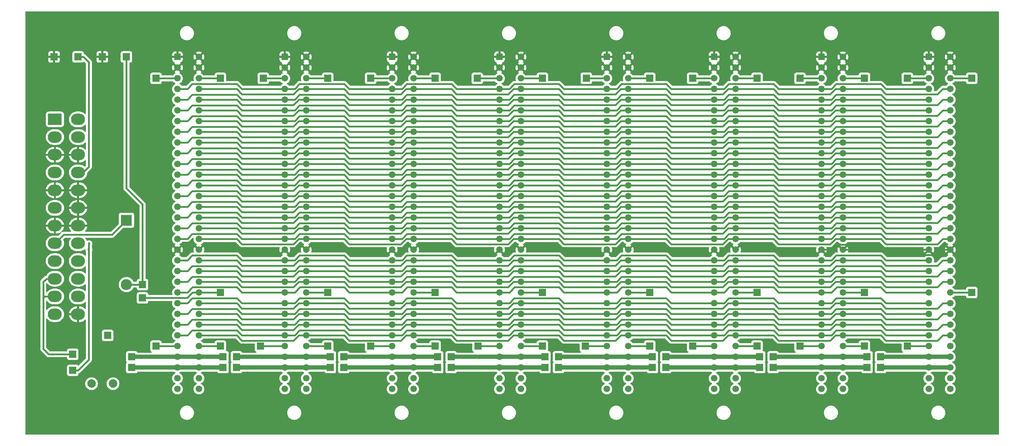
<source format=gbr>
%TF.GenerationSoftware,KiCad,Pcbnew,8.0.9-8.0.9-0~ubuntu22.04.1*%
%TF.CreationDate,2025-06-30T15:02:04+02:00*%
%TF.ProjectId,CPU09BP8,43505530-3942-4503-982e-6b696361645f,rev?*%
%TF.SameCoordinates,Original*%
%TF.FileFunction,Copper,L2,Bot*%
%TF.FilePolarity,Positive*%
%FSLAX46Y46*%
G04 Gerber Fmt 4.6, Leading zero omitted, Abs format (unit mm)*
G04 Created by KiCad (PCBNEW 8.0.9-8.0.9-0~ubuntu22.04.1) date 2025-06-30 15:02:04*
%MOMM*%
%LPD*%
G01*
G04 APERTURE LIST*
G04 Aperture macros list*
%AMRoundRect*
0 Rectangle with rounded corners*
0 $1 Rounding radius*
0 $2 $3 $4 $5 $6 $7 $8 $9 X,Y pos of 4 corners*
0 Add a 4 corners polygon primitive as box body*
4,1,4,$2,$3,$4,$5,$6,$7,$8,$9,$2,$3,0*
0 Add four circle primitives for the rounded corners*
1,1,$1+$1,$2,$3*
1,1,$1+$1,$4,$5*
1,1,$1+$1,$6,$7*
1,1,$1+$1,$8,$9*
0 Add four rect primitives between the rounded corners*
20,1,$1+$1,$2,$3,$4,$5,0*
20,1,$1+$1,$4,$5,$6,$7,0*
20,1,$1+$1,$6,$7,$8,$9,0*
20,1,$1+$1,$8,$9,$2,$3,0*%
G04 Aperture macros list end*
%TA.AperFunction,ComponentPad*%
%ADD10R,1.700000X1.700000*%
%TD*%
%TA.AperFunction,ComponentPad*%
%ADD11RoundRect,0.249999X-0.525001X-0.525001X0.525001X-0.525001X0.525001X0.525001X-0.525001X0.525001X0*%
%TD*%
%TA.AperFunction,ComponentPad*%
%ADD12C,1.550000*%
%TD*%
%TA.AperFunction,ComponentPad*%
%ADD13R,2.600000X2.600000*%
%TD*%
%TA.AperFunction,ComponentPad*%
%ADD14O,2.600000X2.600000*%
%TD*%
%TA.AperFunction,ComponentPad*%
%ADD15RoundRect,0.250001X-1.399999X1.099999X-1.399999X-1.099999X1.399999X-1.099999X1.399999X1.099999X0*%
%TD*%
%TA.AperFunction,ComponentPad*%
%ADD16O,3.300000X2.700000*%
%TD*%
%TA.AperFunction,ComponentPad*%
%ADD17C,2.000000*%
%TD*%
%TA.AperFunction,ViaPad*%
%ADD18C,0.600000*%
%TD*%
%TA.AperFunction,Conductor*%
%ADD19C,0.400000*%
%TD*%
%TA.AperFunction,Conductor*%
%ADD20C,1.000000*%
%TD*%
G04 APERTURE END LIST*
D10*
%TO.P,J89,1,Pin_1*%
%TO.N,Net-(J73-Pin_1)*%
X199715000Y-100540000D03*
%TD*%
%TO.P,J88,1,Pin_1*%
%TO.N,Net-(J72-Pin_1)*%
X199715000Y-98000000D03*
%TD*%
%TO.P,J85,1,Pin_1*%
%TO.N,Net-(J83-Pin_c23)*%
X224480000Y-82760000D03*
%TD*%
%TO.P,J84,1,Pin_1*%
%TO.N,Net-(J83-Pin_c3)*%
X224480000Y-31960000D03*
%TD*%
D11*
%TO.P,J83,a1,Pin_a1*%
%TO.N,GND*%
X214320000Y-26880000D03*
D12*
%TO.P,J83,a2,Pin_a2*%
X214320000Y-29420000D03*
%TO.P,J83,a3,Pin_a3*%
%TO.N,Net-(J78-Pin_1)*%
X214320000Y-31960000D03*
%TO.P,J83,a4,Pin_a4*%
%TO.N,/DIV4*%
X214320000Y-34500000D03*
%TO.P,J83,a5,Pin_a5*%
%TO.N,/BD0*%
X214320000Y-37040000D03*
%TO.P,J83,a6,Pin_a6*%
%TO.N,/BD2*%
X214320000Y-39580000D03*
%TO.P,J83,a7,Pin_a7*%
%TO.N,/BD4*%
X214320000Y-42120000D03*
%TO.P,J83,a8,Pin_a8*%
%TO.N,/BD6*%
X214320000Y-44660000D03*
%TO.P,J83,a9,Pin_a9*%
%TO.N,/BA0*%
X214320000Y-47200000D03*
%TO.P,J83,a10,Pin_a10*%
%TO.N,/BA2*%
X214320000Y-49740000D03*
%TO.P,J83,a11,Pin_a11*%
%TO.N,/BA4*%
X214320000Y-52280000D03*
%TO.P,J83,a12,Pin_a12*%
%TO.N,/BA6*%
X214320000Y-54820000D03*
%TO.P,J83,a13,Pin_a13*%
%TO.N,/BA8*%
X214320000Y-57360000D03*
%TO.P,J83,a14,Pin_a14*%
%TO.N,/BA10*%
X214320000Y-59900000D03*
%TO.P,J83,a15,Pin_a15*%
%TO.N,/BA12*%
X214320000Y-62440000D03*
%TO.P,J83,a16,Pin_a16*%
%TO.N,/BA14*%
X214320000Y-64980000D03*
%TO.P,J83,a17,Pin_a17*%
%TO.N,/BA16*%
X214320000Y-67520000D03*
%TO.P,J83,a18,Pin_a18*%
%TO.N,/BA18*%
X214320000Y-70060000D03*
%TO.P,J83,a19,Pin_a19*%
%TO.N,GND*%
X214320000Y-72600000D03*
%TO.P,J83,a20,Pin_a20*%
%TO.N,/B_E*%
X214320000Y-75140000D03*
%TO.P,J83,a21,Pin_a21*%
%TO.N,/~{B_RES}*%
X214320000Y-77680000D03*
%TO.P,J83,a22,Pin_a22*%
%TO.N,/a22*%
X214320000Y-80220000D03*
%TO.P,J83,a23,Pin_a23*%
%TO.N,/B_Q*%
X214320000Y-82760000D03*
%TO.P,J83,a24,Pin_a24*%
%TO.N,/a24*%
X214320000Y-85300000D03*
%TO.P,J83,a25,Pin_a25*%
%TO.N,/~{B_HLT}*%
X214320000Y-87840000D03*
%TO.P,J83,a26,Pin_a26*%
%TO.N,/a26*%
X214320000Y-90380000D03*
%TO.P,J83,a27,Pin_a27*%
%TO.N,/~{B_NMI}*%
X214320000Y-92920000D03*
%TO.P,J83,a28,Pin_a28*%
%TO.N,Net-(J79-Pin_1)*%
X214320000Y-95460000D03*
%TO.P,J83,a29,Pin_a29*%
%TO.N,Net-(J81-Pin_1)*%
X214320000Y-98000000D03*
%TO.P,J83,a30,Pin_a30*%
%TO.N,Net-(J82-Pin_1)*%
X214320000Y-100540000D03*
%TO.P,J83,a31,Pin_a31*%
%TO.N,+5V*%
X214320000Y-103080000D03*
%TO.P,J83,a32,Pin_a32*%
X214320000Y-105620000D03*
%TO.P,J83,c1,Pin_c1*%
%TO.N,GND*%
X219400000Y-26880000D03*
%TO.P,J83,c2,Pin_c2*%
X219400000Y-29420000D03*
%TO.P,J83,c3,Pin_c3*%
%TO.N,Net-(J83-Pin_c3)*%
X219400000Y-31960000D03*
%TO.P,J83,c4,Pin_c4*%
%TO.N,/~{EXT}*%
X219400000Y-34500000D03*
%TO.P,J83,c5,Pin_c5*%
%TO.N,/BD1*%
X219400000Y-37040000D03*
%TO.P,J83,c6,Pin_c6*%
%TO.N,/BD3*%
X219400000Y-39580000D03*
%TO.P,J83,c7,Pin_c7*%
%TO.N,/BD5*%
X219400000Y-42120000D03*
%TO.P,J83,c8,Pin_c8*%
%TO.N,/BD7*%
X219400000Y-44660000D03*
%TO.P,J83,c9,Pin_c9*%
%TO.N,/BA1*%
X219400000Y-47200000D03*
%TO.P,J83,c10,Pin_c10*%
%TO.N,/BA3*%
X219400000Y-49740000D03*
%TO.P,J83,c11,Pin_c11*%
%TO.N,/BA5*%
X219400000Y-52280000D03*
%TO.P,J83,c12,Pin_c12*%
%TO.N,/BA7*%
X219400000Y-54820000D03*
%TO.P,J83,c13,Pin_c13*%
%TO.N,/BA9*%
X219400000Y-57360000D03*
%TO.P,J83,c14,Pin_c14*%
%TO.N,/BA11*%
X219400000Y-59900000D03*
%TO.P,J83,c15,Pin_c15*%
%TO.N,/BA13*%
X219400000Y-62440000D03*
%TO.P,J83,c16,Pin_c16*%
%TO.N,/BA15*%
X219400000Y-64980000D03*
%TO.P,J83,c17,Pin_c17*%
%TO.N,/BA17*%
X219400000Y-67520000D03*
%TO.P,J83,c18,Pin_c18*%
%TO.N,/BA19*%
X219400000Y-70060000D03*
%TO.P,J83,c19,Pin_c19*%
%TO.N,GND*%
X219400000Y-72600000D03*
%TO.P,J83,c20,Pin_c20*%
%TO.N,/~{B_RW}*%
X219400000Y-75140000D03*
%TO.P,J83,c21,Pin_c21*%
%TO.N,/~{B_VMA}*%
X219400000Y-77680000D03*
%TO.P,J83,c22,Pin_c22*%
%TO.N,/B_BA*%
X219400000Y-80220000D03*
%TO.P,J83,c23,Pin_c23*%
%TO.N,Net-(J83-Pin_c23)*%
X219400000Y-82760000D03*
%TO.P,J83,c24,Pin_c24*%
%TO.N,/B_MR*%
X219400000Y-85300000D03*
%TO.P,J83,c25,Pin_c25*%
%TO.N,/c25*%
X219400000Y-87840000D03*
%TO.P,J83,c26,Pin_c26*%
%TO.N,/~{B_IRQ}*%
X219400000Y-90380000D03*
%TO.P,J83,c27,Pin_c27*%
%TO.N,/c27*%
X219400000Y-92920000D03*
%TO.P,J83,c28,Pin_c28*%
%TO.N,unconnected-(J83-Pin_c28-Padc28)*%
X219400000Y-95460000D03*
%TO.P,J83,c29,Pin_c29*%
%TO.N,Net-(J81-Pin_1)*%
X219400000Y-98000000D03*
%TO.P,J83,c30,Pin_c30*%
%TO.N,Net-(J82-Pin_1)*%
X219400000Y-100540000D03*
%TO.P,J83,c31,Pin_c31*%
%TO.N,+5V*%
X219400000Y-103080000D03*
%TO.P,J83,c32,Pin_c32*%
X219400000Y-105620000D03*
%TD*%
D10*
%TO.P,J82,1,Pin_1*%
%TO.N,Net-(J82-Pin_1)*%
X202890000Y-100540000D03*
%TD*%
%TO.P,J81,1,Pin_1*%
%TO.N,Net-(J81-Pin_1)*%
X202890000Y-98000000D03*
%TD*%
%TO.P,J79,1,Pin_1*%
%TO.N,Net-(J79-Pin_1)*%
X209240000Y-95460000D03*
%TD*%
%TO.P,J78,1,Pin_1*%
%TO.N,Net-(J78-Pin_1)*%
X209240000Y-31960000D03*
%TD*%
D11*
%TO.P,J80,a1,Pin_a1*%
%TO.N,GND*%
X36520000Y-26880000D03*
D12*
%TO.P,J80,a2,Pin_a2*%
X36520000Y-29420000D03*
%TO.P,J80,a3,Pin_a3*%
%TO.N,/DIV5*%
X36520000Y-31960000D03*
%TO.P,J80,a4,Pin_a4*%
%TO.N,/DIV4*%
X36520000Y-34500000D03*
%TO.P,J80,a5,Pin_a5*%
%TO.N,/BD0*%
X36520000Y-37040000D03*
%TO.P,J80,a6,Pin_a6*%
%TO.N,/BD2*%
X36520000Y-39580000D03*
%TO.P,J80,a7,Pin_a7*%
%TO.N,/BD4*%
X36520000Y-42120000D03*
%TO.P,J80,a8,Pin_a8*%
%TO.N,/BD6*%
X36520000Y-44660000D03*
%TO.P,J80,a9,Pin_a9*%
%TO.N,/BA0*%
X36520000Y-47200000D03*
%TO.P,J80,a10,Pin_a10*%
%TO.N,/BA2*%
X36520000Y-49740000D03*
%TO.P,J80,a11,Pin_a11*%
%TO.N,/BA4*%
X36520000Y-52280000D03*
%TO.P,J80,a12,Pin_a12*%
%TO.N,/BA6*%
X36520000Y-54820000D03*
%TO.P,J80,a13,Pin_a13*%
%TO.N,/BA8*%
X36520000Y-57360000D03*
%TO.P,J80,a14,Pin_a14*%
%TO.N,/BA10*%
X36520000Y-59900000D03*
%TO.P,J80,a15,Pin_a15*%
%TO.N,/BA12*%
X36520000Y-62440000D03*
%TO.P,J80,a16,Pin_a16*%
%TO.N,/BA14*%
X36520000Y-64980000D03*
%TO.P,J80,a17,Pin_a17*%
%TO.N,/BA16*%
X36520000Y-67520000D03*
%TO.P,J80,a18,Pin_a18*%
%TO.N,/BA18*%
X36520000Y-70060000D03*
%TO.P,J80,a19,Pin_a19*%
%TO.N,GND*%
X36520000Y-72600000D03*
%TO.P,J80,a20,Pin_a20*%
%TO.N,/B_E*%
X36520000Y-75140000D03*
%TO.P,J80,a21,Pin_a21*%
%TO.N,/~{B_RES}*%
X36520000Y-77680000D03*
%TO.P,J80,a22,Pin_a22*%
%TO.N,/a22*%
X36520000Y-80220000D03*
%TO.P,J80,a23,Pin_a23*%
%TO.N,/B_Q*%
X36520000Y-82760000D03*
%TO.P,J80,a24,Pin_a24*%
%TO.N,/a24*%
X36520000Y-85300000D03*
%TO.P,J80,a25,Pin_a25*%
%TO.N,/~{B_HLT}*%
X36520000Y-87840000D03*
%TO.P,J80,a26,Pin_a26*%
%TO.N,/a26*%
X36520000Y-90380000D03*
%TO.P,J80,a27,Pin_a27*%
%TO.N,/~{B_NMI}*%
X36520000Y-92920000D03*
%TO.P,J80,a28,Pin_a28*%
%TO.N,/DIV3*%
X36520000Y-95460000D03*
%TO.P,J80,a29,Pin_a29*%
%TO.N,Net-(J16-Pin_1)*%
X36520000Y-98000000D03*
%TO.P,J80,a30,Pin_a30*%
%TO.N,/RBAUD*%
X36520000Y-100540000D03*
%TO.P,J80,a31,Pin_a31*%
%TO.N,+5V*%
X36520000Y-103080000D03*
%TO.P,J80,a32,Pin_a32*%
X36520000Y-105620000D03*
%TO.P,J80,c1,Pin_c1*%
%TO.N,GND*%
X41600000Y-26880000D03*
%TO.P,J80,c2,Pin_c2*%
X41600000Y-29420000D03*
%TO.P,J80,c3,Pin_c3*%
%TO.N,/DIV6*%
X41600000Y-31960000D03*
%TO.P,J80,c4,Pin_c4*%
%TO.N,/~{EXT}*%
X41600000Y-34500000D03*
%TO.P,J80,c5,Pin_c5*%
%TO.N,/BD1*%
X41600000Y-37040000D03*
%TO.P,J80,c6,Pin_c6*%
%TO.N,/BD3*%
X41600000Y-39580000D03*
%TO.P,J80,c7,Pin_c7*%
%TO.N,/BD5*%
X41600000Y-42120000D03*
%TO.P,J80,c8,Pin_c8*%
%TO.N,/BD7*%
X41600000Y-44660000D03*
%TO.P,J80,c9,Pin_c9*%
%TO.N,/BA1*%
X41600000Y-47200000D03*
%TO.P,J80,c10,Pin_c10*%
%TO.N,/BA3*%
X41600000Y-49740000D03*
%TO.P,J80,c11,Pin_c11*%
%TO.N,/BA5*%
X41600000Y-52280000D03*
%TO.P,J80,c12,Pin_c12*%
%TO.N,/BA7*%
X41600000Y-54820000D03*
%TO.P,J80,c13,Pin_c13*%
%TO.N,/BA9*%
X41600000Y-57360000D03*
%TO.P,J80,c14,Pin_c14*%
%TO.N,/BA11*%
X41600000Y-59900000D03*
%TO.P,J80,c15,Pin_c15*%
%TO.N,/BA13*%
X41600000Y-62440000D03*
%TO.P,J80,c16,Pin_c16*%
%TO.N,/BA15*%
X41600000Y-64980000D03*
%TO.P,J80,c17,Pin_c17*%
%TO.N,/BA17*%
X41600000Y-67520000D03*
%TO.P,J80,c18,Pin_c18*%
%TO.N,/BA19*%
X41600000Y-70060000D03*
%TO.P,J80,c19,Pin_c19*%
%TO.N,GND*%
X41600000Y-72600000D03*
%TO.P,J80,c20,Pin_c20*%
%TO.N,/~{B_RW}*%
X41600000Y-75140000D03*
%TO.P,J80,c21,Pin_c21*%
%TO.N,/~{B_VMA}*%
X41600000Y-77680000D03*
%TO.P,J80,c22,Pin_c22*%
%TO.N,/B_BA*%
X41600000Y-80220000D03*
%TO.P,J80,c23,Pin_c23*%
%TO.N,/~{RES}*%
X41600000Y-82760000D03*
%TO.P,J80,c24,Pin_c24*%
%TO.N,/B_MR*%
X41600000Y-85300000D03*
%TO.P,J80,c25,Pin_c25*%
%TO.N,/c25*%
X41600000Y-87840000D03*
%TO.P,J80,c26,Pin_c26*%
%TO.N,/~{B_IRQ}*%
X41600000Y-90380000D03*
%TO.P,J80,c27,Pin_c27*%
%TO.N,/c27*%
X41600000Y-92920000D03*
%TO.P,J80,c28,Pin_c28*%
%TO.N,/DIV7*%
X41600000Y-95460000D03*
%TO.P,J80,c29,Pin_c29*%
%TO.N,Net-(J16-Pin_1)*%
X41600000Y-98000000D03*
%TO.P,J80,c30,Pin_c30*%
%TO.N,/RBAUD*%
X41600000Y-100540000D03*
%TO.P,J80,c31,Pin_c31*%
%TO.N,+5V*%
X41600000Y-103080000D03*
%TO.P,J80,c32,Pin_c32*%
X41600000Y-105620000D03*
%TD*%
D11*
%TO.P,J74,a1,Pin_a1*%
%TO.N,GND*%
X188920000Y-26880000D03*
D12*
%TO.P,J74,a2,Pin_a2*%
X188920000Y-29420000D03*
%TO.P,J74,a3,Pin_a3*%
%TO.N,Net-(J70-Pin_1)*%
X188920000Y-31960000D03*
%TO.P,J74,a4,Pin_a4*%
%TO.N,/DIV4*%
X188920000Y-34500000D03*
%TO.P,J74,a5,Pin_a5*%
%TO.N,/BD0*%
X188920000Y-37040000D03*
%TO.P,J74,a6,Pin_a6*%
%TO.N,/BD2*%
X188920000Y-39580000D03*
%TO.P,J74,a7,Pin_a7*%
%TO.N,/BD4*%
X188920000Y-42120000D03*
%TO.P,J74,a8,Pin_a8*%
%TO.N,/BD6*%
X188920000Y-44660000D03*
%TO.P,J74,a9,Pin_a9*%
%TO.N,/BA0*%
X188920000Y-47200000D03*
%TO.P,J74,a10,Pin_a10*%
%TO.N,/BA2*%
X188920000Y-49740000D03*
%TO.P,J74,a11,Pin_a11*%
%TO.N,/BA4*%
X188920000Y-52280000D03*
%TO.P,J74,a12,Pin_a12*%
%TO.N,/BA6*%
X188920000Y-54820000D03*
%TO.P,J74,a13,Pin_a13*%
%TO.N,/BA8*%
X188920000Y-57360000D03*
%TO.P,J74,a14,Pin_a14*%
%TO.N,/BA10*%
X188920000Y-59900000D03*
%TO.P,J74,a15,Pin_a15*%
%TO.N,/BA12*%
X188920000Y-62440000D03*
%TO.P,J74,a16,Pin_a16*%
%TO.N,/BA14*%
X188920000Y-64980000D03*
%TO.P,J74,a17,Pin_a17*%
%TO.N,/BA16*%
X188920000Y-67520000D03*
%TO.P,J74,a18,Pin_a18*%
%TO.N,/BA18*%
X188920000Y-70060000D03*
%TO.P,J74,a19,Pin_a19*%
%TO.N,GND*%
X188920000Y-72600000D03*
%TO.P,J74,a20,Pin_a20*%
%TO.N,/B_E*%
X188920000Y-75140000D03*
%TO.P,J74,a21,Pin_a21*%
%TO.N,/~{B_RES}*%
X188920000Y-77680000D03*
%TO.P,J74,a22,Pin_a22*%
%TO.N,/a22*%
X188920000Y-80220000D03*
%TO.P,J74,a23,Pin_a23*%
%TO.N,/B_Q*%
X188920000Y-82760000D03*
%TO.P,J74,a24,Pin_a24*%
%TO.N,/a24*%
X188920000Y-85300000D03*
%TO.P,J74,a25,Pin_a25*%
%TO.N,/~{B_HLT}*%
X188920000Y-87840000D03*
%TO.P,J74,a26,Pin_a26*%
%TO.N,/a26*%
X188920000Y-90380000D03*
%TO.P,J74,a27,Pin_a27*%
%TO.N,/~{B_NMI}*%
X188920000Y-92920000D03*
%TO.P,J74,a28,Pin_a28*%
%TO.N,Net-(J71-Pin_1)*%
X188920000Y-95460000D03*
%TO.P,J74,a29,Pin_a29*%
%TO.N,Net-(J72-Pin_1)*%
X188920000Y-98000000D03*
%TO.P,J74,a30,Pin_a30*%
%TO.N,Net-(J73-Pin_1)*%
X188920000Y-100540000D03*
%TO.P,J74,a31,Pin_a31*%
%TO.N,+5V*%
X188920000Y-103080000D03*
%TO.P,J74,a32,Pin_a32*%
X188920000Y-105620000D03*
%TO.P,J74,c1,Pin_c1*%
%TO.N,GND*%
X194000000Y-26880000D03*
%TO.P,J74,c2,Pin_c2*%
X194000000Y-29420000D03*
%TO.P,J74,c3,Pin_c3*%
%TO.N,Net-(J74-Pin_c3)*%
X194000000Y-31960000D03*
%TO.P,J74,c4,Pin_c4*%
%TO.N,/~{EXT}*%
X194000000Y-34500000D03*
%TO.P,J74,c5,Pin_c5*%
%TO.N,/BD1*%
X194000000Y-37040000D03*
%TO.P,J74,c6,Pin_c6*%
%TO.N,/BD3*%
X194000000Y-39580000D03*
%TO.P,J74,c7,Pin_c7*%
%TO.N,/BD5*%
X194000000Y-42120000D03*
%TO.P,J74,c8,Pin_c8*%
%TO.N,/BD7*%
X194000000Y-44660000D03*
%TO.P,J74,c9,Pin_c9*%
%TO.N,/BA1*%
X194000000Y-47200000D03*
%TO.P,J74,c10,Pin_c10*%
%TO.N,/BA3*%
X194000000Y-49740000D03*
%TO.P,J74,c11,Pin_c11*%
%TO.N,/BA5*%
X194000000Y-52280000D03*
%TO.P,J74,c12,Pin_c12*%
%TO.N,/BA7*%
X194000000Y-54820000D03*
%TO.P,J74,c13,Pin_c13*%
%TO.N,/BA9*%
X194000000Y-57360000D03*
%TO.P,J74,c14,Pin_c14*%
%TO.N,/BA11*%
X194000000Y-59900000D03*
%TO.P,J74,c15,Pin_c15*%
%TO.N,/BA13*%
X194000000Y-62440000D03*
%TO.P,J74,c16,Pin_c16*%
%TO.N,/BA15*%
X194000000Y-64980000D03*
%TO.P,J74,c17,Pin_c17*%
%TO.N,/BA17*%
X194000000Y-67520000D03*
%TO.P,J74,c18,Pin_c18*%
%TO.N,/BA19*%
X194000000Y-70060000D03*
%TO.P,J74,c19,Pin_c19*%
%TO.N,GND*%
X194000000Y-72600000D03*
%TO.P,J74,c20,Pin_c20*%
%TO.N,/~{B_RW}*%
X194000000Y-75140000D03*
%TO.P,J74,c21,Pin_c21*%
%TO.N,/~{B_VMA}*%
X194000000Y-77680000D03*
%TO.P,J74,c22,Pin_c22*%
%TO.N,/B_BA*%
X194000000Y-80220000D03*
%TO.P,J74,c23,Pin_c23*%
%TO.N,Net-(J74-Pin_c23)*%
X194000000Y-82760000D03*
%TO.P,J74,c24,Pin_c24*%
%TO.N,/B_MR*%
X194000000Y-85300000D03*
%TO.P,J74,c25,Pin_c25*%
%TO.N,/c25*%
X194000000Y-87840000D03*
%TO.P,J74,c26,Pin_c26*%
%TO.N,/~{B_IRQ}*%
X194000000Y-90380000D03*
%TO.P,J74,c27,Pin_c27*%
%TO.N,/c27*%
X194000000Y-92920000D03*
%TO.P,J74,c28,Pin_c28*%
%TO.N,Net-(J74-Pin_c28)*%
X194000000Y-95460000D03*
%TO.P,J74,c29,Pin_c29*%
%TO.N,Net-(J72-Pin_1)*%
X194000000Y-98000000D03*
%TO.P,J74,c30,Pin_c30*%
%TO.N,Net-(J73-Pin_1)*%
X194000000Y-100540000D03*
%TO.P,J74,c31,Pin_c31*%
%TO.N,+5V*%
X194000000Y-103080000D03*
%TO.P,J74,c32,Pin_c32*%
X194000000Y-105620000D03*
%TD*%
D11*
%TO.P,J64,a1,Pin_a1*%
%TO.N,GND*%
X163520000Y-26880000D03*
D12*
%TO.P,J64,a2,Pin_a2*%
X163520000Y-29420000D03*
%TO.P,J64,a3,Pin_a3*%
%TO.N,Net-(J60-Pin_1)*%
X163520000Y-31960000D03*
%TO.P,J64,a4,Pin_a4*%
%TO.N,/DIV4*%
X163520000Y-34500000D03*
%TO.P,J64,a5,Pin_a5*%
%TO.N,/BD0*%
X163520000Y-37040000D03*
%TO.P,J64,a6,Pin_a6*%
%TO.N,/BD2*%
X163520000Y-39580000D03*
%TO.P,J64,a7,Pin_a7*%
%TO.N,/BD4*%
X163520000Y-42120000D03*
%TO.P,J64,a8,Pin_a8*%
%TO.N,/BD6*%
X163520000Y-44660000D03*
%TO.P,J64,a9,Pin_a9*%
%TO.N,/BA0*%
X163520000Y-47200000D03*
%TO.P,J64,a10,Pin_a10*%
%TO.N,/BA2*%
X163520000Y-49740000D03*
%TO.P,J64,a11,Pin_a11*%
%TO.N,/BA4*%
X163520000Y-52280000D03*
%TO.P,J64,a12,Pin_a12*%
%TO.N,/BA6*%
X163520000Y-54820000D03*
%TO.P,J64,a13,Pin_a13*%
%TO.N,/BA8*%
X163520000Y-57360000D03*
%TO.P,J64,a14,Pin_a14*%
%TO.N,/BA10*%
X163520000Y-59900000D03*
%TO.P,J64,a15,Pin_a15*%
%TO.N,/BA12*%
X163520000Y-62440000D03*
%TO.P,J64,a16,Pin_a16*%
%TO.N,/BA14*%
X163520000Y-64980000D03*
%TO.P,J64,a17,Pin_a17*%
%TO.N,/BA16*%
X163520000Y-67520000D03*
%TO.P,J64,a18,Pin_a18*%
%TO.N,/BA18*%
X163520000Y-70060000D03*
%TO.P,J64,a19,Pin_a19*%
%TO.N,GND*%
X163520000Y-72600000D03*
%TO.P,J64,a20,Pin_a20*%
%TO.N,/B_E*%
X163520000Y-75140000D03*
%TO.P,J64,a21,Pin_a21*%
%TO.N,/~{B_RES}*%
X163520000Y-77680000D03*
%TO.P,J64,a22,Pin_a22*%
%TO.N,/a22*%
X163520000Y-80220000D03*
%TO.P,J64,a23,Pin_a23*%
%TO.N,/B_Q*%
X163520000Y-82760000D03*
%TO.P,J64,a24,Pin_a24*%
%TO.N,/a24*%
X163520000Y-85300000D03*
%TO.P,J64,a25,Pin_a25*%
%TO.N,/~{B_HLT}*%
X163520000Y-87840000D03*
%TO.P,J64,a26,Pin_a26*%
%TO.N,/a26*%
X163520000Y-90380000D03*
%TO.P,J64,a27,Pin_a27*%
%TO.N,/~{B_NMI}*%
X163520000Y-92920000D03*
%TO.P,J64,a28,Pin_a28*%
%TO.N,Net-(J61-Pin_1)*%
X163520000Y-95460000D03*
%TO.P,J64,a29,Pin_a29*%
%TO.N,Net-(J62-Pin_1)*%
X163520000Y-98000000D03*
%TO.P,J64,a30,Pin_a30*%
%TO.N,Net-(J63-Pin_1)*%
X163520000Y-100540000D03*
%TO.P,J64,a31,Pin_a31*%
%TO.N,+5V*%
X163520000Y-103080000D03*
%TO.P,J64,a32,Pin_a32*%
X163520000Y-105620000D03*
%TO.P,J64,c1,Pin_c1*%
%TO.N,GND*%
X168600000Y-26880000D03*
%TO.P,J64,c2,Pin_c2*%
X168600000Y-29420000D03*
%TO.P,J64,c3,Pin_c3*%
%TO.N,Net-(J64-Pin_c3)*%
X168600000Y-31960000D03*
%TO.P,J64,c4,Pin_c4*%
%TO.N,/~{EXT}*%
X168600000Y-34500000D03*
%TO.P,J64,c5,Pin_c5*%
%TO.N,/BD1*%
X168600000Y-37040000D03*
%TO.P,J64,c6,Pin_c6*%
%TO.N,/BD3*%
X168600000Y-39580000D03*
%TO.P,J64,c7,Pin_c7*%
%TO.N,/BD5*%
X168600000Y-42120000D03*
%TO.P,J64,c8,Pin_c8*%
%TO.N,/BD7*%
X168600000Y-44660000D03*
%TO.P,J64,c9,Pin_c9*%
%TO.N,/BA1*%
X168600000Y-47200000D03*
%TO.P,J64,c10,Pin_c10*%
%TO.N,/BA3*%
X168600000Y-49740000D03*
%TO.P,J64,c11,Pin_c11*%
%TO.N,/BA5*%
X168600000Y-52280000D03*
%TO.P,J64,c12,Pin_c12*%
%TO.N,/BA7*%
X168600000Y-54820000D03*
%TO.P,J64,c13,Pin_c13*%
%TO.N,/BA9*%
X168600000Y-57360000D03*
%TO.P,J64,c14,Pin_c14*%
%TO.N,/BA11*%
X168600000Y-59900000D03*
%TO.P,J64,c15,Pin_c15*%
%TO.N,/BA13*%
X168600000Y-62440000D03*
%TO.P,J64,c16,Pin_c16*%
%TO.N,/BA15*%
X168600000Y-64980000D03*
%TO.P,J64,c17,Pin_c17*%
%TO.N,/BA17*%
X168600000Y-67520000D03*
%TO.P,J64,c18,Pin_c18*%
%TO.N,/BA19*%
X168600000Y-70060000D03*
%TO.P,J64,c19,Pin_c19*%
%TO.N,GND*%
X168600000Y-72600000D03*
%TO.P,J64,c20,Pin_c20*%
%TO.N,/~{B_RW}*%
X168600000Y-75140000D03*
%TO.P,J64,c21,Pin_c21*%
%TO.N,/~{B_VMA}*%
X168600000Y-77680000D03*
%TO.P,J64,c22,Pin_c22*%
%TO.N,/B_BA*%
X168600000Y-80220000D03*
%TO.P,J64,c23,Pin_c23*%
%TO.N,Net-(J64-Pin_c23)*%
X168600000Y-82760000D03*
%TO.P,J64,c24,Pin_c24*%
%TO.N,/B_MR*%
X168600000Y-85300000D03*
%TO.P,J64,c25,Pin_c25*%
%TO.N,/c25*%
X168600000Y-87840000D03*
%TO.P,J64,c26,Pin_c26*%
%TO.N,/~{B_IRQ}*%
X168600000Y-90380000D03*
%TO.P,J64,c27,Pin_c27*%
%TO.N,/c27*%
X168600000Y-92920000D03*
%TO.P,J64,c28,Pin_c28*%
%TO.N,Net-(J64-Pin_c28)*%
X168600000Y-95460000D03*
%TO.P,J64,c29,Pin_c29*%
%TO.N,Net-(J62-Pin_1)*%
X168600000Y-98000000D03*
%TO.P,J64,c30,Pin_c30*%
%TO.N,Net-(J63-Pin_1)*%
X168600000Y-100540000D03*
%TO.P,J64,c31,Pin_c31*%
%TO.N,+5V*%
X168600000Y-103080000D03*
%TO.P,J64,c32,Pin_c32*%
X168600000Y-105620000D03*
%TD*%
D11*
%TO.P,J54,a1,Pin_a1*%
%TO.N,GND*%
X138120000Y-26880000D03*
D12*
%TO.P,J54,a2,Pin_a2*%
X138120000Y-29420000D03*
%TO.P,J54,a3,Pin_a3*%
%TO.N,Net-(J50-Pin_1)*%
X138120000Y-31960000D03*
%TO.P,J54,a4,Pin_a4*%
%TO.N,/DIV4*%
X138120000Y-34500000D03*
%TO.P,J54,a5,Pin_a5*%
%TO.N,/BD0*%
X138120000Y-37040000D03*
%TO.P,J54,a6,Pin_a6*%
%TO.N,/BD2*%
X138120000Y-39580000D03*
%TO.P,J54,a7,Pin_a7*%
%TO.N,/BD4*%
X138120000Y-42120000D03*
%TO.P,J54,a8,Pin_a8*%
%TO.N,/BD6*%
X138120000Y-44660000D03*
%TO.P,J54,a9,Pin_a9*%
%TO.N,/BA0*%
X138120000Y-47200000D03*
%TO.P,J54,a10,Pin_a10*%
%TO.N,/BA2*%
X138120000Y-49740000D03*
%TO.P,J54,a11,Pin_a11*%
%TO.N,/BA4*%
X138120000Y-52280000D03*
%TO.P,J54,a12,Pin_a12*%
%TO.N,/BA6*%
X138120000Y-54820000D03*
%TO.P,J54,a13,Pin_a13*%
%TO.N,/BA8*%
X138120000Y-57360000D03*
%TO.P,J54,a14,Pin_a14*%
%TO.N,/BA10*%
X138120000Y-59900000D03*
%TO.P,J54,a15,Pin_a15*%
%TO.N,/BA12*%
X138120000Y-62440000D03*
%TO.P,J54,a16,Pin_a16*%
%TO.N,/BA14*%
X138120000Y-64980000D03*
%TO.P,J54,a17,Pin_a17*%
%TO.N,/BA16*%
X138120000Y-67520000D03*
%TO.P,J54,a18,Pin_a18*%
%TO.N,/BA18*%
X138120000Y-70060000D03*
%TO.P,J54,a19,Pin_a19*%
%TO.N,GND*%
X138120000Y-72600000D03*
%TO.P,J54,a20,Pin_a20*%
%TO.N,/B_E*%
X138120000Y-75140000D03*
%TO.P,J54,a21,Pin_a21*%
%TO.N,/~{B_RES}*%
X138120000Y-77680000D03*
%TO.P,J54,a22,Pin_a22*%
%TO.N,/a22*%
X138120000Y-80220000D03*
%TO.P,J54,a23,Pin_a23*%
%TO.N,/B_Q*%
X138120000Y-82760000D03*
%TO.P,J54,a24,Pin_a24*%
%TO.N,/a24*%
X138120000Y-85300000D03*
%TO.P,J54,a25,Pin_a25*%
%TO.N,/~{B_HLT}*%
X138120000Y-87840000D03*
%TO.P,J54,a26,Pin_a26*%
%TO.N,/a26*%
X138120000Y-90380000D03*
%TO.P,J54,a27,Pin_a27*%
%TO.N,/~{B_NMI}*%
X138120000Y-92920000D03*
%TO.P,J54,a28,Pin_a28*%
%TO.N,Net-(J51-Pin_1)*%
X138120000Y-95460000D03*
%TO.P,J54,a29,Pin_a29*%
%TO.N,Net-(J52-Pin_1)*%
X138120000Y-98000000D03*
%TO.P,J54,a30,Pin_a30*%
%TO.N,Net-(J53-Pin_1)*%
X138120000Y-100540000D03*
%TO.P,J54,a31,Pin_a31*%
%TO.N,+5V*%
X138120000Y-103080000D03*
%TO.P,J54,a32,Pin_a32*%
X138120000Y-105620000D03*
%TO.P,J54,c1,Pin_c1*%
%TO.N,GND*%
X143200000Y-26880000D03*
%TO.P,J54,c2,Pin_c2*%
X143200000Y-29420000D03*
%TO.P,J54,c3,Pin_c3*%
%TO.N,Net-(J54-Pin_c3)*%
X143200000Y-31960000D03*
%TO.P,J54,c4,Pin_c4*%
%TO.N,/~{EXT}*%
X143200000Y-34500000D03*
%TO.P,J54,c5,Pin_c5*%
%TO.N,/BD1*%
X143200000Y-37040000D03*
%TO.P,J54,c6,Pin_c6*%
%TO.N,/BD3*%
X143200000Y-39580000D03*
%TO.P,J54,c7,Pin_c7*%
%TO.N,/BD5*%
X143200000Y-42120000D03*
%TO.P,J54,c8,Pin_c8*%
%TO.N,/BD7*%
X143200000Y-44660000D03*
%TO.P,J54,c9,Pin_c9*%
%TO.N,/BA1*%
X143200000Y-47200000D03*
%TO.P,J54,c10,Pin_c10*%
%TO.N,/BA3*%
X143200000Y-49740000D03*
%TO.P,J54,c11,Pin_c11*%
%TO.N,/BA5*%
X143200000Y-52280000D03*
%TO.P,J54,c12,Pin_c12*%
%TO.N,/BA7*%
X143200000Y-54820000D03*
%TO.P,J54,c13,Pin_c13*%
%TO.N,/BA9*%
X143200000Y-57360000D03*
%TO.P,J54,c14,Pin_c14*%
%TO.N,/BA11*%
X143200000Y-59900000D03*
%TO.P,J54,c15,Pin_c15*%
%TO.N,/BA13*%
X143200000Y-62440000D03*
%TO.P,J54,c16,Pin_c16*%
%TO.N,/BA15*%
X143200000Y-64980000D03*
%TO.P,J54,c17,Pin_c17*%
%TO.N,/BA17*%
X143200000Y-67520000D03*
%TO.P,J54,c18,Pin_c18*%
%TO.N,/BA19*%
X143200000Y-70060000D03*
%TO.P,J54,c19,Pin_c19*%
%TO.N,GND*%
X143200000Y-72600000D03*
%TO.P,J54,c20,Pin_c20*%
%TO.N,/~{B_RW}*%
X143200000Y-75140000D03*
%TO.P,J54,c21,Pin_c21*%
%TO.N,/~{B_VMA}*%
X143200000Y-77680000D03*
%TO.P,J54,c22,Pin_c22*%
%TO.N,/B_BA*%
X143200000Y-80220000D03*
%TO.P,J54,c23,Pin_c23*%
%TO.N,Net-(J54-Pin_c23)*%
X143200000Y-82760000D03*
%TO.P,J54,c24,Pin_c24*%
%TO.N,/B_MR*%
X143200000Y-85300000D03*
%TO.P,J54,c25,Pin_c25*%
%TO.N,/c25*%
X143200000Y-87840000D03*
%TO.P,J54,c26,Pin_c26*%
%TO.N,/~{B_IRQ}*%
X143200000Y-90380000D03*
%TO.P,J54,c27,Pin_c27*%
%TO.N,/c27*%
X143200000Y-92920000D03*
%TO.P,J54,c28,Pin_c28*%
%TO.N,Net-(J54-Pin_c28)*%
X143200000Y-95460000D03*
%TO.P,J54,c29,Pin_c29*%
%TO.N,Net-(J52-Pin_1)*%
X143200000Y-98000000D03*
%TO.P,J54,c30,Pin_c30*%
%TO.N,Net-(J53-Pin_1)*%
X143200000Y-100540000D03*
%TO.P,J54,c31,Pin_c31*%
%TO.N,+5V*%
X143200000Y-103080000D03*
%TO.P,J54,c32,Pin_c32*%
X143200000Y-105620000D03*
%TD*%
D13*
%TO.P,D1,1,K*%
%TO.N,Net-(D1-K)*%
X24455000Y-65615000D03*
D14*
%TO.P,D1,2,A*%
%TO.N,Net-(D1-A)*%
X24455000Y-80855000D03*
%TD*%
D11*
%TO.P,J44,a1,Pin_a1*%
%TO.N,GND*%
X112720000Y-26880000D03*
D12*
%TO.P,J44,a2,Pin_a2*%
X112720000Y-29420000D03*
%TO.P,J44,a3,Pin_a3*%
%TO.N,Net-(J40-Pin_1)*%
X112720000Y-31960000D03*
%TO.P,J44,a4,Pin_a4*%
%TO.N,/DIV4*%
X112720000Y-34500000D03*
%TO.P,J44,a5,Pin_a5*%
%TO.N,/BD0*%
X112720000Y-37040000D03*
%TO.P,J44,a6,Pin_a6*%
%TO.N,/BD2*%
X112720000Y-39580000D03*
%TO.P,J44,a7,Pin_a7*%
%TO.N,/BD4*%
X112720000Y-42120000D03*
%TO.P,J44,a8,Pin_a8*%
%TO.N,/BD6*%
X112720000Y-44660000D03*
%TO.P,J44,a9,Pin_a9*%
%TO.N,/BA0*%
X112720000Y-47200000D03*
%TO.P,J44,a10,Pin_a10*%
%TO.N,/BA2*%
X112720000Y-49740000D03*
%TO.P,J44,a11,Pin_a11*%
%TO.N,/BA4*%
X112720000Y-52280000D03*
%TO.P,J44,a12,Pin_a12*%
%TO.N,/BA6*%
X112720000Y-54820000D03*
%TO.P,J44,a13,Pin_a13*%
%TO.N,/BA8*%
X112720000Y-57360000D03*
%TO.P,J44,a14,Pin_a14*%
%TO.N,/BA10*%
X112720000Y-59900000D03*
%TO.P,J44,a15,Pin_a15*%
%TO.N,/BA12*%
X112720000Y-62440000D03*
%TO.P,J44,a16,Pin_a16*%
%TO.N,/BA14*%
X112720000Y-64980000D03*
%TO.P,J44,a17,Pin_a17*%
%TO.N,/BA16*%
X112720000Y-67520000D03*
%TO.P,J44,a18,Pin_a18*%
%TO.N,/BA18*%
X112720000Y-70060000D03*
%TO.P,J44,a19,Pin_a19*%
%TO.N,GND*%
X112720000Y-72600000D03*
%TO.P,J44,a20,Pin_a20*%
%TO.N,/B_E*%
X112720000Y-75140000D03*
%TO.P,J44,a21,Pin_a21*%
%TO.N,/~{B_RES}*%
X112720000Y-77680000D03*
%TO.P,J44,a22,Pin_a22*%
%TO.N,/a22*%
X112720000Y-80220000D03*
%TO.P,J44,a23,Pin_a23*%
%TO.N,/B_Q*%
X112720000Y-82760000D03*
%TO.P,J44,a24,Pin_a24*%
%TO.N,/a24*%
X112720000Y-85300000D03*
%TO.P,J44,a25,Pin_a25*%
%TO.N,/~{B_HLT}*%
X112720000Y-87840000D03*
%TO.P,J44,a26,Pin_a26*%
%TO.N,/a26*%
X112720000Y-90380000D03*
%TO.P,J44,a27,Pin_a27*%
%TO.N,/~{B_NMI}*%
X112720000Y-92920000D03*
%TO.P,J44,a28,Pin_a28*%
%TO.N,Net-(J41-Pin_1)*%
X112720000Y-95460000D03*
%TO.P,J44,a29,Pin_a29*%
%TO.N,Net-(J42-Pin_1)*%
X112720000Y-98000000D03*
%TO.P,J44,a30,Pin_a30*%
%TO.N,Net-(J43-Pin_1)*%
X112720000Y-100540000D03*
%TO.P,J44,a31,Pin_a31*%
%TO.N,+5V*%
X112720000Y-103080000D03*
%TO.P,J44,a32,Pin_a32*%
X112720000Y-105620000D03*
%TO.P,J44,c1,Pin_c1*%
%TO.N,GND*%
X117800000Y-26880000D03*
%TO.P,J44,c2,Pin_c2*%
X117800000Y-29420000D03*
%TO.P,J44,c3,Pin_c3*%
%TO.N,Net-(J44-Pin_c3)*%
X117800000Y-31960000D03*
%TO.P,J44,c4,Pin_c4*%
%TO.N,/~{EXT}*%
X117800000Y-34500000D03*
%TO.P,J44,c5,Pin_c5*%
%TO.N,/BD1*%
X117800000Y-37040000D03*
%TO.P,J44,c6,Pin_c6*%
%TO.N,/BD3*%
X117800000Y-39580000D03*
%TO.P,J44,c7,Pin_c7*%
%TO.N,/BD5*%
X117800000Y-42120000D03*
%TO.P,J44,c8,Pin_c8*%
%TO.N,/BD7*%
X117800000Y-44660000D03*
%TO.P,J44,c9,Pin_c9*%
%TO.N,/BA1*%
X117800000Y-47200000D03*
%TO.P,J44,c10,Pin_c10*%
%TO.N,/BA3*%
X117800000Y-49740000D03*
%TO.P,J44,c11,Pin_c11*%
%TO.N,/BA5*%
X117800000Y-52280000D03*
%TO.P,J44,c12,Pin_c12*%
%TO.N,/BA7*%
X117800000Y-54820000D03*
%TO.P,J44,c13,Pin_c13*%
%TO.N,/BA9*%
X117800000Y-57360000D03*
%TO.P,J44,c14,Pin_c14*%
%TO.N,/BA11*%
X117800000Y-59900000D03*
%TO.P,J44,c15,Pin_c15*%
%TO.N,/BA13*%
X117800000Y-62440000D03*
%TO.P,J44,c16,Pin_c16*%
%TO.N,/BA15*%
X117800000Y-64980000D03*
%TO.P,J44,c17,Pin_c17*%
%TO.N,/BA17*%
X117800000Y-67520000D03*
%TO.P,J44,c18,Pin_c18*%
%TO.N,/BA19*%
X117800000Y-70060000D03*
%TO.P,J44,c19,Pin_c19*%
%TO.N,GND*%
X117800000Y-72600000D03*
%TO.P,J44,c20,Pin_c20*%
%TO.N,/~{B_RW}*%
X117800000Y-75140000D03*
%TO.P,J44,c21,Pin_c21*%
%TO.N,/~{B_VMA}*%
X117800000Y-77680000D03*
%TO.P,J44,c22,Pin_c22*%
%TO.N,/B_BA*%
X117800000Y-80220000D03*
%TO.P,J44,c23,Pin_c23*%
%TO.N,Net-(J44-Pin_c23)*%
X117800000Y-82760000D03*
%TO.P,J44,c24,Pin_c24*%
%TO.N,/B_MR*%
X117800000Y-85300000D03*
%TO.P,J44,c25,Pin_c25*%
%TO.N,/c25*%
X117800000Y-87840000D03*
%TO.P,J44,c26,Pin_c26*%
%TO.N,/~{B_IRQ}*%
X117800000Y-90380000D03*
%TO.P,J44,c27,Pin_c27*%
%TO.N,/c27*%
X117800000Y-92920000D03*
%TO.P,J44,c28,Pin_c28*%
%TO.N,Net-(J44-Pin_c28)*%
X117800000Y-95460000D03*
%TO.P,J44,c29,Pin_c29*%
%TO.N,Net-(J42-Pin_1)*%
X117800000Y-98000000D03*
%TO.P,J44,c30,Pin_c30*%
%TO.N,Net-(J43-Pin_1)*%
X117800000Y-100540000D03*
%TO.P,J44,c31,Pin_c31*%
%TO.N,+5V*%
X117800000Y-103080000D03*
%TO.P,J44,c32,Pin_c32*%
X117800000Y-105620000D03*
%TD*%
D11*
%TO.P,J24,a1,Pin_a1*%
%TO.N,GND*%
X61920000Y-26880000D03*
D12*
%TO.P,J24,a2,Pin_a2*%
X61920000Y-29420000D03*
%TO.P,J24,a3,Pin_a3*%
%TO.N,Net-(J20-Pin_1)*%
X61920000Y-31960000D03*
%TO.P,J24,a4,Pin_a4*%
%TO.N,/DIV4*%
X61920000Y-34500000D03*
%TO.P,J24,a5,Pin_a5*%
%TO.N,/BD0*%
X61920000Y-37040000D03*
%TO.P,J24,a6,Pin_a6*%
%TO.N,/BD2*%
X61920000Y-39580000D03*
%TO.P,J24,a7,Pin_a7*%
%TO.N,/BD4*%
X61920000Y-42120000D03*
%TO.P,J24,a8,Pin_a8*%
%TO.N,/BD6*%
X61920000Y-44660000D03*
%TO.P,J24,a9,Pin_a9*%
%TO.N,/BA0*%
X61920000Y-47200000D03*
%TO.P,J24,a10,Pin_a10*%
%TO.N,/BA2*%
X61920000Y-49740000D03*
%TO.P,J24,a11,Pin_a11*%
%TO.N,/BA4*%
X61920000Y-52280000D03*
%TO.P,J24,a12,Pin_a12*%
%TO.N,/BA6*%
X61920000Y-54820000D03*
%TO.P,J24,a13,Pin_a13*%
%TO.N,/BA8*%
X61920000Y-57360000D03*
%TO.P,J24,a14,Pin_a14*%
%TO.N,/BA10*%
X61920000Y-59900000D03*
%TO.P,J24,a15,Pin_a15*%
%TO.N,/BA12*%
X61920000Y-62440000D03*
%TO.P,J24,a16,Pin_a16*%
%TO.N,/BA14*%
X61920000Y-64980000D03*
%TO.P,J24,a17,Pin_a17*%
%TO.N,/BA16*%
X61920000Y-67520000D03*
%TO.P,J24,a18,Pin_a18*%
%TO.N,/BA18*%
X61920000Y-70060000D03*
%TO.P,J24,a19,Pin_a19*%
%TO.N,GND*%
X61920000Y-72600000D03*
%TO.P,J24,a20,Pin_a20*%
%TO.N,/B_E*%
X61920000Y-75140000D03*
%TO.P,J24,a21,Pin_a21*%
%TO.N,/~{B_RES}*%
X61920000Y-77680000D03*
%TO.P,J24,a22,Pin_a22*%
%TO.N,/a22*%
X61920000Y-80220000D03*
%TO.P,J24,a23,Pin_a23*%
%TO.N,/B_Q*%
X61920000Y-82760000D03*
%TO.P,J24,a24,Pin_a24*%
%TO.N,/a24*%
X61920000Y-85300000D03*
%TO.P,J24,a25,Pin_a25*%
%TO.N,/~{B_HLT}*%
X61920000Y-87840000D03*
%TO.P,J24,a26,Pin_a26*%
%TO.N,/a26*%
X61920000Y-90380000D03*
%TO.P,J24,a27,Pin_a27*%
%TO.N,/~{B_NMI}*%
X61920000Y-92920000D03*
%TO.P,J24,a28,Pin_a28*%
%TO.N,Net-(J21-Pin_1)*%
X61920000Y-95460000D03*
%TO.P,J24,a29,Pin_a29*%
%TO.N,Net-(J22-Pin_1)*%
X61920000Y-98000000D03*
%TO.P,J24,a30,Pin_a30*%
%TO.N,Net-(J23-Pin_1)*%
X61920000Y-100540000D03*
%TO.P,J24,a31,Pin_a31*%
%TO.N,+5V*%
X61920000Y-103080000D03*
%TO.P,J24,a32,Pin_a32*%
X61920000Y-105620000D03*
%TO.P,J24,c1,Pin_c1*%
%TO.N,GND*%
X67000000Y-26880000D03*
%TO.P,J24,c2,Pin_c2*%
X67000000Y-29420000D03*
%TO.P,J24,c3,Pin_c3*%
%TO.N,Net-(J24-Pin_c3)*%
X67000000Y-31960000D03*
%TO.P,J24,c4,Pin_c4*%
%TO.N,/~{EXT}*%
X67000000Y-34500000D03*
%TO.P,J24,c5,Pin_c5*%
%TO.N,/BD1*%
X67000000Y-37040000D03*
%TO.P,J24,c6,Pin_c6*%
%TO.N,/BD3*%
X67000000Y-39580000D03*
%TO.P,J24,c7,Pin_c7*%
%TO.N,/BD5*%
X67000000Y-42120000D03*
%TO.P,J24,c8,Pin_c8*%
%TO.N,/BD7*%
X67000000Y-44660000D03*
%TO.P,J24,c9,Pin_c9*%
%TO.N,/BA1*%
X67000000Y-47200000D03*
%TO.P,J24,c10,Pin_c10*%
%TO.N,/BA3*%
X67000000Y-49740000D03*
%TO.P,J24,c11,Pin_c11*%
%TO.N,/BA5*%
X67000000Y-52280000D03*
%TO.P,J24,c12,Pin_c12*%
%TO.N,/BA7*%
X67000000Y-54820000D03*
%TO.P,J24,c13,Pin_c13*%
%TO.N,/BA9*%
X67000000Y-57360000D03*
%TO.P,J24,c14,Pin_c14*%
%TO.N,/BA11*%
X67000000Y-59900000D03*
%TO.P,J24,c15,Pin_c15*%
%TO.N,/BA13*%
X67000000Y-62440000D03*
%TO.P,J24,c16,Pin_c16*%
%TO.N,/BA15*%
X67000000Y-64980000D03*
%TO.P,J24,c17,Pin_c17*%
%TO.N,/BA17*%
X67000000Y-67520000D03*
%TO.P,J24,c18,Pin_c18*%
%TO.N,/BA19*%
X67000000Y-70060000D03*
%TO.P,J24,c19,Pin_c19*%
%TO.N,GND*%
X67000000Y-72600000D03*
%TO.P,J24,c20,Pin_c20*%
%TO.N,/~{B_RW}*%
X67000000Y-75140000D03*
%TO.P,J24,c21,Pin_c21*%
%TO.N,/~{B_VMA}*%
X67000000Y-77680000D03*
%TO.P,J24,c22,Pin_c22*%
%TO.N,/B_BA*%
X67000000Y-80220000D03*
%TO.P,J24,c23,Pin_c23*%
%TO.N,Net-(J24-Pin_c23)*%
X67000000Y-82760000D03*
%TO.P,J24,c24,Pin_c24*%
%TO.N,/B_MR*%
X67000000Y-85300000D03*
%TO.P,J24,c25,Pin_c25*%
%TO.N,/c25*%
X67000000Y-87840000D03*
%TO.P,J24,c26,Pin_c26*%
%TO.N,/~{B_IRQ}*%
X67000000Y-90380000D03*
%TO.P,J24,c27,Pin_c27*%
%TO.N,/c27*%
X67000000Y-92920000D03*
%TO.P,J24,c28,Pin_c28*%
%TO.N,Net-(J24-Pin_c28)*%
X67000000Y-95460000D03*
%TO.P,J24,c29,Pin_c29*%
%TO.N,Net-(J22-Pin_1)*%
X67000000Y-98000000D03*
%TO.P,J24,c30,Pin_c30*%
%TO.N,Net-(J23-Pin_1)*%
X67000000Y-100540000D03*
%TO.P,J24,c31,Pin_c31*%
%TO.N,+5V*%
X67000000Y-103080000D03*
%TO.P,J24,c32,Pin_c32*%
X67000000Y-105620000D03*
%TD*%
D11*
%TO.P,J34,a1,Pin_a1*%
%TO.N,GND*%
X87320000Y-26880000D03*
D12*
%TO.P,J34,a2,Pin_a2*%
X87320000Y-29420000D03*
%TO.P,J34,a3,Pin_a3*%
%TO.N,Net-(J30-Pin_1)*%
X87320000Y-31960000D03*
%TO.P,J34,a4,Pin_a4*%
%TO.N,/DIV4*%
X87320000Y-34500000D03*
%TO.P,J34,a5,Pin_a5*%
%TO.N,/BD0*%
X87320000Y-37040000D03*
%TO.P,J34,a6,Pin_a6*%
%TO.N,/BD2*%
X87320000Y-39580000D03*
%TO.P,J34,a7,Pin_a7*%
%TO.N,/BD4*%
X87320000Y-42120000D03*
%TO.P,J34,a8,Pin_a8*%
%TO.N,/BD6*%
X87320000Y-44660000D03*
%TO.P,J34,a9,Pin_a9*%
%TO.N,/BA0*%
X87320000Y-47200000D03*
%TO.P,J34,a10,Pin_a10*%
%TO.N,/BA2*%
X87320000Y-49740000D03*
%TO.P,J34,a11,Pin_a11*%
%TO.N,/BA4*%
X87320000Y-52280000D03*
%TO.P,J34,a12,Pin_a12*%
%TO.N,/BA6*%
X87320000Y-54820000D03*
%TO.P,J34,a13,Pin_a13*%
%TO.N,/BA8*%
X87320000Y-57360000D03*
%TO.P,J34,a14,Pin_a14*%
%TO.N,/BA10*%
X87320000Y-59900000D03*
%TO.P,J34,a15,Pin_a15*%
%TO.N,/BA12*%
X87320000Y-62440000D03*
%TO.P,J34,a16,Pin_a16*%
%TO.N,/BA14*%
X87320000Y-64980000D03*
%TO.P,J34,a17,Pin_a17*%
%TO.N,/BA16*%
X87320000Y-67520000D03*
%TO.P,J34,a18,Pin_a18*%
%TO.N,/BA18*%
X87320000Y-70060000D03*
%TO.P,J34,a19,Pin_a19*%
%TO.N,GND*%
X87320000Y-72600000D03*
%TO.P,J34,a20,Pin_a20*%
%TO.N,/B_E*%
X87320000Y-75140000D03*
%TO.P,J34,a21,Pin_a21*%
%TO.N,/~{B_RES}*%
X87320000Y-77680000D03*
%TO.P,J34,a22,Pin_a22*%
%TO.N,/a22*%
X87320000Y-80220000D03*
%TO.P,J34,a23,Pin_a23*%
%TO.N,/B_Q*%
X87320000Y-82760000D03*
%TO.P,J34,a24,Pin_a24*%
%TO.N,/a24*%
X87320000Y-85300000D03*
%TO.P,J34,a25,Pin_a25*%
%TO.N,/~{B_HLT}*%
X87320000Y-87840000D03*
%TO.P,J34,a26,Pin_a26*%
%TO.N,/a26*%
X87320000Y-90380000D03*
%TO.P,J34,a27,Pin_a27*%
%TO.N,/~{B_NMI}*%
X87320000Y-92920000D03*
%TO.P,J34,a28,Pin_a28*%
%TO.N,Net-(J31-Pin_1)*%
X87320000Y-95460000D03*
%TO.P,J34,a29,Pin_a29*%
%TO.N,Net-(J32-Pin_1)*%
X87320000Y-98000000D03*
%TO.P,J34,a30,Pin_a30*%
%TO.N,Net-(J33-Pin_1)*%
X87320000Y-100540000D03*
%TO.P,J34,a31,Pin_a31*%
%TO.N,+5V*%
X87320000Y-103080000D03*
%TO.P,J34,a32,Pin_a32*%
X87320000Y-105620000D03*
%TO.P,J34,c1,Pin_c1*%
%TO.N,GND*%
X92400000Y-26880000D03*
%TO.P,J34,c2,Pin_c2*%
X92400000Y-29420000D03*
%TO.P,J34,c3,Pin_c3*%
%TO.N,Net-(J34-Pin_c3)*%
X92400000Y-31960000D03*
%TO.P,J34,c4,Pin_c4*%
%TO.N,/~{EXT}*%
X92400000Y-34500000D03*
%TO.P,J34,c5,Pin_c5*%
%TO.N,/BD1*%
X92400000Y-37040000D03*
%TO.P,J34,c6,Pin_c6*%
%TO.N,/BD3*%
X92400000Y-39580000D03*
%TO.P,J34,c7,Pin_c7*%
%TO.N,/BD5*%
X92400000Y-42120000D03*
%TO.P,J34,c8,Pin_c8*%
%TO.N,/BD7*%
X92400000Y-44660000D03*
%TO.P,J34,c9,Pin_c9*%
%TO.N,/BA1*%
X92400000Y-47200000D03*
%TO.P,J34,c10,Pin_c10*%
%TO.N,/BA3*%
X92400000Y-49740000D03*
%TO.P,J34,c11,Pin_c11*%
%TO.N,/BA5*%
X92400000Y-52280000D03*
%TO.P,J34,c12,Pin_c12*%
%TO.N,/BA7*%
X92400000Y-54820000D03*
%TO.P,J34,c13,Pin_c13*%
%TO.N,/BA9*%
X92400000Y-57360000D03*
%TO.P,J34,c14,Pin_c14*%
%TO.N,/BA11*%
X92400000Y-59900000D03*
%TO.P,J34,c15,Pin_c15*%
%TO.N,/BA13*%
X92400000Y-62440000D03*
%TO.P,J34,c16,Pin_c16*%
%TO.N,/BA15*%
X92400000Y-64980000D03*
%TO.P,J34,c17,Pin_c17*%
%TO.N,/BA17*%
X92400000Y-67520000D03*
%TO.P,J34,c18,Pin_c18*%
%TO.N,/BA19*%
X92400000Y-70060000D03*
%TO.P,J34,c19,Pin_c19*%
%TO.N,GND*%
X92400000Y-72600000D03*
%TO.P,J34,c20,Pin_c20*%
%TO.N,/~{B_RW}*%
X92400000Y-75140000D03*
%TO.P,J34,c21,Pin_c21*%
%TO.N,/~{B_VMA}*%
X92400000Y-77680000D03*
%TO.P,J34,c22,Pin_c22*%
%TO.N,/B_BA*%
X92400000Y-80220000D03*
%TO.P,J34,c23,Pin_c23*%
%TO.N,Net-(J34-Pin_c23)*%
X92400000Y-82760000D03*
%TO.P,J34,c24,Pin_c24*%
%TO.N,/B_MR*%
X92400000Y-85300000D03*
%TO.P,J34,c25,Pin_c25*%
%TO.N,/c25*%
X92400000Y-87840000D03*
%TO.P,J34,c26,Pin_c26*%
%TO.N,/~{B_IRQ}*%
X92400000Y-90380000D03*
%TO.P,J34,c27,Pin_c27*%
%TO.N,/c27*%
X92400000Y-92920000D03*
%TO.P,J34,c28,Pin_c28*%
%TO.N,Net-(J34-Pin_c28)*%
X92400000Y-95460000D03*
%TO.P,J34,c29,Pin_c29*%
%TO.N,Net-(J32-Pin_1)*%
X92400000Y-98000000D03*
%TO.P,J34,c30,Pin_c30*%
%TO.N,Net-(J33-Pin_1)*%
X92400000Y-100540000D03*
%TO.P,J34,c31,Pin_c31*%
%TO.N,+5V*%
X92400000Y-103080000D03*
%TO.P,J34,c32,Pin_c32*%
X92400000Y-105620000D03*
%TD*%
D10*
%TO.P,J63,1,Pin_1*%
%TO.N,Net-(J63-Pin_1)*%
X152090000Y-100540000D03*
%TD*%
%TO.P,J7,1,Pin_1*%
%TO.N,GND*%
X7310000Y-26880000D03*
%TD*%
%TO.P,J45,1,Pin_1*%
%TO.N,Net-(J44-Pin_c3)*%
X122880000Y-31960000D03*
%TD*%
%TO.P,J33,1,Pin_1*%
%TO.N,Net-(J33-Pin_1)*%
X75890000Y-100540000D03*
%TD*%
%TO.P,J25,1,Pin_1*%
%TO.N,Net-(J24-Pin_c3)*%
X72080000Y-31960000D03*
%TD*%
%TO.P,J36,1,Pin_1*%
%TO.N,Net-(J34-Pin_c23)*%
X97480000Y-82760000D03*
%TD*%
%TO.P,J57,1,Pin_1*%
%TO.N,Net-(J54-Pin_c28)*%
X148280000Y-95460000D03*
%TD*%
%TO.P,J53,1,Pin_1*%
%TO.N,Net-(J53-Pin_1)*%
X126690000Y-100540000D03*
%TD*%
%TO.P,J50,1,Pin_1*%
%TO.N,Net-(J50-Pin_1)*%
X133265585Y-31948200D03*
%TD*%
%TO.P,J40,1,Pin_1*%
%TO.N,Net-(J40-Pin_1)*%
X107461145Y-31960000D03*
%TD*%
%TO.P,J70,1,Pin_1*%
%TO.N,Net-(J70-Pin_1)*%
X183840000Y-31960000D03*
%TD*%
%TO.P,J38,1,Pin_1*%
%TO.N,Net-(J32-Pin_1)*%
X98115000Y-98000000D03*
%TD*%
%TO.P,J51,1,Pin_1*%
%TO.N,Net-(J51-Pin_1)*%
X133040000Y-95460000D03*
%TD*%
%TO.P,J14,1,Pin_1*%
%TO.N,/DIV7*%
X46680000Y-95460000D03*
%TD*%
%TO.P,J56,1,Pin_1*%
%TO.N,Net-(J54-Pin_c23)*%
X148280000Y-82760000D03*
%TD*%
%TO.P,J67,1,Pin_1*%
%TO.N,Net-(J64-Pin_c28)*%
X173680000Y-95460000D03*
%TD*%
%TO.P,J71,1,Pin_1*%
%TO.N,Net-(J71-Pin_1)*%
X183840000Y-95460000D03*
%TD*%
%TO.P,J5,1,Pin_1*%
%TO.N,Net-(J1-PS_ON#)*%
X13025000Y-26880000D03*
%TD*%
%TO.P,J46,1,Pin_1*%
%TO.N,Net-(J44-Pin_c23)*%
X122880000Y-82760000D03*
%TD*%
%TO.P,J75,1,Pin_1*%
%TO.N,Net-(J74-Pin_c3)*%
X199080000Y-31960000D03*
%TD*%
%TO.P,J28,1,Pin_1*%
%TO.N,Net-(J22-Pin_1)*%
X72715000Y-98000000D03*
%TD*%
%TO.P,J62,1,Pin_1*%
%TO.N,Net-(J62-Pin_1)*%
X152090000Y-98000000D03*
%TD*%
D15*
%TO.P,J1,1,+3.3V*%
%TO.N,Net-(J4-Pin_1)*%
X7525000Y-41685000D03*
D16*
%TO.P,J1,2,+3.3V*%
X7525000Y-45885000D03*
%TO.P,J1,3,GND*%
%TO.N,GND*%
X7525000Y-50085000D03*
%TO.P,J1,4,+5V*%
%TO.N,Net-(F1-Pad1)*%
X7525000Y-54285000D03*
%TO.P,J1,5,GND*%
%TO.N,GND*%
X7525000Y-58485000D03*
%TO.P,J1,6,+5V*%
%TO.N,Net-(F1-Pad1)*%
X7525000Y-62685000D03*
%TO.P,J1,7,GND*%
%TO.N,GND*%
X7525000Y-66885000D03*
%TO.P,J1,8,PWR_OK*%
%TO.N,Net-(D1-K)*%
X7525000Y-71085000D03*
%TO.P,J1,9,+5VSB*%
%TO.N,unconnected-(J1-+5VSB-Pad9)*%
X7525000Y-75285000D03*
%TO.P,J1,10,+12V*%
%TO.N,Net-(J2-Pin_1)*%
X7525000Y-79485000D03*
%TO.P,J1,11,+12V*%
X7525000Y-83685000D03*
%TO.P,J1,12,+3.3V*%
%TO.N,Net-(J4-Pin_1)*%
X7525000Y-87885000D03*
%TO.P,J1,13,+3.3V*%
X13025000Y-41685000D03*
%TO.P,J1,14,-12V*%
%TO.N,Net-(J1--12V)*%
X13025000Y-45885000D03*
%TO.P,J1,15,GND*%
%TO.N,GND*%
X13025000Y-50085000D03*
%TO.P,J1,16,PS_ON#*%
%TO.N,Net-(J1-PS_ON#)*%
X13025000Y-54285000D03*
%TO.P,J1,17,GND*%
%TO.N,GND*%
X13025000Y-58485000D03*
%TO.P,J1,18,GND*%
X13025000Y-62685000D03*
%TO.P,J1,19,GND*%
X13025000Y-66885000D03*
%TO.P,J1,20,NC*%
%TO.N,unconnected-(J1-NC-Pad20)*%
X13025000Y-71085000D03*
%TO.P,J1,21,+5V*%
%TO.N,Net-(F1-Pad1)*%
X13025000Y-75285000D03*
%TO.P,J1,22,+5V*%
X13025000Y-79485000D03*
%TO.P,J1,23,+5V*%
X13025000Y-83685000D03*
%TO.P,J1,24,GND*%
%TO.N,GND*%
X13025000Y-87885000D03*
%TD*%
D10*
%TO.P,J30,1,Pin_1*%
%TO.N,Net-(J30-Pin_1)*%
X82240000Y-31960000D03*
%TD*%
%TO.P,J60,1,Pin_1*%
%TO.N,Net-(J60-Pin_1)*%
X158440000Y-31960000D03*
%TD*%
%TO.P,J77,1,Pin_1*%
%TO.N,Net-(J74-Pin_c28)*%
X199080000Y-95460000D03*
%TD*%
%TO.P,J39,1,Pin_1*%
%TO.N,Net-(J33-Pin_1)*%
X98115000Y-100540000D03*
%TD*%
%TO.P,J32,1,Pin_1*%
%TO.N,Net-(J32-Pin_1)*%
X75890000Y-98000000D03*
%TD*%
%TO.P,J68,1,Pin_1*%
%TO.N,Net-(J62-Pin_1)*%
X174315000Y-98000000D03*
%TD*%
%TO.P,J66,1,Pin_1*%
%TO.N,Net-(J64-Pin_c23)*%
X173680000Y-82760000D03*
%TD*%
%TO.P,J29,1,Pin_1*%
%TO.N,Net-(J23-Pin_1)*%
X72715000Y-100540000D03*
%TD*%
%TO.P,J23,1,Pin_1*%
%TO.N,Net-(J23-Pin_1)*%
X50490000Y-100540000D03*
%TD*%
%TO.P,J31,1,Pin_1*%
%TO.N,Net-(J31-Pin_1)*%
X82240000Y-95460000D03*
%TD*%
%TO.P,J61,1,Pin_1*%
%TO.N,Net-(J61-Pin_1)*%
X158440000Y-95460000D03*
%TD*%
%TO.P,J47,1,Pin_1*%
%TO.N,Net-(J44-Pin_c28)*%
X122880000Y-95460000D03*
%TD*%
%TO.P,J55,1,Pin_1*%
%TO.N,Net-(J54-Pin_c3)*%
X148280000Y-31960000D03*
%TD*%
%TO.P,J27,1,Pin_1*%
%TO.N,Net-(J24-Pin_c28)*%
X72080000Y-95460000D03*
%TD*%
%TO.P,J10,1,Pin_1*%
%TO.N,/~{RES}*%
X28265000Y-84030000D03*
%TD*%
%TO.P,J8,1,Pin_1*%
%TO.N,Net-(D1-A)*%
X24455000Y-26880000D03*
%TD*%
%TO.P,J41,1,Pin_1*%
%TO.N,Net-(J41-Pin_1)*%
X107640000Y-95460000D03*
%TD*%
%TO.P,J4,1,Pin_1*%
%TO.N,Net-(J4-Pin_1)*%
X20010000Y-92920000D03*
%TD*%
%TO.P,J13,1,Pin_1*%
%TO.N,/DIV6*%
X46680000Y-31960000D03*
%TD*%
%TO.P,J49,1,Pin_1*%
%TO.N,Net-(J43-Pin_1)*%
X123515000Y-100540000D03*
%TD*%
%TO.P,J76,1,Pin_1*%
%TO.N,Net-(J74-Pin_c23)*%
X199080000Y-82760000D03*
%TD*%
%TO.P,J18,1,Pin_1*%
%TO.N,Net-(J16-Pin_1)*%
X47315000Y-98000000D03*
%TD*%
%TO.P,J42,1,Pin_1*%
%TO.N,Net-(J42-Pin_1)*%
X101290000Y-98000000D03*
%TD*%
%TO.P,J59,1,Pin_1*%
%TO.N,Net-(J53-Pin_1)*%
X148915000Y-100540000D03*
%TD*%
%TO.P,J11,1,Pin_1*%
%TO.N,/~{RES}*%
X46690000Y-82760000D03*
%TD*%
%TO.P,J72,1,Pin_1*%
%TO.N,Net-(J72-Pin_1)*%
X177490000Y-98000000D03*
%TD*%
D17*
%TO.P,F1,1*%
%TO.N,Net-(F1-Pad1)*%
X16200000Y-104350000D03*
%TO.P,F1,2*%
%TO.N,+5V*%
X21280000Y-104340000D03*
%TD*%
D10*
%TO.P,J9,1,Pin_1*%
%TO.N,Net-(D1-A)*%
X28265000Y-80855000D03*
%TD*%
%TO.P,J2,1,Pin_1*%
%TO.N,Net-(J2-Pin_1)*%
X11755000Y-97365000D03*
%TD*%
%TO.P,J43,1,Pin_1*%
%TO.N,Net-(J43-Pin_1)*%
X101290000Y-100540000D03*
%TD*%
%TO.P,J69,1,Pin_1*%
%TO.N,Net-(J63-Pin_1)*%
X174315000Y-100540000D03*
%TD*%
%TO.P,J19,1,Pin_1*%
%TO.N,/RBAUD*%
X47315000Y-100540000D03*
%TD*%
%TO.P,J65,1,Pin_1*%
%TO.N,Net-(J64-Pin_c3)*%
X173680000Y-31960000D03*
%TD*%
%TO.P,J37,1,Pin_1*%
%TO.N,Net-(J34-Pin_c28)*%
X97480000Y-95460000D03*
%TD*%
%TO.P,J21,1,Pin_1*%
%TO.N,Net-(J21-Pin_1)*%
X56205000Y-95460000D03*
%TD*%
%TO.P,J12,1,Pin_1*%
%TO.N,/DIV5*%
X31440000Y-31960000D03*
%TD*%
%TO.P,J22,1,Pin_1*%
%TO.N,Net-(J22-Pin_1)*%
X50490000Y-98000000D03*
%TD*%
%TO.P,J20,1,Pin_1*%
%TO.N,Net-(J20-Pin_1)*%
X56840000Y-31960000D03*
%TD*%
%TO.P,J16,1,Pin_1*%
%TO.N,Net-(J16-Pin_1)*%
X25725000Y-98000000D03*
%TD*%
%TO.P,J6,1,Pin_1*%
%TO.N,GND*%
X18740000Y-26880000D03*
%TD*%
%TO.P,J26,1,Pin_1*%
%TO.N,Net-(J24-Pin_c23)*%
X72080000Y-82760000D03*
%TD*%
%TO.P,J58,1,Pin_1*%
%TO.N,Net-(J52-Pin_1)*%
X148915000Y-98000000D03*
%TD*%
%TO.P,J73,1,Pin_1*%
%TO.N,Net-(J73-Pin_1)*%
X177490000Y-100540000D03*
%TD*%
%TO.P,J52,1,Pin_1*%
%TO.N,Net-(J52-Pin_1)*%
X126690000Y-98000000D03*
%TD*%
%TO.P,J35,1,Pin_1*%
%TO.N,Net-(J34-Pin_c3)*%
X97480000Y-31960000D03*
%TD*%
%TO.P,J48,1,Pin_1*%
%TO.N,Net-(J42-Pin_1)*%
X123515000Y-98000000D03*
%TD*%
%TO.P,J17,1,Pin_1*%
%TO.N,/RBAUD*%
X25725000Y-100540000D03*
%TD*%
%TO.P,J15,1,Pin_1*%
%TO.N,/DIV3*%
X31440000Y-95460000D03*
%TD*%
%TO.P,J3,1,Pin_1*%
%TO.N,Net-(J1--12V)*%
X11755000Y-101175000D03*
%TD*%
D18*
%TO.N,Net-(J1--12V)*%
X15580202Y-71145639D03*
X15565000Y-72600000D03*
%TD*%
D19*
%TO.N,/B_Q*%
X188920000Y-82760000D02*
X191284000Y-82760000D01*
X202890000Y-81490000D02*
X204160000Y-82760000D01*
X191284000Y-82760000D02*
X192554000Y-81490000D01*
X192554000Y-81490000D02*
X202890000Y-81490000D01*
X204160000Y-82760000D02*
X214320000Y-82760000D01*
%TO.N,Net-(J78-Pin_1)*%
X209240000Y-31960000D02*
X214320000Y-31960000D01*
%TO.N,/BD3*%
X202949000Y-39580000D02*
X204160000Y-40791000D01*
%TO.N,/DIV4*%
X188920000Y-34441000D02*
X191284000Y-34441000D01*
%TO.N,/~{EXT}*%
X204160000Y-35711000D02*
X216396000Y-35711000D01*
%TO.N,/BD0*%
X191284000Y-36981000D02*
X192427000Y-35838000D01*
%TO.N,/~{EXT}*%
X194000000Y-34500000D02*
X202949000Y-34500000D01*
%TO.N,/BD1*%
X202949000Y-37040000D02*
X204160000Y-38251000D01*
%TO.N,/BD2*%
X192427000Y-38378000D02*
X203017000Y-38378000D01*
%TO.N,/DIV4*%
X204160000Y-34441000D02*
X214320000Y-34441000D01*
%TO.N,/BD3*%
X216396000Y-40791000D02*
X217666000Y-39521000D01*
%TO.N,/DIV4*%
X203017000Y-33298000D02*
X204160000Y-34441000D01*
%TO.N,/BD3*%
X217666000Y-39521000D02*
X219400000Y-39521000D01*
%TO.N,/BD1*%
X204160000Y-38251000D02*
X216396000Y-38251000D01*
%TO.N,/BD0*%
X188920000Y-36981000D02*
X191284000Y-36981000D01*
%TO.N,/BD2*%
X188920000Y-39521000D02*
X191284000Y-39521000D01*
%TO.N,/DIV4*%
X192427000Y-33298000D02*
X203017000Y-33298000D01*
%TO.N,/BD0*%
X192427000Y-35838000D02*
X203017000Y-35838000D01*
%TO.N,/BD1*%
X194000000Y-37040000D02*
X202949000Y-37040000D01*
%TO.N,/BD3*%
X194000000Y-39580000D02*
X202949000Y-39580000D01*
%TO.N,/BD1*%
X217666000Y-36981000D02*
X219400000Y-36981000D01*
%TO.N,/~{EXT}*%
X216396000Y-35711000D02*
X217666000Y-34441000D01*
X217666000Y-34441000D02*
X219400000Y-34441000D01*
%TO.N,/BD2*%
X191284000Y-39521000D02*
X192427000Y-38378000D01*
X203017000Y-38378000D02*
X204160000Y-39521000D01*
%TO.N,/BD0*%
X203017000Y-35838000D02*
X204160000Y-36981000D01*
%TO.N,/BD1*%
X216396000Y-38251000D02*
X217666000Y-36981000D01*
%TO.N,/BD3*%
X204160000Y-40791000D02*
X216396000Y-40791000D01*
%TO.N,/BD2*%
X204160000Y-39521000D02*
X214320000Y-39521000D01*
%TO.N,/~{EXT}*%
X202949000Y-34500000D02*
X204160000Y-35711000D01*
%TO.N,/DIV4*%
X191284000Y-34441000D02*
X192427000Y-33298000D01*
%TO.N,/BD0*%
X204160000Y-36981000D02*
X214320000Y-36981000D01*
%TO.N,/BD4*%
X192427000Y-40918000D02*
X203017000Y-40918000D01*
%TO.N,/BA2*%
X191284000Y-49681000D02*
X192427000Y-48538000D01*
X192427000Y-48538000D02*
X203017000Y-48538000D01*
%TO.N,/BD5*%
X202949000Y-42120000D02*
X204160000Y-43331000D01*
%TO.N,/BA3*%
X202949000Y-49740000D02*
X204160000Y-50951000D01*
X204160000Y-50951000D02*
X216396000Y-50951000D01*
%TO.N,/BA2*%
X204160000Y-49681000D02*
X214320000Y-49681000D01*
%TO.N,/BD7*%
X204160000Y-45871000D02*
X216396000Y-45871000D01*
%TO.N,/BD6*%
X204160000Y-44601000D02*
X214320000Y-44601000D01*
%TO.N,/BD7*%
X202949000Y-44660000D02*
X204160000Y-45871000D01*
%TO.N,/BA2*%
X188920000Y-49681000D02*
X191284000Y-49681000D01*
%TO.N,/BD7*%
X194000000Y-44660000D02*
X202949000Y-44660000D01*
%TO.N,/BA3*%
X217666000Y-49681000D02*
X219400000Y-49681000D01*
%TO.N,/BA0*%
X203017000Y-45998000D02*
X204160000Y-47141000D01*
X188920000Y-47141000D02*
X191284000Y-47141000D01*
%TO.N,/BA1*%
X204160000Y-48411000D02*
X216396000Y-48411000D01*
%TO.N,/BD5*%
X204160000Y-43331000D02*
X216396000Y-43331000D01*
%TO.N,/BD7*%
X216396000Y-45871000D02*
X217666000Y-44601000D01*
%TO.N,/BA1*%
X202949000Y-47200000D02*
X204160000Y-48411000D01*
%TO.N,/BD6*%
X192427000Y-43458000D02*
X203017000Y-43458000D01*
%TO.N,/BD7*%
X217666000Y-44601000D02*
X219400000Y-44601000D01*
%TO.N,/BA1*%
X217666000Y-47141000D02*
X219400000Y-47141000D01*
%TO.N,/BA0*%
X204160000Y-47141000D02*
X214320000Y-47141000D01*
%TO.N,/BD4*%
X203017000Y-40918000D02*
X204160000Y-42061000D01*
%TO.N,/BD6*%
X188920000Y-44601000D02*
X191284000Y-44601000D01*
%TO.N,/BD4*%
X204160000Y-42061000D02*
X214320000Y-42061000D01*
%TO.N,/BD5*%
X217666000Y-42061000D02*
X219400000Y-42061000D01*
X194000000Y-42120000D02*
X202949000Y-42120000D01*
%TO.N,/BA1*%
X216396000Y-48411000D02*
X217666000Y-47141000D01*
%TO.N,/BA0*%
X192427000Y-45998000D02*
X203017000Y-45998000D01*
%TO.N,/BD5*%
X216396000Y-43331000D02*
X217666000Y-42061000D01*
%TO.N,/BA0*%
X191284000Y-47141000D02*
X192427000Y-45998000D01*
%TO.N,/BA3*%
X216396000Y-50951000D02*
X217666000Y-49681000D01*
%TO.N,/BD6*%
X191284000Y-44601000D02*
X192427000Y-43458000D01*
%TO.N,/BA2*%
X203017000Y-48538000D02*
X204160000Y-49681000D01*
%TO.N,/BA3*%
X194000000Y-49740000D02*
X202949000Y-49740000D01*
%TO.N,/BD4*%
X191284000Y-42061000D02*
X192427000Y-40918000D01*
%TO.N,/BA1*%
X194000000Y-47200000D02*
X202949000Y-47200000D01*
%TO.N,/BD6*%
X203017000Y-43458000D02*
X204160000Y-44601000D01*
%TO.N,/BD4*%
X188920000Y-42061000D02*
X191284000Y-42061000D01*
%TO.N,/BA10*%
X192427000Y-58698000D02*
X203017000Y-58698000D01*
%TO.N,/BA6*%
X188920000Y-54761000D02*
X191284000Y-54761000D01*
%TO.N,/BA8*%
X203017000Y-56158000D02*
X204160000Y-57301000D01*
%TO.N,/BA7*%
X194000000Y-54820000D02*
X202949000Y-54820000D01*
%TO.N,/BA6*%
X204160000Y-54761000D02*
X214320000Y-54761000D01*
%TO.N,/BA11*%
X194000000Y-59900000D02*
X202949000Y-59900000D01*
%TO.N,/BA9*%
X204160000Y-58571000D02*
X216396000Y-58571000D01*
%TO.N,/BA11*%
X217666000Y-59841000D02*
X219400000Y-59841000D01*
%TO.N,/BA10*%
X204160000Y-59841000D02*
X214320000Y-59841000D01*
%TO.N,/BA7*%
X202949000Y-54820000D02*
X204160000Y-56031000D01*
%TO.N,/BA8*%
X204160000Y-57301000D02*
X214320000Y-57301000D01*
%TO.N,/BA5*%
X194000000Y-52280000D02*
X202949000Y-52280000D01*
%TO.N,/BA10*%
X188920000Y-59841000D02*
X191284000Y-59841000D01*
%TO.N,/BA8*%
X192427000Y-56158000D02*
X203017000Y-56158000D01*
%TO.N,/BA7*%
X217666000Y-54761000D02*
X219400000Y-54761000D01*
%TO.N,/BA9*%
X216396000Y-58571000D02*
X217666000Y-57301000D01*
%TO.N,/BA4*%
X203017000Y-51078000D02*
X204160000Y-52221000D01*
X191284000Y-52221000D02*
X192427000Y-51078000D01*
%TO.N,/BA6*%
X192427000Y-53618000D02*
X203017000Y-53618000D01*
%TO.N,/BA4*%
X204160000Y-52221000D02*
X214320000Y-52221000D01*
%TO.N,/BA10*%
X203017000Y-58698000D02*
X204160000Y-59841000D01*
%TO.N,/BA6*%
X191284000Y-54761000D02*
X192427000Y-53618000D01*
%TO.N,/BA8*%
X191284000Y-57301000D02*
X192427000Y-56158000D01*
%TO.N,/BA11*%
X216396000Y-61111000D02*
X217666000Y-59841000D01*
%TO.N,/BA4*%
X188920000Y-52221000D02*
X191284000Y-52221000D01*
%TO.N,/BA10*%
X191284000Y-59841000D02*
X192427000Y-58698000D01*
%TO.N,/BA9*%
X202949000Y-57360000D02*
X204160000Y-58571000D01*
%TO.N,/BA11*%
X202949000Y-59900000D02*
X204160000Y-61111000D01*
%TO.N,/BA7*%
X216396000Y-56031000D02*
X217666000Y-54761000D01*
%TO.N,/BA4*%
X192427000Y-51078000D02*
X203017000Y-51078000D01*
%TO.N,/BA5*%
X204160000Y-53491000D02*
X216396000Y-53491000D01*
%TO.N,/BA9*%
X194000000Y-57360000D02*
X202949000Y-57360000D01*
%TO.N,/BA6*%
X203017000Y-53618000D02*
X204160000Y-54761000D01*
%TO.N,/BA9*%
X217666000Y-57301000D02*
X219400000Y-57301000D01*
%TO.N,/BA5*%
X217666000Y-52221000D02*
X219400000Y-52221000D01*
%TO.N,/BA8*%
X188920000Y-57301000D02*
X191284000Y-57301000D01*
%TO.N,/BA11*%
X204160000Y-61111000D02*
X216396000Y-61111000D01*
%TO.N,/BA5*%
X202949000Y-52280000D02*
X204160000Y-53491000D01*
X216396000Y-53491000D02*
X217666000Y-52221000D01*
%TO.N,/BA7*%
X204160000Y-56031000D02*
X216396000Y-56031000D01*
%TO.N,/BA16*%
X204160000Y-67461000D02*
X214320000Y-67461000D01*
%TO.N,/BA14*%
X203017000Y-63778000D02*
X204160000Y-64921000D01*
%TO.N,/BA18*%
X204160000Y-70001000D02*
X214320000Y-70001000D01*
%TO.N,/BA19*%
X217666000Y-70001000D02*
X219400000Y-70001000D01*
X202949000Y-70060000D02*
X204160000Y-71271000D01*
%TO.N,/BA14*%
X192427000Y-63778000D02*
X203017000Y-63778000D01*
%TO.N,/BA16*%
X191284000Y-67461000D02*
X192427000Y-66318000D01*
%TO.N,/BA15*%
X204160000Y-66191000D02*
X216396000Y-66191000D01*
%TO.N,/BA13*%
X202949000Y-62440000D02*
X204160000Y-63651000D01*
%TO.N,/BA17*%
X216396000Y-68731000D02*
X217666000Y-67461000D01*
%TO.N,/BA12*%
X188920000Y-62381000D02*
X191284000Y-62381000D01*
%TO.N,/BA16*%
X188920000Y-67461000D02*
X191284000Y-67461000D01*
%TO.N,/BA19*%
X194000000Y-70060000D02*
X202949000Y-70060000D01*
X204160000Y-71271000D02*
X216396000Y-71271000D01*
%TO.N,/BA12*%
X204160000Y-62381000D02*
X214320000Y-62381000D01*
%TO.N,/BA18*%
X191284000Y-70001000D02*
X192427000Y-68858000D01*
%TO.N,/BA14*%
X191284000Y-64921000D02*
X192427000Y-63778000D01*
%TO.N,/BA12*%
X203017000Y-61238000D02*
X204160000Y-62381000D01*
%TO.N,/BA19*%
X216396000Y-71271000D02*
X217666000Y-70001000D01*
%TO.N,/BA15*%
X194000000Y-64980000D02*
X202949000Y-64980000D01*
%TO.N,/BA17*%
X217666000Y-67461000D02*
X219400000Y-67461000D01*
%TO.N,/BA18*%
X188920000Y-70001000D02*
X191284000Y-70001000D01*
X192427000Y-68858000D02*
X203017000Y-68858000D01*
%TO.N,/BA13*%
X217666000Y-62381000D02*
X219400000Y-62381000D01*
%TO.N,/BA17*%
X194000000Y-67520000D02*
X202949000Y-67520000D01*
%TO.N,/BA13*%
X216396000Y-63651000D02*
X217666000Y-62381000D01*
%TO.N,/BA16*%
X192427000Y-66318000D02*
X203017000Y-66318000D01*
%TO.N,/BA17*%
X204160000Y-68731000D02*
X216396000Y-68731000D01*
%TO.N,/BA13*%
X194000000Y-62440000D02*
X202949000Y-62440000D01*
X204160000Y-63651000D02*
X216396000Y-63651000D01*
%TO.N,/BA15*%
X216396000Y-66191000D02*
X217666000Y-64921000D01*
%TO.N,/BA14*%
X204160000Y-64921000D02*
X214320000Y-64921000D01*
%TO.N,/BA12*%
X191284000Y-62381000D02*
X192427000Y-61238000D01*
%TO.N,/BA15*%
X217666000Y-64921000D02*
X219400000Y-64921000D01*
%TO.N,/BA14*%
X188920000Y-64921000D02*
X191284000Y-64921000D01*
%TO.N,/BA17*%
X202949000Y-67520000D02*
X204160000Y-68731000D01*
%TO.N,/BA16*%
X203017000Y-66318000D02*
X204160000Y-67461000D01*
%TO.N,/BA12*%
X192427000Y-61238000D02*
X203017000Y-61238000D01*
%TO.N,/BA18*%
X203017000Y-68858000D02*
X204160000Y-70001000D01*
%TO.N,/BA15*%
X202949000Y-64980000D02*
X204160000Y-66191000D01*
%TO.N,GND*%
X203017000Y-71398000D02*
X204160000Y-72541000D01*
X204160000Y-72541000D02*
X214320000Y-72541000D01*
%TO.N,/B_BA*%
X204160000Y-81431000D02*
X216396000Y-81431000D01*
X194000000Y-80220000D02*
X202949000Y-80220000D01*
%TO.N,/B_E*%
X191284000Y-75081000D02*
X192427000Y-73938000D01*
%TO.N,GND*%
X204160000Y-73811000D02*
X216396000Y-73811000D01*
X202949000Y-72600000D02*
X204160000Y-73811000D01*
%TO.N,/~{B_RW}*%
X202949000Y-75140000D02*
X204160000Y-76351000D01*
%TO.N,/B_BA*%
X202949000Y-80220000D02*
X204160000Y-81431000D01*
%TO.N,/a22*%
X192427000Y-79018000D02*
X203017000Y-79018000D01*
%TO.N,/~{B_RW}*%
X217666000Y-75081000D02*
X219400000Y-75081000D01*
X204160000Y-76351000D02*
X216396000Y-76351000D01*
%TO.N,/B_E*%
X204160000Y-75081000D02*
X214320000Y-75081000D01*
%TO.N,GND*%
X216396000Y-73811000D02*
X217666000Y-72541000D01*
%TO.N,/~{B_RW}*%
X216396000Y-76351000D02*
X217666000Y-75081000D01*
%TO.N,/~{B_RES}*%
X192427000Y-76478000D02*
X203017000Y-76478000D01*
%TO.N,/~{B_VMA}*%
X217666000Y-77621000D02*
X219400000Y-77621000D01*
%TO.N,/~{B_RW}*%
X194000000Y-75140000D02*
X202949000Y-75140000D01*
%TO.N,/B_E*%
X192427000Y-73938000D02*
X203017000Y-73938000D01*
X188920000Y-75081000D02*
X191284000Y-75081000D01*
%TO.N,GND*%
X188920000Y-72541000D02*
X191284000Y-72541000D01*
X194000000Y-72600000D02*
X202949000Y-72600000D01*
X191284000Y-72541000D02*
X192427000Y-71398000D01*
%TO.N,/a22*%
X203017000Y-79018000D02*
X204160000Y-80161000D01*
%TO.N,/~{B_VMA}*%
X204160000Y-78891000D02*
X216396000Y-78891000D01*
%TO.N,GND*%
X192427000Y-71398000D02*
X203017000Y-71398000D01*
%TO.N,/~{B_VMA}*%
X202949000Y-77680000D02*
X204160000Y-78891000D01*
%TO.N,/~{B_RES}*%
X203017000Y-76478000D02*
X204160000Y-77621000D01*
%TO.N,/B_BA*%
X216396000Y-81431000D02*
X217666000Y-80161000D01*
%TO.N,/~{B_VMA}*%
X194000000Y-77680000D02*
X202949000Y-77680000D01*
%TO.N,/~{B_RES}*%
X204160000Y-77621000D02*
X214320000Y-77621000D01*
%TO.N,GND*%
X217666000Y-72541000D02*
X219400000Y-72541000D01*
%TO.N,/~{B_VMA}*%
X216396000Y-78891000D02*
X217666000Y-77621000D01*
%TO.N,/~{B_RES}*%
X188920000Y-77621000D02*
X191284000Y-77621000D01*
%TO.N,/B_BA*%
X217666000Y-80161000D02*
X219400000Y-80161000D01*
%TO.N,/a22*%
X191284000Y-80161000D02*
X192427000Y-79018000D01*
X204160000Y-80161000D02*
X214320000Y-80161000D01*
X188920000Y-80161000D02*
X191284000Y-80161000D01*
%TO.N,/~{B_RES}*%
X191284000Y-77621000D02*
X192427000Y-76478000D01*
%TO.N,/B_E*%
X203017000Y-73938000D02*
X204160000Y-75081000D01*
%TO.N,/a24*%
X191284000Y-85241000D02*
X192427000Y-84098000D01*
%TO.N,/B_MR*%
X202949000Y-85300000D02*
X204160000Y-86511000D01*
X217666000Y-85241000D02*
X219400000Y-85241000D01*
X204160000Y-86511000D02*
X216396000Y-86511000D01*
%TO.N,/a24*%
X204160000Y-85241000D02*
X214320000Y-85241000D01*
%TO.N,/B_MR*%
X216396000Y-86511000D02*
X217666000Y-85241000D01*
X194000000Y-85300000D02*
X202949000Y-85300000D01*
%TO.N,/a24*%
X192427000Y-84098000D02*
X203017000Y-84098000D01*
X188920000Y-85241000D02*
X191284000Y-85241000D01*
X203017000Y-84098000D02*
X204160000Y-85241000D01*
%TO.N,/~{B_HLT}*%
X192427000Y-86638000D02*
X203017000Y-86638000D01*
%TO.N,/c25*%
X217666000Y-87781000D02*
X219400000Y-87781000D01*
X204160000Y-89051000D02*
X216396000Y-89051000D01*
X202949000Y-87840000D02*
X204160000Y-89051000D01*
%TO.N,/~{B_HLT}*%
X203017000Y-86638000D02*
X204160000Y-87781000D01*
%TO.N,/c25*%
X194000000Y-87840000D02*
X202949000Y-87840000D01*
%TO.N,/~{B_HLT}*%
X204160000Y-87781000D02*
X214320000Y-87781000D01*
%TO.N,/c25*%
X216396000Y-89051000D02*
X217666000Y-87781000D01*
%TO.N,/~{B_HLT}*%
X188920000Y-87781000D02*
X191284000Y-87781000D01*
X191284000Y-87781000D02*
X192427000Y-86638000D01*
%TO.N,/~{B_IRQ}*%
X204160000Y-91591000D02*
X216396000Y-91591000D01*
X194000000Y-90380000D02*
X202949000Y-90380000D01*
X202949000Y-90380000D02*
X204160000Y-91591000D01*
%TO.N,/a26*%
X192427000Y-89178000D02*
X203017000Y-89178000D01*
X203017000Y-89178000D02*
X204160000Y-90321000D01*
%TO.N,/~{B_IRQ}*%
X216396000Y-91591000D02*
X217666000Y-90321000D01*
X217666000Y-90321000D02*
X219400000Y-90321000D01*
%TO.N,/a26*%
X191284000Y-90321000D02*
X192427000Y-89178000D01*
X204160000Y-90321000D02*
X214320000Y-90321000D01*
X188920000Y-90321000D02*
X191284000Y-90321000D01*
%TO.N,/c27*%
X202949000Y-92920000D02*
X204160000Y-94131000D01*
X217666000Y-92861000D02*
X219400000Y-92861000D01*
X216396000Y-94131000D02*
X217666000Y-92861000D01*
X194000000Y-92920000D02*
X202949000Y-92920000D01*
X204160000Y-94131000D02*
X216396000Y-94131000D01*
%TO.N,/~{B_NMI}*%
X188920000Y-92861000D02*
X191284000Y-92861000D01*
X204160000Y-92861000D02*
X214320000Y-92861000D01*
X203017000Y-91718000D02*
X204160000Y-92861000D01*
X192427000Y-91718000D02*
X203017000Y-91718000D01*
X191284000Y-92861000D02*
X192427000Y-91718000D01*
%TO.N,Net-(J83-Pin_c3)*%
X224480000Y-31960000D02*
X219400000Y-31960000D01*
%TO.N,Net-(J83-Pin_c23)*%
X224480000Y-82760000D02*
X219400000Y-82760000D01*
%TO.N,Net-(J79-Pin_1)*%
X209240000Y-95460000D02*
X214320000Y-95460000D01*
D20*
%TO.N,Net-(J81-Pin_1)*%
X202890000Y-98000000D02*
X219400000Y-98000000D01*
%TO.N,Net-(J82-Pin_1)*%
X202890000Y-100540000D02*
X219400000Y-100540000D01*
%TO.N,Net-(J73-Pin_1)*%
X194000000Y-100540000D02*
X199715000Y-100540000D01*
%TO.N,Net-(J72-Pin_1)*%
X194000000Y-98000000D02*
X199715000Y-98000000D01*
D19*
%TO.N,Net-(D1-K)*%
X9566000Y-69044000D02*
X7525000Y-71085000D01*
X24455000Y-65615000D02*
X21026000Y-69044000D01*
X21026000Y-69044000D02*
X9566000Y-69044000D01*
%TO.N,Net-(D1-A)*%
X24455000Y-26880000D02*
X24455000Y-57995000D01*
X28265000Y-80855000D02*
X24455000Y-80855000D01*
X28265000Y-61805000D02*
X28265000Y-80855000D01*
X24455000Y-57995000D02*
X28265000Y-61805000D01*
%TO.N,Net-(J2-Pin_1)*%
X4770000Y-80220000D02*
X5505000Y-79485000D01*
X7525000Y-83685000D02*
X5115000Y-83685000D01*
X5505000Y-79485000D02*
X7525000Y-79485000D01*
X11755000Y-97365000D02*
X6040000Y-97365000D01*
X6040000Y-97365000D02*
X4770000Y-96095000D01*
X4770000Y-96095000D02*
X4770000Y-84030000D01*
X5115000Y-83685000D02*
X4770000Y-84030000D01*
X4770000Y-84030000D02*
X4770000Y-80220000D01*
%TO.N,Net-(J1-PS_ON#)*%
X15565000Y-52915000D02*
X14195000Y-54285000D01*
X14195000Y-54285000D02*
X13025000Y-54285000D01*
X13025000Y-26880000D02*
X14295000Y-26880000D01*
X15565000Y-28150000D02*
X15565000Y-52915000D01*
X14295000Y-26880000D02*
X15565000Y-28150000D01*
%TO.N,Net-(J1--12V)*%
X13025000Y-101175000D02*
X11755000Y-101175000D01*
X15565000Y-72600000D02*
X15565000Y-71160841D01*
X15565000Y-72600000D02*
X15565000Y-98635000D01*
X15565000Y-71160841D02*
X15580202Y-71145639D01*
X15565000Y-98635000D02*
X13025000Y-101175000D01*
%TO.N,/~{RES}*%
X41600000Y-82760000D02*
X40056850Y-82760000D01*
X40056850Y-82760000D02*
X38786850Y-84030000D01*
X41600000Y-82760000D02*
X46690000Y-82760000D01*
X38786850Y-84030000D02*
X28265000Y-84030000D01*
%TO.N,/DIV5*%
X31440000Y-31960000D02*
X36520000Y-31960000D01*
%TO.N,/DIV6*%
X46680000Y-31960000D02*
X41600000Y-31960000D01*
%TO.N,/DIV7*%
X41600000Y-95460000D02*
X46680000Y-95460000D01*
%TO.N,/DIV3*%
X36520000Y-95460000D02*
X31440000Y-95460000D01*
D20*
%TO.N,Net-(J16-Pin_1)*%
X25725000Y-98000000D02*
X41600000Y-98000000D01*
X41600000Y-98000000D02*
X47315000Y-98000000D01*
%TO.N,/RBAUD*%
X25725000Y-100540000D02*
X41600000Y-100540000D01*
X41600000Y-100540000D02*
X47315000Y-100540000D01*
%TO.N,Net-(J22-Pin_1)*%
X67000000Y-98000000D02*
X72715000Y-98000000D01*
X50490000Y-98000000D02*
X67000000Y-98000000D01*
D19*
%TO.N,/BA18*%
X89684000Y-70001000D02*
X90827000Y-68858000D01*
X152217000Y-68858000D02*
X153360000Y-70001000D01*
X50617000Y-68858000D02*
X51760000Y-70001000D01*
X165884000Y-70001000D02*
X167027000Y-68858000D01*
X51760000Y-70001000D02*
X61920000Y-70001000D01*
X61920000Y-70001000D02*
X64284000Y-70001000D01*
X116227000Y-68858000D02*
X126817000Y-68858000D01*
X127960000Y-70001000D02*
X138120000Y-70001000D01*
X90827000Y-68858000D02*
X101417000Y-68858000D01*
X178760000Y-70001000D02*
X188920000Y-70001000D01*
X177617000Y-68858000D02*
X178760000Y-70001000D01*
X36520000Y-70001000D02*
X38884000Y-70001000D01*
X38884000Y-70001000D02*
X40027000Y-68858000D01*
X87320000Y-70001000D02*
X89684000Y-70001000D01*
X126817000Y-68858000D02*
X127960000Y-70001000D01*
X64284000Y-70001000D02*
X65427000Y-68858000D01*
X102560000Y-70001000D02*
X112720000Y-70001000D01*
X101417000Y-68858000D02*
X102560000Y-70001000D01*
X138120000Y-70001000D02*
X140484000Y-70001000D01*
X76017000Y-68858000D02*
X77160000Y-70001000D01*
X167027000Y-68858000D02*
X177617000Y-68858000D01*
X115084000Y-70001000D02*
X116227000Y-68858000D01*
X163520000Y-70001000D02*
X165884000Y-70001000D01*
X112720000Y-70001000D02*
X115084000Y-70001000D01*
X140484000Y-70001000D02*
X141627000Y-68858000D01*
X65427000Y-68858000D02*
X76017000Y-68858000D01*
X153360000Y-70001000D02*
X163520000Y-70001000D01*
X77160000Y-70001000D02*
X87320000Y-70001000D01*
X141627000Y-68858000D02*
X152217000Y-68858000D01*
X40027000Y-68858000D02*
X50617000Y-68858000D01*
%TO.N,/BA8*%
X138120000Y-57301000D02*
X140484000Y-57301000D01*
X177617000Y-56158000D02*
X178760000Y-57301000D01*
X112720000Y-57301000D02*
X115084000Y-57301000D01*
X126817000Y-56158000D02*
X127960000Y-57301000D01*
X116227000Y-56158000D02*
X126817000Y-56158000D01*
X152217000Y-56158000D02*
X153360000Y-57301000D01*
X127960000Y-57301000D02*
X138120000Y-57301000D01*
X141627000Y-56158000D02*
X152217000Y-56158000D01*
X77160000Y-57301000D02*
X87320000Y-57301000D01*
X40027000Y-56158000D02*
X50617000Y-56158000D01*
X51760000Y-57301000D02*
X61920000Y-57301000D01*
X167027000Y-56158000D02*
X177617000Y-56158000D01*
X50617000Y-56158000D02*
X51760000Y-57301000D01*
X153360000Y-57301000D02*
X163520000Y-57301000D01*
X38884000Y-57301000D02*
X40027000Y-56158000D01*
X36520000Y-57301000D02*
X38884000Y-57301000D01*
X115084000Y-57301000D02*
X116227000Y-56158000D01*
X101417000Y-56158000D02*
X102560000Y-57301000D01*
X87320000Y-57301000D02*
X89684000Y-57301000D01*
X90827000Y-56158000D02*
X101417000Y-56158000D01*
X65427000Y-56158000D02*
X76017000Y-56158000D01*
X165884000Y-57301000D02*
X167027000Y-56158000D01*
X140484000Y-57301000D02*
X141627000Y-56158000D01*
X102560000Y-57301000D02*
X112720000Y-57301000D01*
X178760000Y-57301000D02*
X188920000Y-57301000D01*
X61920000Y-57301000D02*
X64284000Y-57301000D01*
X64284000Y-57301000D02*
X65427000Y-56158000D01*
X76017000Y-56158000D02*
X77160000Y-57301000D01*
X163520000Y-57301000D02*
X165884000Y-57301000D01*
X89684000Y-57301000D02*
X90827000Y-56158000D01*
%TO.N,/BA6*%
X177617000Y-53618000D02*
X178760000Y-54761000D01*
X87320000Y-54761000D02*
X89684000Y-54761000D01*
X51760000Y-54761000D02*
X61920000Y-54761000D01*
X36520000Y-54761000D02*
X38884000Y-54761000D01*
X141627000Y-53618000D02*
X152217000Y-53618000D01*
X102560000Y-54761000D02*
X112720000Y-54761000D01*
X167027000Y-53618000D02*
X177617000Y-53618000D01*
X40027000Y-53618000D02*
X50617000Y-53618000D01*
X115084000Y-54761000D02*
X116227000Y-53618000D01*
X101417000Y-53618000D02*
X102560000Y-54761000D01*
X89684000Y-54761000D02*
X90827000Y-53618000D01*
X65427000Y-53618000D02*
X76017000Y-53618000D01*
X76017000Y-53618000D02*
X77160000Y-54761000D01*
X178760000Y-54761000D02*
X188920000Y-54761000D01*
X152217000Y-53618000D02*
X153360000Y-54761000D01*
X127960000Y-54761000D02*
X138120000Y-54761000D01*
X140484000Y-54761000D02*
X141627000Y-53618000D01*
X112720000Y-54761000D02*
X115084000Y-54761000D01*
X50617000Y-53618000D02*
X51760000Y-54761000D01*
X165884000Y-54761000D02*
X167027000Y-53618000D01*
X138120000Y-54761000D02*
X140484000Y-54761000D01*
X153360000Y-54761000D02*
X163520000Y-54761000D01*
X61920000Y-54761000D02*
X64284000Y-54761000D01*
X126817000Y-53618000D02*
X127960000Y-54761000D01*
X38884000Y-54761000D02*
X40027000Y-53618000D01*
X64284000Y-54761000D02*
X65427000Y-53618000D01*
X163520000Y-54761000D02*
X165884000Y-54761000D01*
X116227000Y-53618000D02*
X126817000Y-53618000D01*
X90827000Y-53618000D02*
X101417000Y-53618000D01*
X77160000Y-54761000D02*
X87320000Y-54761000D01*
%TO.N,/~{EXT}*%
X117800000Y-34500000D02*
X126749000Y-34500000D01*
X166866000Y-34441000D02*
X168600000Y-34441000D01*
X101349000Y-34500000D02*
X102560000Y-35711000D01*
X90666000Y-34441000D02*
X92400000Y-34441000D01*
X50549000Y-34500000D02*
X51760000Y-35711000D01*
X65266000Y-34441000D02*
X67000000Y-34441000D01*
X116066000Y-34441000D02*
X117800000Y-34441000D01*
X140196000Y-35711000D02*
X141466000Y-34441000D01*
X141466000Y-34441000D02*
X143200000Y-34441000D01*
X152149000Y-34500000D02*
X153360000Y-35711000D01*
X168600000Y-34500000D02*
X177549000Y-34500000D01*
X165596000Y-35711000D02*
X166866000Y-34441000D01*
X51760000Y-35711000D02*
X63996000Y-35711000D01*
X77160000Y-35711000D02*
X89396000Y-35711000D01*
X177549000Y-34500000D02*
X178760000Y-35711000D01*
X190996000Y-35711000D02*
X192266000Y-34441000D01*
X63996000Y-35711000D02*
X65266000Y-34441000D01*
X192266000Y-34441000D02*
X194000000Y-34441000D01*
X127960000Y-35711000D02*
X140196000Y-35711000D01*
X41600000Y-34500000D02*
X50549000Y-34500000D01*
X143200000Y-34500000D02*
X152149000Y-34500000D01*
X126749000Y-34500000D02*
X127960000Y-35711000D01*
X178760000Y-35711000D02*
X190996000Y-35711000D01*
X89396000Y-35711000D02*
X90666000Y-34441000D01*
X75949000Y-34500000D02*
X77160000Y-35711000D01*
X153360000Y-35711000D02*
X165596000Y-35711000D01*
X67000000Y-34500000D02*
X75949000Y-34500000D01*
X102560000Y-35711000D02*
X114796000Y-35711000D01*
X114796000Y-35711000D02*
X116066000Y-34441000D01*
X92400000Y-34500000D02*
X101349000Y-34500000D01*
%TO.N,/~{B_RW}*%
X168600000Y-75140000D02*
X177549000Y-75140000D01*
X166866000Y-75081000D02*
X168600000Y-75081000D01*
X177549000Y-75140000D02*
X178760000Y-76351000D01*
X117800000Y-75140000D02*
X126749000Y-75140000D01*
X190996000Y-76351000D02*
X192266000Y-75081000D01*
X165596000Y-76351000D02*
X166866000Y-75081000D01*
X140196000Y-76351000D02*
X141466000Y-75081000D01*
X116066000Y-75081000D02*
X117800000Y-75081000D01*
X51760000Y-76351000D02*
X63996000Y-76351000D01*
X127960000Y-76351000D02*
X140196000Y-76351000D01*
X75949000Y-75140000D02*
X77160000Y-76351000D01*
X101349000Y-75140000D02*
X102560000Y-76351000D01*
X143200000Y-75140000D02*
X152149000Y-75140000D01*
X102560000Y-76351000D02*
X114796000Y-76351000D01*
X114796000Y-76351000D02*
X116066000Y-75081000D01*
X92400000Y-75140000D02*
X101349000Y-75140000D01*
X153360000Y-76351000D02*
X165596000Y-76351000D01*
X50549000Y-75140000D02*
X51760000Y-76351000D01*
X152149000Y-75140000D02*
X153360000Y-76351000D01*
X141466000Y-75081000D02*
X143200000Y-75081000D01*
X126749000Y-75140000D02*
X127960000Y-76351000D01*
X77160000Y-76351000D02*
X89396000Y-76351000D01*
X63996000Y-76351000D02*
X65266000Y-75081000D01*
X90666000Y-75081000D02*
X92400000Y-75081000D01*
X178760000Y-76351000D02*
X190996000Y-76351000D01*
X65266000Y-75081000D02*
X67000000Y-75081000D01*
X192266000Y-75081000D02*
X194000000Y-75081000D01*
X89396000Y-76351000D02*
X90666000Y-75081000D01*
X67000000Y-75140000D02*
X75949000Y-75140000D01*
X41600000Y-75140000D02*
X50549000Y-75140000D01*
%TO.N,/BA19*%
X75949000Y-70060000D02*
X77160000Y-71271000D01*
X168600000Y-70060000D02*
X177549000Y-70060000D01*
X177549000Y-70060000D02*
X178760000Y-71271000D01*
X126749000Y-70060000D02*
X127960000Y-71271000D01*
X65266000Y-70001000D02*
X67000000Y-70001000D01*
X153360000Y-71271000D02*
X165596000Y-71271000D01*
X152149000Y-70060000D02*
X153360000Y-71271000D01*
X127960000Y-71271000D02*
X140196000Y-71271000D01*
X116066000Y-70001000D02*
X117800000Y-70001000D01*
X166866000Y-70001000D02*
X168600000Y-70001000D01*
X89396000Y-71271000D02*
X90666000Y-70001000D01*
X77160000Y-71271000D02*
X89396000Y-71271000D01*
X90666000Y-70001000D02*
X92400000Y-70001000D01*
X141466000Y-70001000D02*
X143200000Y-70001000D01*
X190996000Y-71271000D02*
X192266000Y-70001000D01*
X101349000Y-70060000D02*
X102560000Y-71271000D01*
X140196000Y-71271000D02*
X141466000Y-70001000D01*
X143200000Y-70060000D02*
X152149000Y-70060000D01*
X67000000Y-70060000D02*
X75949000Y-70060000D01*
X92400000Y-70060000D02*
X101349000Y-70060000D01*
X117800000Y-70060000D02*
X126749000Y-70060000D01*
X178760000Y-71271000D02*
X190996000Y-71271000D01*
X192266000Y-70001000D02*
X194000000Y-70001000D01*
X41600000Y-70060000D02*
X50549000Y-70060000D01*
X102560000Y-71271000D02*
X114796000Y-71271000D01*
X50549000Y-70060000D02*
X51760000Y-71271000D01*
X165596000Y-71271000D02*
X166866000Y-70001000D01*
X63996000Y-71271000D02*
X65266000Y-70001000D01*
X51760000Y-71271000D02*
X63996000Y-71271000D01*
X114796000Y-71271000D02*
X116066000Y-70001000D01*
%TO.N,/BD6*%
X141627000Y-43458000D02*
X152217000Y-43458000D01*
X89684000Y-44601000D02*
X90827000Y-43458000D01*
X140484000Y-44601000D02*
X141627000Y-43458000D01*
X112720000Y-44601000D02*
X115084000Y-44601000D01*
X101417000Y-43458000D02*
X102560000Y-44601000D01*
X177617000Y-43458000D02*
X178760000Y-44601000D01*
X90827000Y-43458000D02*
X101417000Y-43458000D01*
X38884000Y-44601000D02*
X40027000Y-43458000D01*
X167027000Y-43458000D02*
X177617000Y-43458000D01*
X163520000Y-44601000D02*
X165884000Y-44601000D01*
X165884000Y-44601000D02*
X167027000Y-43458000D01*
X65427000Y-43458000D02*
X76017000Y-43458000D01*
X51760000Y-44601000D02*
X61920000Y-44601000D01*
X77160000Y-44601000D02*
X87320000Y-44601000D01*
X126817000Y-43458000D02*
X127960000Y-44601000D01*
X127960000Y-44601000D02*
X138120000Y-44601000D01*
X152217000Y-43458000D02*
X153360000Y-44601000D01*
X178760000Y-44601000D02*
X188920000Y-44601000D01*
X115084000Y-44601000D02*
X116227000Y-43458000D01*
X116227000Y-43458000D02*
X126817000Y-43458000D01*
X138120000Y-44601000D02*
X140484000Y-44601000D01*
X50617000Y-43458000D02*
X51760000Y-44601000D01*
X87320000Y-44601000D02*
X89684000Y-44601000D01*
X153360000Y-44601000D02*
X163520000Y-44601000D01*
X76017000Y-43458000D02*
X77160000Y-44601000D01*
X36520000Y-44601000D02*
X38884000Y-44601000D01*
X61920000Y-44601000D02*
X64284000Y-44601000D01*
X102560000Y-44601000D02*
X112720000Y-44601000D01*
X40027000Y-43458000D02*
X50617000Y-43458000D01*
X64284000Y-44601000D02*
X65427000Y-43458000D01*
%TO.N,/B_BA*%
X67000000Y-80220000D02*
X75949000Y-80220000D01*
X178760000Y-81431000D02*
X190996000Y-81431000D01*
X177549000Y-80220000D02*
X178760000Y-81431000D01*
X50549000Y-80220000D02*
X51760000Y-81431000D01*
X153360000Y-81431000D02*
X165596000Y-81431000D01*
X141466000Y-80161000D02*
X143200000Y-80161000D01*
X51760000Y-81431000D02*
X63996000Y-81431000D01*
X114796000Y-81431000D02*
X116066000Y-80161000D01*
X192266000Y-80161000D02*
X194000000Y-80161000D01*
X63996000Y-81431000D02*
X65266000Y-80161000D01*
X143200000Y-80220000D02*
X152149000Y-80220000D01*
X116066000Y-80161000D02*
X117800000Y-80161000D01*
X102560000Y-81431000D02*
X114796000Y-81431000D01*
X165596000Y-81431000D02*
X166866000Y-80161000D01*
X89396000Y-81431000D02*
X90666000Y-80161000D01*
X90666000Y-80161000D02*
X92400000Y-80161000D01*
X41600000Y-80220000D02*
X50549000Y-80220000D01*
X77160000Y-81431000D02*
X89396000Y-81431000D01*
X168600000Y-80220000D02*
X177549000Y-80220000D01*
X127960000Y-81431000D02*
X140196000Y-81431000D01*
X140196000Y-81431000D02*
X141466000Y-80161000D01*
X166866000Y-80161000D02*
X168600000Y-80161000D01*
X101349000Y-80220000D02*
X102560000Y-81431000D01*
X126749000Y-80220000D02*
X127960000Y-81431000D01*
X92400000Y-80220000D02*
X101349000Y-80220000D01*
X190996000Y-81431000D02*
X192266000Y-80161000D01*
X75949000Y-80220000D02*
X77160000Y-81431000D01*
X152149000Y-80220000D02*
X153360000Y-81431000D01*
X65266000Y-80161000D02*
X67000000Y-80161000D01*
X117800000Y-80220000D02*
X126749000Y-80220000D01*
%TO.N,/BA16*%
X112720000Y-67461000D02*
X115084000Y-67461000D01*
X38884000Y-67461000D02*
X40027000Y-66318000D01*
X77160000Y-67461000D02*
X87320000Y-67461000D01*
X90827000Y-66318000D02*
X101417000Y-66318000D01*
X126817000Y-66318000D02*
X127960000Y-67461000D01*
X40027000Y-66318000D02*
X50617000Y-66318000D01*
X177617000Y-66318000D02*
X178760000Y-67461000D01*
X115084000Y-67461000D02*
X116227000Y-66318000D01*
X36520000Y-67461000D02*
X38884000Y-67461000D01*
X61920000Y-67461000D02*
X64284000Y-67461000D01*
X167027000Y-66318000D02*
X177617000Y-66318000D01*
X51760000Y-67461000D02*
X61920000Y-67461000D01*
X140484000Y-67461000D02*
X141627000Y-66318000D01*
X127960000Y-67461000D02*
X138120000Y-67461000D01*
X50617000Y-66318000D02*
X51760000Y-67461000D01*
X163520000Y-67461000D02*
X165884000Y-67461000D01*
X138120000Y-67461000D02*
X140484000Y-67461000D01*
X65427000Y-66318000D02*
X76017000Y-66318000D01*
X178760000Y-67461000D02*
X188920000Y-67461000D01*
X152217000Y-66318000D02*
X153360000Y-67461000D01*
X141627000Y-66318000D02*
X152217000Y-66318000D01*
X116227000Y-66318000D02*
X126817000Y-66318000D01*
X165884000Y-67461000D02*
X167027000Y-66318000D01*
X64284000Y-67461000D02*
X65427000Y-66318000D01*
X153360000Y-67461000D02*
X163520000Y-67461000D01*
X101417000Y-66318000D02*
X102560000Y-67461000D01*
X87320000Y-67461000D02*
X89684000Y-67461000D01*
X76017000Y-66318000D02*
X77160000Y-67461000D01*
X89684000Y-67461000D02*
X90827000Y-66318000D01*
X102560000Y-67461000D02*
X112720000Y-67461000D01*
%TO.N,/~{B_NMI}*%
X61920000Y-92861000D02*
X64284000Y-92861000D01*
X165884000Y-92861000D02*
X167027000Y-91718000D01*
X40027000Y-91718000D02*
X50617000Y-91718000D01*
X153360000Y-92861000D02*
X163520000Y-92861000D01*
X51760000Y-92861000D02*
X61920000Y-92861000D01*
X138120000Y-92861000D02*
X140484000Y-92861000D01*
X76017000Y-91718000D02*
X77160000Y-92861000D01*
X167027000Y-91718000D02*
X177617000Y-91718000D01*
X152217000Y-91718000D02*
X153360000Y-92861000D01*
X36520000Y-92861000D02*
X38884000Y-92861000D01*
X50617000Y-91718000D02*
X51760000Y-92861000D01*
X116227000Y-91718000D02*
X126817000Y-91718000D01*
X177617000Y-91718000D02*
X178760000Y-92861000D01*
X64284000Y-92861000D02*
X65427000Y-91718000D01*
X65427000Y-91718000D02*
X76017000Y-91718000D01*
X126817000Y-91718000D02*
X127960000Y-92861000D01*
X115084000Y-92861000D02*
X116227000Y-91718000D01*
X140484000Y-92861000D02*
X141627000Y-91718000D01*
X77160000Y-92861000D02*
X87320000Y-92861000D01*
X38884000Y-92861000D02*
X40027000Y-91718000D01*
X178760000Y-92861000D02*
X188920000Y-92861000D01*
X89684000Y-92861000D02*
X90827000Y-91718000D01*
X101417000Y-91718000D02*
X102560000Y-92861000D01*
X112720000Y-92861000D02*
X115084000Y-92861000D01*
X90827000Y-91718000D02*
X101417000Y-91718000D01*
X141627000Y-91718000D02*
X152217000Y-91718000D01*
X163520000Y-92861000D02*
X165884000Y-92861000D01*
X127960000Y-92861000D02*
X138120000Y-92861000D01*
X102560000Y-92861000D02*
X112720000Y-92861000D01*
X87320000Y-92861000D02*
X89684000Y-92861000D01*
%TO.N,/BA5*%
X117800000Y-52280000D02*
X126749000Y-52280000D01*
X152149000Y-52280000D02*
X153360000Y-53491000D01*
X143200000Y-52280000D02*
X152149000Y-52280000D01*
X65266000Y-52221000D02*
X67000000Y-52221000D01*
X51760000Y-53491000D02*
X63996000Y-53491000D01*
X178760000Y-53491000D02*
X190996000Y-53491000D01*
X141466000Y-52221000D02*
X143200000Y-52221000D01*
X89396000Y-53491000D02*
X90666000Y-52221000D01*
X127960000Y-53491000D02*
X140196000Y-53491000D01*
X63996000Y-53491000D02*
X65266000Y-52221000D01*
X190996000Y-53491000D02*
X192266000Y-52221000D01*
X177549000Y-52280000D02*
X178760000Y-53491000D01*
X50549000Y-52280000D02*
X51760000Y-53491000D01*
X165596000Y-53491000D02*
X166866000Y-52221000D01*
X153360000Y-53491000D02*
X165596000Y-53491000D01*
X41600000Y-52280000D02*
X50549000Y-52280000D01*
X126749000Y-52280000D02*
X127960000Y-53491000D01*
X67000000Y-52280000D02*
X75949000Y-52280000D01*
X168600000Y-52280000D02*
X177549000Y-52280000D01*
X114796000Y-53491000D02*
X116066000Y-52221000D01*
X192266000Y-52221000D02*
X194000000Y-52221000D01*
X102560000Y-53491000D02*
X114796000Y-53491000D01*
X92400000Y-52280000D02*
X101349000Y-52280000D01*
X101349000Y-52280000D02*
X102560000Y-53491000D01*
X116066000Y-52221000D02*
X117800000Y-52221000D01*
X75949000Y-52280000D02*
X77160000Y-53491000D01*
X140196000Y-53491000D02*
X141466000Y-52221000D01*
X90666000Y-52221000D02*
X92400000Y-52221000D01*
X166866000Y-52221000D02*
X168600000Y-52221000D01*
X77160000Y-53491000D02*
X89396000Y-53491000D01*
%TO.N,/BD4*%
X36520000Y-42120000D02*
X38884000Y-42120000D01*
X127960000Y-42061000D02*
X138120000Y-42061000D01*
X177617000Y-40918000D02*
X178760000Y-42061000D01*
X61920000Y-42061000D02*
X64284000Y-42061000D01*
X101417000Y-40918000D02*
X102560000Y-42061000D01*
X112720000Y-42061000D02*
X115084000Y-42061000D01*
X116227000Y-40918000D02*
X126817000Y-40918000D01*
X126817000Y-40918000D02*
X127960000Y-42061000D01*
X64284000Y-42061000D02*
X65427000Y-40918000D01*
X40027000Y-40918000D02*
X50617000Y-40918000D01*
X51760000Y-42061000D02*
X61920000Y-42061000D01*
X140484000Y-42061000D02*
X141627000Y-40918000D01*
X115084000Y-42061000D02*
X116227000Y-40918000D01*
X165884000Y-42061000D02*
X167027000Y-40918000D01*
X36520000Y-42061000D02*
X38884000Y-42061000D01*
X38884000Y-42120000D02*
X40027000Y-40977000D01*
X50617000Y-40918000D02*
X51760000Y-42061000D01*
X77160000Y-42061000D02*
X87320000Y-42061000D01*
X138120000Y-42061000D02*
X140484000Y-42061000D01*
X102560000Y-42061000D02*
X112720000Y-42061000D01*
X76017000Y-40918000D02*
X77160000Y-42061000D01*
X89684000Y-42061000D02*
X90827000Y-40918000D01*
X163520000Y-42061000D02*
X165884000Y-42061000D01*
X153360000Y-42061000D02*
X163520000Y-42061000D01*
X65427000Y-40918000D02*
X76017000Y-40918000D01*
X152217000Y-40918000D02*
X153360000Y-42061000D01*
X141627000Y-40918000D02*
X152217000Y-40918000D01*
X38884000Y-42061000D02*
X40027000Y-40918000D01*
X87320000Y-42061000D02*
X89684000Y-42061000D01*
X90827000Y-40918000D02*
X101417000Y-40918000D01*
X178760000Y-42061000D02*
X188920000Y-42061000D01*
X38884000Y-42120000D02*
X40027000Y-40977000D01*
X36520000Y-42120000D02*
X38884000Y-42120000D01*
X167027000Y-40918000D02*
X177617000Y-40918000D01*
%TO.N,/BA17*%
X143200000Y-67520000D02*
X152149000Y-67520000D01*
X165596000Y-68731000D02*
X166866000Y-67461000D01*
X89396000Y-68731000D02*
X90666000Y-67461000D01*
X166866000Y-67461000D02*
X168600000Y-67461000D01*
X127960000Y-68731000D02*
X140196000Y-68731000D01*
X178760000Y-68731000D02*
X190996000Y-68731000D01*
X140196000Y-68731000D02*
X141466000Y-67461000D01*
X90666000Y-67461000D02*
X92400000Y-67461000D01*
X168600000Y-67520000D02*
X177549000Y-67520000D01*
X102560000Y-68731000D02*
X114796000Y-68731000D01*
X63996000Y-68731000D02*
X65266000Y-67461000D01*
X50549000Y-67520000D02*
X51760000Y-68731000D01*
X153360000Y-68731000D02*
X165596000Y-68731000D01*
X77160000Y-68731000D02*
X89396000Y-68731000D01*
X117800000Y-67520000D02*
X126749000Y-67520000D01*
X75949000Y-67520000D02*
X77160000Y-68731000D01*
X41600000Y-67520000D02*
X50549000Y-67520000D01*
X192266000Y-67461000D02*
X194000000Y-67461000D01*
X67000000Y-67520000D02*
X75949000Y-67520000D01*
X152149000Y-67520000D02*
X153360000Y-68731000D01*
X177549000Y-67520000D02*
X178760000Y-68731000D01*
X101349000Y-67520000D02*
X102560000Y-68731000D01*
X126749000Y-67520000D02*
X127960000Y-68731000D01*
X190996000Y-68731000D02*
X192266000Y-67461000D01*
X51760000Y-68731000D02*
X63996000Y-68731000D01*
X141466000Y-67461000D02*
X143200000Y-67461000D01*
X114796000Y-68731000D02*
X116066000Y-67461000D01*
X92400000Y-67520000D02*
X101349000Y-67520000D01*
X116066000Y-67461000D02*
X117800000Y-67461000D01*
X65266000Y-67461000D02*
X67000000Y-67461000D01*
%TO.N,/BD1*%
X101349000Y-37040000D02*
X102560000Y-38251000D01*
X127960000Y-38251000D02*
X140196000Y-38251000D01*
X63996000Y-38251000D02*
X65266000Y-36981000D01*
X89396000Y-38251000D02*
X90666000Y-36981000D01*
X166866000Y-36981000D02*
X168600000Y-36981000D01*
X41600000Y-37040000D02*
X50549000Y-37040000D01*
X152149000Y-37040000D02*
X153360000Y-38251000D01*
X178760000Y-38251000D02*
X190996000Y-38251000D01*
X67000000Y-37040000D02*
X75949000Y-37040000D01*
X50549000Y-37040000D02*
X51760000Y-38251000D01*
X51760000Y-38251000D02*
X63996000Y-38251000D01*
X75949000Y-37040000D02*
X77160000Y-38251000D01*
X165596000Y-38251000D02*
X166866000Y-36981000D01*
X77160000Y-38251000D02*
X89396000Y-38251000D01*
X116066000Y-36981000D02*
X117800000Y-36981000D01*
X114796000Y-38251000D02*
X116066000Y-36981000D01*
X65266000Y-36981000D02*
X67000000Y-36981000D01*
X141466000Y-36981000D02*
X143200000Y-36981000D01*
X117800000Y-37040000D02*
X126749000Y-37040000D01*
X168600000Y-37040000D02*
X177549000Y-37040000D01*
X92400000Y-37040000D02*
X101349000Y-37040000D01*
X143200000Y-37040000D02*
X152149000Y-37040000D01*
X190996000Y-38251000D02*
X192266000Y-36981000D01*
X126749000Y-37040000D02*
X127960000Y-38251000D01*
X177549000Y-37040000D02*
X178760000Y-38251000D01*
X90666000Y-36981000D02*
X92400000Y-36981000D01*
X102560000Y-38251000D02*
X114796000Y-38251000D01*
X192266000Y-36981000D02*
X194000000Y-36981000D01*
X153360000Y-38251000D02*
X165596000Y-38251000D01*
X140196000Y-38251000D02*
X141466000Y-36981000D01*
%TO.N,/B_Q*%
X38884000Y-82701000D02*
X40095000Y-81490000D01*
X140484000Y-82701000D02*
X141695000Y-81490000D01*
X165884000Y-82701000D02*
X167095000Y-81490000D01*
X90895000Y-81490000D02*
X101349000Y-81490000D01*
X115084000Y-82701000D02*
X116295000Y-81490000D01*
X138120000Y-82701000D02*
X140484000Y-82701000D01*
X127960000Y-82701000D02*
X138120000Y-82701000D01*
X75949000Y-81490000D02*
X77160000Y-82701000D01*
X61920000Y-82701000D02*
X64284000Y-82701000D01*
X89684000Y-82701000D02*
X90895000Y-81490000D01*
X126749000Y-81490000D02*
X127960000Y-82701000D01*
X51760000Y-82701000D02*
X61920000Y-82701000D01*
X141695000Y-81490000D02*
X152149000Y-81490000D01*
X40095000Y-81490000D02*
X50549000Y-81490000D01*
X36520000Y-82701000D02*
X38884000Y-82701000D01*
X152149000Y-81490000D02*
X153360000Y-82701000D01*
X77160000Y-82701000D02*
X87320000Y-82701000D01*
X177549000Y-81490000D02*
X178760000Y-82701000D01*
X153360000Y-82701000D02*
X163520000Y-82701000D01*
X116295000Y-81490000D02*
X126749000Y-81490000D01*
X65495000Y-81490000D02*
X75949000Y-81490000D01*
X163520000Y-82701000D02*
X165884000Y-82701000D01*
X87320000Y-82701000D02*
X89684000Y-82701000D01*
X112720000Y-82701000D02*
X115084000Y-82701000D01*
X50549000Y-81490000D02*
X51760000Y-82701000D01*
X64284000Y-82701000D02*
X65495000Y-81490000D01*
X167095000Y-81490000D02*
X177549000Y-81490000D01*
X101349000Y-81490000D02*
X102560000Y-82701000D01*
X178760000Y-82701000D02*
X188920000Y-82701000D01*
X102560000Y-82701000D02*
X112720000Y-82701000D01*
%TO.N,Net-(J24-Pin_c23)*%
X72080000Y-82760000D02*
X67000000Y-82760000D01*
%TO.N,/a24*%
X138120000Y-85241000D02*
X140484000Y-85241000D01*
X61920000Y-85241000D02*
X64284000Y-85241000D01*
X102560000Y-85241000D02*
X112720000Y-85241000D01*
X163520000Y-85241000D02*
X165884000Y-85241000D01*
X112720000Y-85241000D02*
X115084000Y-85241000D01*
X38884000Y-85241000D02*
X40027000Y-84098000D01*
X51760000Y-85241000D02*
X61920000Y-85241000D01*
X36520000Y-85241000D02*
X38884000Y-85241000D01*
X178760000Y-85241000D02*
X188920000Y-85241000D01*
X77160000Y-85241000D02*
X87320000Y-85241000D01*
X89684000Y-85241000D02*
X90827000Y-84098000D01*
X153360000Y-85241000D02*
X163520000Y-85241000D01*
X87320000Y-85241000D02*
X89684000Y-85241000D01*
X65427000Y-84098000D02*
X76017000Y-84098000D01*
X76017000Y-84098000D02*
X77160000Y-85241000D01*
X167027000Y-84098000D02*
X177617000Y-84098000D01*
X90827000Y-84098000D02*
X101417000Y-84098000D01*
X101417000Y-84098000D02*
X102560000Y-85241000D01*
X165884000Y-85241000D02*
X167027000Y-84098000D01*
X140484000Y-85241000D02*
X141627000Y-84098000D01*
X40027000Y-84098000D02*
X50617000Y-84098000D01*
X141627000Y-84098000D02*
X152217000Y-84098000D01*
X127960000Y-85241000D02*
X138120000Y-85241000D01*
X152217000Y-84098000D02*
X153360000Y-85241000D01*
X116227000Y-84098000D02*
X126817000Y-84098000D01*
X177617000Y-84098000D02*
X178760000Y-85241000D01*
X64284000Y-85241000D02*
X65427000Y-84098000D01*
X50617000Y-84098000D02*
X51760000Y-85241000D01*
X126817000Y-84098000D02*
X127960000Y-85241000D01*
X115084000Y-85241000D02*
X116227000Y-84098000D01*
%TO.N,/BA4*%
X51760000Y-52221000D02*
X61920000Y-52221000D01*
X127960000Y-52221000D02*
X138120000Y-52221000D01*
X178760000Y-52221000D02*
X188920000Y-52221000D01*
X112720000Y-52221000D02*
X115084000Y-52221000D01*
X90827000Y-51078000D02*
X101417000Y-51078000D01*
X101417000Y-51078000D02*
X102560000Y-52221000D01*
X50617000Y-51078000D02*
X51760000Y-52221000D01*
X38884000Y-52221000D02*
X40027000Y-51078000D01*
X153360000Y-52221000D02*
X163520000Y-52221000D01*
X167027000Y-51078000D02*
X177617000Y-51078000D01*
X163520000Y-52221000D02*
X165884000Y-52221000D01*
X140484000Y-52221000D02*
X141627000Y-51078000D01*
X115084000Y-52221000D02*
X116227000Y-51078000D01*
X165884000Y-52221000D02*
X167027000Y-51078000D01*
X116227000Y-51078000D02*
X126817000Y-51078000D01*
X177617000Y-51078000D02*
X178760000Y-52221000D01*
X89684000Y-52221000D02*
X90827000Y-51078000D01*
X126817000Y-51078000D02*
X127960000Y-52221000D01*
X87320000Y-52221000D02*
X89684000Y-52221000D01*
X61920000Y-52221000D02*
X64284000Y-52221000D01*
X65427000Y-51078000D02*
X76017000Y-51078000D01*
X40027000Y-51078000D02*
X50617000Y-51078000D01*
X102560000Y-52221000D02*
X112720000Y-52221000D01*
X36520000Y-52221000D02*
X38884000Y-52221000D01*
X152217000Y-51078000D02*
X153360000Y-52221000D01*
X77160000Y-52221000D02*
X87320000Y-52221000D01*
X64284000Y-52221000D02*
X65427000Y-51078000D01*
X141627000Y-51078000D02*
X152217000Y-51078000D01*
X138120000Y-52221000D02*
X140484000Y-52221000D01*
X76017000Y-51078000D02*
X77160000Y-52221000D01*
%TO.N,/BA13*%
X127960000Y-63651000D02*
X140196000Y-63651000D01*
X166866000Y-62381000D02*
X168600000Y-62381000D01*
X192266000Y-62381000D02*
X194000000Y-62381000D01*
X90666000Y-62381000D02*
X92400000Y-62381000D01*
X177549000Y-62440000D02*
X178760000Y-63651000D01*
X41600000Y-62440000D02*
X50549000Y-62440000D01*
X92400000Y-62440000D02*
X101349000Y-62440000D01*
X51760000Y-63651000D02*
X63996000Y-63651000D01*
X50549000Y-62440000D02*
X51760000Y-63651000D01*
X141466000Y-62381000D02*
X143200000Y-62381000D01*
X190996000Y-63651000D02*
X192266000Y-62381000D01*
X65266000Y-62381000D02*
X67000000Y-62381000D01*
X117800000Y-62440000D02*
X126749000Y-62440000D01*
X168600000Y-62440000D02*
X177549000Y-62440000D01*
X126749000Y-62440000D02*
X127960000Y-63651000D01*
X101349000Y-62440000D02*
X102560000Y-63651000D01*
X152149000Y-62440000D02*
X153360000Y-63651000D01*
X116066000Y-62381000D02*
X117800000Y-62381000D01*
X89396000Y-63651000D02*
X90666000Y-62381000D01*
X114796000Y-63651000D02*
X116066000Y-62381000D01*
X165596000Y-63651000D02*
X166866000Y-62381000D01*
X75949000Y-62440000D02*
X77160000Y-63651000D01*
X77160000Y-63651000D02*
X89396000Y-63651000D01*
X143200000Y-62440000D02*
X152149000Y-62440000D01*
X140196000Y-63651000D02*
X141466000Y-62381000D01*
X67000000Y-62440000D02*
X75949000Y-62440000D01*
X63996000Y-63651000D02*
X65266000Y-62381000D01*
X102560000Y-63651000D02*
X114796000Y-63651000D01*
X153360000Y-63651000D02*
X165596000Y-63651000D01*
X178760000Y-63651000D02*
X190996000Y-63651000D01*
%TO.N,/BA11*%
X166866000Y-59841000D02*
X168600000Y-59841000D01*
X102560000Y-61111000D02*
X114796000Y-61111000D01*
X50549000Y-59900000D02*
X51760000Y-61111000D01*
X116066000Y-59841000D02*
X117800000Y-59841000D01*
X177549000Y-59900000D02*
X178760000Y-61111000D01*
X178760000Y-61111000D02*
X190996000Y-61111000D01*
X153360000Y-61111000D02*
X165596000Y-61111000D01*
X168600000Y-59900000D02*
X177549000Y-59900000D01*
X51760000Y-61111000D02*
X63996000Y-61111000D01*
X140196000Y-61111000D02*
X141466000Y-59841000D01*
X63996000Y-61111000D02*
X65266000Y-59841000D01*
X77160000Y-61111000D02*
X89396000Y-61111000D01*
X75949000Y-59900000D02*
X77160000Y-61111000D01*
X114796000Y-61111000D02*
X116066000Y-59841000D01*
X117800000Y-59900000D02*
X126749000Y-59900000D01*
X141466000Y-59841000D02*
X143200000Y-59841000D01*
X165596000Y-61111000D02*
X166866000Y-59841000D01*
X101349000Y-59900000D02*
X102560000Y-61111000D01*
X127960000Y-61111000D02*
X140196000Y-61111000D01*
X89396000Y-61111000D02*
X90666000Y-59841000D01*
X190996000Y-61111000D02*
X192266000Y-59841000D01*
X67000000Y-59900000D02*
X75949000Y-59900000D01*
X65266000Y-59841000D02*
X67000000Y-59841000D01*
X152149000Y-59900000D02*
X153360000Y-61111000D01*
X92400000Y-59900000D02*
X101349000Y-59900000D01*
X143200000Y-59900000D02*
X152149000Y-59900000D01*
X126749000Y-59900000D02*
X127960000Y-61111000D01*
X192266000Y-59841000D02*
X194000000Y-59841000D01*
X41600000Y-59900000D02*
X50549000Y-59900000D01*
X90666000Y-59841000D02*
X92400000Y-59841000D01*
%TO.N,/BD0*%
X40027000Y-35838000D02*
X50617000Y-35838000D01*
X89684000Y-36981000D02*
X90827000Y-35838000D01*
X64284000Y-36981000D02*
X65427000Y-35838000D01*
X126817000Y-35838000D02*
X127960000Y-36981000D01*
X177617000Y-35838000D02*
X178760000Y-36981000D01*
X127960000Y-36981000D02*
X138120000Y-36981000D01*
X38884000Y-36981000D02*
X40027000Y-35838000D01*
X65427000Y-35838000D02*
X76017000Y-35838000D01*
X101417000Y-35838000D02*
X102560000Y-36981000D01*
X165884000Y-36981000D02*
X167027000Y-35838000D01*
X141627000Y-35838000D02*
X152217000Y-35838000D01*
X90827000Y-35838000D02*
X101417000Y-35838000D01*
X140484000Y-36981000D02*
X141627000Y-35838000D01*
X50617000Y-35838000D02*
X51760000Y-36981000D01*
X115084000Y-36981000D02*
X116227000Y-35838000D01*
X153360000Y-36981000D02*
X163520000Y-36981000D01*
X102560000Y-36981000D02*
X112720000Y-36981000D01*
X76017000Y-35838000D02*
X77160000Y-36981000D01*
X36520000Y-36981000D02*
X38884000Y-36981000D01*
X87320000Y-36981000D02*
X89684000Y-36981000D01*
X178760000Y-36981000D02*
X188920000Y-36981000D01*
X167027000Y-35838000D02*
X177617000Y-35838000D01*
X116227000Y-35838000D02*
X126817000Y-35838000D01*
X112720000Y-36981000D02*
X115084000Y-36981000D01*
X152217000Y-35838000D02*
X153360000Y-36981000D01*
X77160000Y-36981000D02*
X87320000Y-36981000D01*
X61920000Y-36981000D02*
X64284000Y-36981000D01*
X138120000Y-36981000D02*
X140484000Y-36981000D01*
X163520000Y-36981000D02*
X165884000Y-36981000D01*
X51760000Y-36981000D02*
X61920000Y-36981000D01*
%TO.N,/c27*%
X143200000Y-92920000D02*
X152149000Y-92920000D01*
X178760000Y-94131000D02*
X190996000Y-94131000D01*
X152149000Y-92920000D02*
X153360000Y-94131000D01*
X168600000Y-92920000D02*
X177549000Y-92920000D01*
X101349000Y-92920000D02*
X102560000Y-94131000D01*
X117800000Y-92920000D02*
X126749000Y-92920000D01*
X65266000Y-92861000D02*
X67000000Y-92861000D01*
X190996000Y-94131000D02*
X192266000Y-92861000D01*
X153360000Y-94131000D02*
X165596000Y-94131000D01*
X63996000Y-94131000D02*
X65266000Y-92861000D01*
X141466000Y-92861000D02*
X143200000Y-92861000D01*
X77160000Y-94131000D02*
X89396000Y-94131000D01*
X114796000Y-94131000D02*
X116066000Y-92861000D01*
X67000000Y-92920000D02*
X75949000Y-92920000D01*
X90666000Y-92861000D02*
X92400000Y-92861000D01*
X127960000Y-94131000D02*
X140196000Y-94131000D01*
X116066000Y-92861000D02*
X117800000Y-92861000D01*
X192266000Y-92861000D02*
X194000000Y-92861000D01*
X140196000Y-94131000D02*
X141466000Y-92861000D01*
X126749000Y-92920000D02*
X127960000Y-94131000D01*
X41600000Y-92920000D02*
X50549000Y-92920000D01*
X166866000Y-92861000D02*
X168600000Y-92861000D01*
X51760000Y-94131000D02*
X63996000Y-94131000D01*
X75949000Y-92920000D02*
X77160000Y-94131000D01*
X92400000Y-92920000D02*
X101349000Y-92920000D01*
X89396000Y-94131000D02*
X90666000Y-92861000D01*
X102560000Y-94131000D02*
X114796000Y-94131000D01*
X165596000Y-94131000D02*
X166866000Y-92861000D01*
X177549000Y-92920000D02*
X178760000Y-94131000D01*
X50549000Y-92920000D02*
X51760000Y-94131000D01*
%TO.N,/~{B_RES}*%
X102560000Y-77621000D02*
X112720000Y-77621000D01*
X127960000Y-77621000D02*
X138120000Y-77621000D01*
X101417000Y-76478000D02*
X102560000Y-77621000D01*
X116227000Y-76478000D02*
X126817000Y-76478000D01*
X77160000Y-77621000D02*
X87320000Y-77621000D01*
X40027000Y-76478000D02*
X50617000Y-76478000D01*
X115084000Y-77621000D02*
X116227000Y-76478000D01*
X50617000Y-76478000D02*
X51760000Y-77621000D01*
X177617000Y-76478000D02*
X178760000Y-77621000D01*
X90827000Y-76478000D02*
X101417000Y-76478000D01*
X76017000Y-76478000D02*
X77160000Y-77621000D01*
X140484000Y-77621000D02*
X141627000Y-76478000D01*
X178760000Y-77621000D02*
X188920000Y-77621000D01*
X51760000Y-77621000D02*
X61920000Y-77621000D01*
X38884000Y-77621000D02*
X40027000Y-76478000D01*
X65427000Y-76478000D02*
X76017000Y-76478000D01*
X138120000Y-77621000D02*
X140484000Y-77621000D01*
X152217000Y-76478000D02*
X153360000Y-77621000D01*
X126817000Y-76478000D02*
X127960000Y-77621000D01*
X167027000Y-76478000D02*
X177617000Y-76478000D01*
X36520000Y-77621000D02*
X38884000Y-77621000D01*
X165884000Y-77621000D02*
X167027000Y-76478000D01*
X87320000Y-77621000D02*
X89684000Y-77621000D01*
X141627000Y-76478000D02*
X152217000Y-76478000D01*
X64284000Y-77621000D02*
X65427000Y-76478000D01*
X153360000Y-77621000D02*
X163520000Y-77621000D01*
X163520000Y-77621000D02*
X165884000Y-77621000D01*
X61920000Y-77621000D02*
X64284000Y-77621000D01*
X112720000Y-77621000D02*
X115084000Y-77621000D01*
X89684000Y-77621000D02*
X90827000Y-76478000D01*
%TO.N,/BA3*%
X63996000Y-50951000D02*
X65266000Y-49681000D01*
X192266000Y-49681000D02*
X194000000Y-49681000D01*
X41600000Y-49740000D02*
X50549000Y-49740000D01*
X117800000Y-49740000D02*
X126749000Y-49740000D01*
X77160000Y-50951000D02*
X89396000Y-50951000D01*
X141466000Y-49681000D02*
X143200000Y-49681000D01*
X126749000Y-49740000D02*
X127960000Y-50951000D01*
X92400000Y-49740000D02*
X101349000Y-49740000D01*
X178760000Y-50951000D02*
X190996000Y-50951000D01*
X177549000Y-49740000D02*
X178760000Y-50951000D01*
X190996000Y-50951000D02*
X192266000Y-49681000D01*
X65266000Y-49681000D02*
X67000000Y-49681000D01*
X168600000Y-49740000D02*
X177549000Y-49740000D01*
X165596000Y-50951000D02*
X166866000Y-49681000D01*
X116066000Y-49681000D02*
X117800000Y-49681000D01*
X75949000Y-49740000D02*
X77160000Y-50951000D01*
X51760000Y-50951000D02*
X63996000Y-50951000D01*
X90666000Y-49681000D02*
X92400000Y-49681000D01*
X166866000Y-49681000D02*
X168600000Y-49681000D01*
X50549000Y-49740000D02*
X51760000Y-50951000D01*
X152149000Y-49740000D02*
X153360000Y-50951000D01*
X140196000Y-50951000D02*
X141466000Y-49681000D01*
X102560000Y-50951000D02*
X114796000Y-50951000D01*
X153360000Y-50951000D02*
X165596000Y-50951000D01*
X67000000Y-49740000D02*
X75949000Y-49740000D01*
X127960000Y-50951000D02*
X140196000Y-50951000D01*
X143200000Y-49740000D02*
X152149000Y-49740000D01*
X101349000Y-49740000D02*
X102560000Y-50951000D01*
X89396000Y-50951000D02*
X90666000Y-49681000D01*
X114796000Y-50951000D02*
X116066000Y-49681000D01*
%TO.N,/BD7*%
X50549000Y-44660000D02*
X51760000Y-45871000D01*
X67000000Y-44660000D02*
X75949000Y-44660000D01*
X140196000Y-45871000D02*
X141466000Y-44601000D01*
X178760000Y-45871000D02*
X190996000Y-45871000D01*
X126749000Y-44660000D02*
X127960000Y-45871000D01*
X153360000Y-45871000D02*
X165596000Y-45871000D01*
X117800000Y-44660000D02*
X126749000Y-44660000D01*
X41600000Y-44660000D02*
X50549000Y-44660000D01*
X152149000Y-44660000D02*
X153360000Y-45871000D01*
X102560000Y-45871000D02*
X114796000Y-45871000D01*
X143200000Y-44660000D02*
X152149000Y-44660000D01*
X90666000Y-44601000D02*
X92400000Y-44601000D01*
X77160000Y-45871000D02*
X89396000Y-45871000D01*
X168600000Y-44660000D02*
X177549000Y-44660000D01*
X116066000Y-44601000D02*
X117800000Y-44601000D01*
X190996000Y-45871000D02*
X192266000Y-44601000D01*
X141466000Y-44601000D02*
X143200000Y-44601000D01*
X166866000Y-44601000D02*
X168600000Y-44601000D01*
X75949000Y-44660000D02*
X77160000Y-45871000D01*
X101349000Y-44660000D02*
X102560000Y-45871000D01*
X177549000Y-44660000D02*
X178760000Y-45871000D01*
X114796000Y-45871000D02*
X116066000Y-44601000D01*
X51760000Y-45871000D02*
X63996000Y-45871000D01*
X192266000Y-44601000D02*
X194000000Y-44601000D01*
X63996000Y-45871000D02*
X65266000Y-44601000D01*
X89396000Y-45871000D02*
X90666000Y-44601000D01*
X92400000Y-44660000D02*
X101349000Y-44660000D01*
X127960000Y-45871000D02*
X140196000Y-45871000D01*
X65266000Y-44601000D02*
X67000000Y-44601000D01*
X165596000Y-45871000D02*
X166866000Y-44601000D01*
%TO.N,/~{B_VMA}*%
X178760000Y-78891000D02*
X190996000Y-78891000D01*
X63996000Y-78891000D02*
X65266000Y-77621000D01*
X192266000Y-77621000D02*
X194000000Y-77621000D01*
X168600000Y-77680000D02*
X177549000Y-77680000D01*
X116066000Y-77621000D02*
X117800000Y-77621000D01*
X50549000Y-77680000D02*
X51760000Y-78891000D01*
X143200000Y-77680000D02*
X152149000Y-77680000D01*
X141466000Y-77621000D02*
X143200000Y-77621000D01*
X41600000Y-77680000D02*
X50549000Y-77680000D01*
X92400000Y-77680000D02*
X101349000Y-77680000D01*
X166866000Y-77621000D02*
X168600000Y-77621000D01*
X114796000Y-78891000D02*
X116066000Y-77621000D01*
X51760000Y-78891000D02*
X63996000Y-78891000D01*
X101349000Y-77680000D02*
X102560000Y-78891000D01*
X75949000Y-77680000D02*
X77160000Y-78891000D01*
X102560000Y-78891000D02*
X114796000Y-78891000D01*
X77160000Y-78891000D02*
X89396000Y-78891000D01*
X177549000Y-77680000D02*
X178760000Y-78891000D01*
X90666000Y-77621000D02*
X92400000Y-77621000D01*
X152149000Y-77680000D02*
X153360000Y-78891000D01*
X153360000Y-78891000D02*
X165596000Y-78891000D01*
X165596000Y-78891000D02*
X166866000Y-77621000D01*
X190996000Y-78891000D02*
X192266000Y-77621000D01*
X127960000Y-78891000D02*
X140196000Y-78891000D01*
X117800000Y-77680000D02*
X126749000Y-77680000D01*
X140196000Y-78891000D02*
X141466000Y-77621000D01*
X126749000Y-77680000D02*
X127960000Y-78891000D01*
X67000000Y-77680000D02*
X75949000Y-77680000D01*
X89396000Y-78891000D02*
X90666000Y-77621000D01*
X65266000Y-77621000D02*
X67000000Y-77621000D01*
%TO.N,/BA1*%
X153360000Y-48411000D02*
X165596000Y-48411000D01*
X77160000Y-48411000D02*
X89396000Y-48411000D01*
X92400000Y-47200000D02*
X101349000Y-47200000D01*
X102560000Y-48411000D02*
X114796000Y-48411000D01*
X89396000Y-48411000D02*
X90666000Y-47141000D01*
X143200000Y-47200000D02*
X152149000Y-47200000D01*
X65266000Y-47141000D02*
X67000000Y-47141000D01*
X192266000Y-47141000D02*
X194000000Y-47141000D01*
X75949000Y-47200000D02*
X77160000Y-48411000D01*
X168600000Y-47200000D02*
X177549000Y-47200000D01*
X178760000Y-48411000D02*
X190996000Y-48411000D01*
X50549000Y-47200000D02*
X51760000Y-48411000D01*
X101349000Y-47200000D02*
X102560000Y-48411000D01*
X127960000Y-48411000D02*
X140196000Y-48411000D01*
X141466000Y-47141000D02*
X143200000Y-47141000D01*
X90666000Y-47141000D02*
X92400000Y-47141000D01*
X117800000Y-47200000D02*
X126749000Y-47200000D01*
X166866000Y-47141000D02*
X168600000Y-47141000D01*
X41600000Y-47200000D02*
X50549000Y-47200000D01*
X67000000Y-47200000D02*
X75949000Y-47200000D01*
X190996000Y-48411000D02*
X192266000Y-47141000D01*
X116066000Y-47141000D02*
X117800000Y-47141000D01*
X165596000Y-48411000D02*
X166866000Y-47141000D01*
X126749000Y-47200000D02*
X127960000Y-48411000D01*
X114796000Y-48411000D02*
X116066000Y-47141000D01*
X51760000Y-48411000D02*
X63996000Y-48411000D01*
X140196000Y-48411000D02*
X141466000Y-47141000D01*
X152149000Y-47200000D02*
X153360000Y-48411000D01*
X63996000Y-48411000D02*
X65266000Y-47141000D01*
X177549000Y-47200000D02*
X178760000Y-48411000D01*
%TO.N,/~{B_IRQ}*%
X90666000Y-90321000D02*
X92400000Y-90321000D01*
X177549000Y-90380000D02*
X178760000Y-91591000D01*
X41600000Y-90380000D02*
X50549000Y-90380000D01*
X168600000Y-90380000D02*
X177549000Y-90380000D01*
X92400000Y-90380000D02*
X101349000Y-90380000D01*
X178760000Y-91591000D02*
X190996000Y-91591000D01*
X101349000Y-90380000D02*
X102560000Y-91591000D01*
X50549000Y-90380000D02*
X51760000Y-91591000D01*
X63996000Y-91591000D02*
X65266000Y-90321000D01*
X190996000Y-91591000D02*
X192266000Y-90321000D01*
X67000000Y-90380000D02*
X75949000Y-90380000D01*
X165596000Y-91591000D02*
X166866000Y-90321000D01*
X140196000Y-91591000D02*
X141466000Y-90321000D01*
X116066000Y-90321000D02*
X117800000Y-90321000D01*
X127960000Y-91591000D02*
X140196000Y-91591000D01*
X152149000Y-90380000D02*
X153360000Y-91591000D01*
X143200000Y-90380000D02*
X152149000Y-90380000D01*
X51760000Y-91591000D02*
X63996000Y-91591000D01*
X192266000Y-90321000D02*
X194000000Y-90321000D01*
X89396000Y-91591000D02*
X90666000Y-90321000D01*
X117800000Y-90380000D02*
X126749000Y-90380000D01*
X126749000Y-90380000D02*
X127960000Y-91591000D01*
X153360000Y-91591000D02*
X165596000Y-91591000D01*
X102560000Y-91591000D02*
X114796000Y-91591000D01*
X141466000Y-90321000D02*
X143200000Y-90321000D01*
X75949000Y-90380000D02*
X77160000Y-91591000D01*
X166866000Y-90321000D02*
X168600000Y-90321000D01*
X65266000Y-90321000D02*
X67000000Y-90321000D01*
X77160000Y-91591000D02*
X89396000Y-91591000D01*
X114796000Y-91591000D02*
X116066000Y-90321000D01*
%TO.N,/BA15*%
X117800000Y-64980000D02*
X126749000Y-64980000D01*
X114796000Y-66191000D02*
X116066000Y-64921000D01*
X67000000Y-64980000D02*
X75949000Y-64980000D01*
X77160000Y-66191000D02*
X89396000Y-66191000D01*
X153360000Y-66191000D02*
X165596000Y-66191000D01*
X168600000Y-64980000D02*
X177549000Y-64980000D01*
X51760000Y-66191000D02*
X63996000Y-66191000D01*
X101349000Y-64980000D02*
X102560000Y-66191000D01*
X192266000Y-64921000D02*
X194000000Y-64921000D01*
X90666000Y-64921000D02*
X92400000Y-64921000D01*
X177549000Y-64980000D02*
X178760000Y-66191000D01*
X63996000Y-66191000D02*
X65266000Y-64921000D01*
X143200000Y-64980000D02*
X152149000Y-64980000D01*
X152149000Y-64980000D02*
X153360000Y-66191000D01*
X116066000Y-64921000D02*
X117800000Y-64921000D01*
X126749000Y-64980000D02*
X127960000Y-66191000D01*
X102560000Y-66191000D02*
X114796000Y-66191000D01*
X65266000Y-64921000D02*
X67000000Y-64921000D01*
X50549000Y-64980000D02*
X51760000Y-66191000D01*
X165596000Y-66191000D02*
X166866000Y-64921000D01*
X140196000Y-66191000D02*
X141466000Y-64921000D01*
X41600000Y-64980000D02*
X50549000Y-64980000D01*
X89396000Y-66191000D02*
X90666000Y-64921000D01*
X141466000Y-64921000D02*
X143200000Y-64921000D01*
X190996000Y-66191000D02*
X192266000Y-64921000D01*
X178760000Y-66191000D02*
X190996000Y-66191000D01*
X166866000Y-64921000D02*
X168600000Y-64921000D01*
X75949000Y-64980000D02*
X77160000Y-66191000D01*
X92400000Y-64980000D02*
X101349000Y-64980000D01*
X127960000Y-66191000D02*
X140196000Y-66191000D01*
%TO.N,/BD3*%
X116066000Y-39521000D02*
X117800000Y-39521000D01*
X102560000Y-40791000D02*
X114796000Y-40791000D01*
X65266000Y-39521000D02*
X67000000Y-39521000D01*
X143200000Y-39580000D02*
X152149000Y-39580000D01*
X114796000Y-40791000D02*
X116066000Y-39521000D01*
X177549000Y-39580000D02*
X178760000Y-40791000D01*
X165596000Y-40791000D02*
X166866000Y-39521000D01*
X192266000Y-39521000D02*
X194000000Y-39521000D01*
X89396000Y-40791000D02*
X90666000Y-39521000D01*
X63996000Y-40791000D02*
X65266000Y-39521000D01*
X153360000Y-40791000D02*
X165596000Y-40791000D01*
X140196000Y-40791000D02*
X141466000Y-39521000D01*
X51760000Y-40791000D02*
X63996000Y-40791000D01*
X190996000Y-40791000D02*
X192266000Y-39521000D01*
X126749000Y-39580000D02*
X127960000Y-40791000D01*
X67000000Y-39580000D02*
X75949000Y-39580000D01*
X90666000Y-39521000D02*
X92400000Y-39521000D01*
X101349000Y-39580000D02*
X102560000Y-40791000D01*
X178760000Y-40791000D02*
X190996000Y-40791000D01*
X75949000Y-39580000D02*
X77160000Y-40791000D01*
X77160000Y-40791000D02*
X89396000Y-40791000D01*
X168600000Y-39580000D02*
X177549000Y-39580000D01*
X117800000Y-39580000D02*
X126749000Y-39580000D01*
X92400000Y-39580000D02*
X101349000Y-39580000D01*
X41600000Y-39580000D02*
X50549000Y-39580000D01*
X166866000Y-39521000D02*
X168600000Y-39521000D01*
X127960000Y-40791000D02*
X140196000Y-40791000D01*
X141466000Y-39521000D02*
X143200000Y-39521000D01*
X152149000Y-39580000D02*
X153360000Y-40791000D01*
X50549000Y-39580000D02*
X51760000Y-40791000D01*
%TO.N,/BA10*%
X102560000Y-59841000D02*
X112720000Y-59841000D01*
X112720000Y-59841000D02*
X115084000Y-59841000D01*
X65427000Y-58698000D02*
X76017000Y-58698000D01*
X177617000Y-58698000D02*
X178760000Y-59841000D01*
X40027000Y-58698000D02*
X50617000Y-58698000D01*
X36520000Y-59841000D02*
X38884000Y-59841000D01*
X153360000Y-59841000D02*
X163520000Y-59841000D01*
X126817000Y-58698000D02*
X127960000Y-59841000D01*
X90827000Y-58698000D02*
X101417000Y-58698000D01*
X178760000Y-59841000D02*
X188920000Y-59841000D01*
X101417000Y-58698000D02*
X102560000Y-59841000D01*
X140484000Y-59841000D02*
X141627000Y-58698000D01*
X87320000Y-59841000D02*
X89684000Y-59841000D01*
X165884000Y-59841000D02*
X167027000Y-58698000D01*
X141627000Y-58698000D02*
X152217000Y-58698000D01*
X163520000Y-59841000D02*
X165884000Y-59841000D01*
X64284000Y-59841000D02*
X65427000Y-58698000D01*
X51760000Y-59841000D02*
X61920000Y-59841000D01*
X152217000Y-58698000D02*
X153360000Y-59841000D01*
X116227000Y-58698000D02*
X126817000Y-58698000D01*
X38884000Y-59841000D02*
X40027000Y-58698000D01*
X61920000Y-59841000D02*
X64284000Y-59841000D01*
X167027000Y-58698000D02*
X177617000Y-58698000D01*
X77160000Y-59841000D02*
X87320000Y-59841000D01*
X76017000Y-58698000D02*
X77160000Y-59841000D01*
X115084000Y-59841000D02*
X116227000Y-58698000D01*
X127960000Y-59841000D02*
X138120000Y-59841000D01*
X138120000Y-59841000D02*
X140484000Y-59841000D01*
X89684000Y-59841000D02*
X90827000Y-58698000D01*
X50617000Y-58698000D02*
X51760000Y-59841000D01*
%TO.N,/BA2*%
X87320000Y-49681000D02*
X89684000Y-49681000D01*
X178760000Y-49681000D02*
X188920000Y-49681000D01*
X65427000Y-48538000D02*
X76017000Y-48538000D01*
X36520000Y-49681000D02*
X38884000Y-49681000D01*
X112720000Y-49681000D02*
X115084000Y-49681000D01*
X38884000Y-49681000D02*
X40027000Y-48538000D01*
X51760000Y-49681000D02*
X61920000Y-49681000D01*
X126817000Y-48538000D02*
X127960000Y-49681000D01*
X140484000Y-49681000D02*
X141627000Y-48538000D01*
X177617000Y-48538000D02*
X178760000Y-49681000D01*
X115084000Y-49681000D02*
X116227000Y-48538000D01*
X101417000Y-48538000D02*
X102560000Y-49681000D01*
X50617000Y-48538000D02*
X51760000Y-49681000D01*
X90827000Y-48538000D02*
X101417000Y-48538000D01*
X163520000Y-49681000D02*
X165884000Y-49681000D01*
X127960000Y-49681000D02*
X138120000Y-49681000D01*
X167027000Y-48538000D02*
X177617000Y-48538000D01*
X102560000Y-49681000D02*
X112720000Y-49681000D01*
X76017000Y-48538000D02*
X77160000Y-49681000D01*
X141627000Y-48538000D02*
X152217000Y-48538000D01*
X61920000Y-49681000D02*
X64284000Y-49681000D01*
X89684000Y-49681000D02*
X90827000Y-48538000D01*
X152217000Y-48538000D02*
X153360000Y-49681000D01*
X138120000Y-49681000D02*
X140484000Y-49681000D01*
X153360000Y-49681000D02*
X163520000Y-49681000D01*
X64284000Y-49681000D02*
X65427000Y-48538000D01*
X77160000Y-49681000D02*
X87320000Y-49681000D01*
X40027000Y-48538000D02*
X50617000Y-48538000D01*
X165884000Y-49681000D02*
X167027000Y-48538000D01*
X116227000Y-48538000D02*
X126817000Y-48538000D01*
%TO.N,/BD2*%
X152217000Y-38378000D02*
X153360000Y-39521000D01*
X102560000Y-39521000D02*
X112720000Y-39521000D01*
X126817000Y-38378000D02*
X127960000Y-39521000D01*
X36520000Y-39521000D02*
X38884000Y-39521000D01*
X87320000Y-39521000D02*
X89684000Y-39521000D01*
X163520000Y-39521000D02*
X165884000Y-39521000D01*
X153360000Y-39521000D02*
X163520000Y-39521000D01*
X40027000Y-38378000D02*
X50617000Y-38378000D01*
X138120000Y-39521000D02*
X140484000Y-39521000D01*
X127960000Y-39521000D02*
X138120000Y-39521000D01*
X167027000Y-38378000D02*
X177617000Y-38378000D01*
X64284000Y-39521000D02*
X65427000Y-38378000D01*
X89684000Y-39521000D02*
X90827000Y-38378000D01*
X61920000Y-39521000D02*
X64284000Y-39521000D01*
X65427000Y-38378000D02*
X76017000Y-38378000D01*
X115084000Y-39521000D02*
X116227000Y-38378000D01*
X50617000Y-38378000D02*
X51760000Y-39521000D01*
X101417000Y-38378000D02*
X102560000Y-39521000D01*
X38884000Y-39521000D02*
X40027000Y-38378000D01*
X76017000Y-38378000D02*
X77160000Y-39521000D01*
X177617000Y-38378000D02*
X178760000Y-39521000D01*
X112720000Y-39521000D02*
X115084000Y-39521000D01*
X165884000Y-39521000D02*
X167027000Y-38378000D01*
X90827000Y-38378000D02*
X101417000Y-38378000D01*
X141627000Y-38378000D02*
X152217000Y-38378000D01*
X116227000Y-38378000D02*
X126817000Y-38378000D01*
X51760000Y-39521000D02*
X61920000Y-39521000D01*
X178760000Y-39521000D02*
X188920000Y-39521000D01*
X77160000Y-39521000D02*
X87320000Y-39521000D01*
X140484000Y-39521000D02*
X141627000Y-38378000D01*
%TO.N,/BA0*%
X87320000Y-47141000D02*
X89684000Y-47141000D01*
X76017000Y-45998000D02*
X77160000Y-47141000D01*
X40027000Y-45998000D02*
X50617000Y-45998000D01*
X90827000Y-45998000D02*
X101417000Y-45998000D01*
X152217000Y-45998000D02*
X153360000Y-47141000D01*
X126817000Y-45998000D02*
X127960000Y-47141000D01*
X51760000Y-47141000D02*
X61920000Y-47141000D01*
X127960000Y-47141000D02*
X138120000Y-47141000D01*
X50617000Y-45998000D02*
X51760000Y-47141000D01*
X64284000Y-47141000D02*
X65427000Y-45998000D01*
X77160000Y-47141000D02*
X87320000Y-47141000D01*
X89684000Y-47141000D02*
X90827000Y-45998000D01*
X140484000Y-47141000D02*
X141627000Y-45998000D01*
X38884000Y-47141000D02*
X40027000Y-45998000D01*
X153360000Y-47141000D02*
X163520000Y-47141000D01*
X102560000Y-47141000D02*
X112720000Y-47141000D01*
X141627000Y-45998000D02*
X152217000Y-45998000D01*
X112720000Y-47141000D02*
X115084000Y-47141000D01*
X167027000Y-45998000D02*
X177617000Y-45998000D01*
X138120000Y-47141000D02*
X140484000Y-47141000D01*
X36520000Y-47141000D02*
X38884000Y-47141000D01*
X165884000Y-47141000D02*
X167027000Y-45998000D01*
X65427000Y-45998000D02*
X76017000Y-45998000D01*
X61920000Y-47141000D02*
X64284000Y-47141000D01*
X101417000Y-45998000D02*
X102560000Y-47141000D01*
X115084000Y-47141000D02*
X116227000Y-45998000D01*
X177617000Y-45998000D02*
X178760000Y-47141000D01*
X163520000Y-47141000D02*
X165884000Y-47141000D01*
X116227000Y-45998000D02*
X126817000Y-45998000D01*
X178760000Y-47141000D02*
X188920000Y-47141000D01*
%TO.N,/B_E*%
X89684000Y-75081000D02*
X90827000Y-73938000D01*
X77160000Y-75081000D02*
X87320000Y-75081000D01*
X177617000Y-73938000D02*
X178760000Y-75081000D01*
X112720000Y-75081000D02*
X115084000Y-75081000D01*
X51760000Y-75081000D02*
X61920000Y-75081000D01*
X36520000Y-75081000D02*
X38884000Y-75081000D01*
X76017000Y-73938000D02*
X77160000Y-75081000D01*
X65427000Y-73938000D02*
X76017000Y-73938000D01*
X141627000Y-73938000D02*
X152217000Y-73938000D01*
X87320000Y-75081000D02*
X89684000Y-75081000D01*
X140484000Y-75081000D02*
X141627000Y-73938000D01*
X115084000Y-75081000D02*
X116227000Y-73938000D01*
X102560000Y-75081000D02*
X112720000Y-75081000D01*
X90827000Y-73938000D02*
X101417000Y-73938000D01*
X152217000Y-73938000D02*
X153360000Y-75081000D01*
X178760000Y-75081000D02*
X188920000Y-75081000D01*
X167027000Y-73938000D02*
X177617000Y-73938000D01*
X138120000Y-75081000D02*
X140484000Y-75081000D01*
X101417000Y-73938000D02*
X102560000Y-75081000D01*
X61920000Y-75081000D02*
X64284000Y-75081000D01*
X127960000Y-75081000D02*
X138120000Y-75081000D01*
X165884000Y-75081000D02*
X167027000Y-73938000D01*
X116227000Y-73938000D02*
X126817000Y-73938000D01*
X153360000Y-75081000D02*
X163520000Y-75081000D01*
X126817000Y-73938000D02*
X127960000Y-75081000D01*
X64284000Y-75081000D02*
X65427000Y-73938000D01*
X50617000Y-73938000D02*
X51760000Y-75081000D01*
X40027000Y-73938000D02*
X50617000Y-73938000D01*
X163520000Y-75081000D02*
X165884000Y-75081000D01*
X38884000Y-75081000D02*
X40027000Y-73938000D01*
%TO.N,/BA9*%
X89396000Y-58571000D02*
X90666000Y-57301000D01*
X114796000Y-58571000D02*
X116066000Y-57301000D01*
X141466000Y-57301000D02*
X143200000Y-57301000D01*
X178760000Y-58571000D02*
X190996000Y-58571000D01*
X101349000Y-57360000D02*
X102560000Y-58571000D01*
X116066000Y-57301000D02*
X117800000Y-57301000D01*
X126749000Y-57360000D02*
X127960000Y-58571000D01*
X143200000Y-57360000D02*
X152149000Y-57360000D01*
X117800000Y-57360000D02*
X126749000Y-57360000D01*
X168600000Y-57360000D02*
X177549000Y-57360000D01*
X41600000Y-57360000D02*
X50549000Y-57360000D01*
X165596000Y-58571000D02*
X166866000Y-57301000D01*
X192266000Y-57301000D02*
X194000000Y-57301000D01*
X75949000Y-57360000D02*
X77160000Y-58571000D01*
X166866000Y-57301000D02*
X168600000Y-57301000D01*
X152149000Y-57360000D02*
X153360000Y-58571000D01*
X190996000Y-58571000D02*
X192266000Y-57301000D01*
X50549000Y-57360000D02*
X51760000Y-58571000D01*
X63996000Y-58571000D02*
X65266000Y-57301000D01*
X127960000Y-58571000D02*
X140196000Y-58571000D01*
X177549000Y-57360000D02*
X178760000Y-58571000D01*
X102560000Y-58571000D02*
X114796000Y-58571000D01*
X92400000Y-57360000D02*
X101349000Y-57360000D01*
X77160000Y-58571000D02*
X89396000Y-58571000D01*
X140196000Y-58571000D02*
X141466000Y-57301000D01*
X51760000Y-58571000D02*
X63996000Y-58571000D01*
X90666000Y-57301000D02*
X92400000Y-57301000D01*
X153360000Y-58571000D02*
X165596000Y-58571000D01*
X65266000Y-57301000D02*
X67000000Y-57301000D01*
X67000000Y-57360000D02*
X75949000Y-57360000D01*
%TO.N,/DIV4*%
X65427000Y-33298000D02*
X76017000Y-33298000D01*
X77160000Y-34441000D02*
X87320000Y-34441000D01*
X112720000Y-34441000D02*
X115084000Y-34441000D01*
X177617000Y-33298000D02*
X178760000Y-34441000D01*
X153360000Y-34441000D02*
X163520000Y-34441000D01*
X127960000Y-34441000D02*
X138120000Y-34441000D01*
X115084000Y-34441000D02*
X116227000Y-33298000D01*
X64284000Y-34441000D02*
X65427000Y-33298000D01*
X61920000Y-34441000D02*
X64284000Y-34441000D01*
X167027000Y-33298000D02*
X177617000Y-33298000D01*
X116227000Y-33298000D02*
X126817000Y-33298000D01*
X141627000Y-33298000D02*
X152217000Y-33298000D01*
X102560000Y-34441000D02*
X112720000Y-34441000D01*
X76017000Y-33298000D02*
X77160000Y-34441000D01*
X87320000Y-34441000D02*
X89684000Y-34441000D01*
X152217000Y-33298000D02*
X153360000Y-34441000D01*
X126817000Y-33298000D02*
X127960000Y-34441000D01*
X163520000Y-34441000D02*
X165884000Y-34441000D01*
X101417000Y-33298000D02*
X102560000Y-34441000D01*
X40027000Y-33298000D02*
X50617000Y-33298000D01*
X36520000Y-34441000D02*
X38884000Y-34441000D01*
X50617000Y-33298000D02*
X51760000Y-34441000D01*
X90827000Y-33298000D02*
X101417000Y-33298000D01*
X51760000Y-34441000D02*
X61920000Y-34441000D01*
X140484000Y-34441000D02*
X141627000Y-33298000D01*
X89684000Y-34441000D02*
X90827000Y-33298000D01*
X178760000Y-34441000D02*
X188920000Y-34441000D01*
X138120000Y-34441000D02*
X140484000Y-34441000D01*
X38884000Y-34441000D02*
X40027000Y-33298000D01*
X165884000Y-34441000D02*
X167027000Y-33298000D01*
%TO.N,/B_MR*%
X114796000Y-86511000D02*
X116066000Y-85241000D01*
X90666000Y-85241000D02*
X92400000Y-85241000D01*
X190996000Y-86511000D02*
X192266000Y-85241000D01*
X77160000Y-86511000D02*
X89396000Y-86511000D01*
X168600000Y-85300000D02*
X177549000Y-85300000D01*
X127960000Y-86511000D02*
X140196000Y-86511000D01*
X51760000Y-86511000D02*
X63996000Y-86511000D01*
X116066000Y-85241000D02*
X117800000Y-85241000D01*
X92400000Y-85300000D02*
X101349000Y-85300000D01*
X117800000Y-85300000D02*
X126749000Y-85300000D01*
X153360000Y-86511000D02*
X165596000Y-86511000D01*
X41600000Y-85300000D02*
X50549000Y-85300000D01*
X143200000Y-85300000D02*
X152149000Y-85300000D01*
X50549000Y-85300000D02*
X51760000Y-86511000D01*
X192266000Y-85241000D02*
X194000000Y-85241000D01*
X126749000Y-85300000D02*
X127960000Y-86511000D01*
X75949000Y-85300000D02*
X77160000Y-86511000D01*
X165596000Y-86511000D02*
X166866000Y-85241000D01*
X152149000Y-85300000D02*
X153360000Y-86511000D01*
X102560000Y-86511000D02*
X114796000Y-86511000D01*
X166866000Y-85241000D02*
X168600000Y-85241000D01*
X101349000Y-85300000D02*
X102560000Y-86511000D01*
X89396000Y-86511000D02*
X90666000Y-85241000D01*
X67000000Y-85300000D02*
X75949000Y-85300000D01*
X178760000Y-86511000D02*
X190996000Y-86511000D01*
X141466000Y-85241000D02*
X143200000Y-85241000D01*
X140196000Y-86511000D02*
X141466000Y-85241000D01*
X65266000Y-85241000D02*
X67000000Y-85241000D01*
X63996000Y-86511000D02*
X65266000Y-85241000D01*
X177549000Y-85300000D02*
X178760000Y-86511000D01*
%TO.N,/BA14*%
X126817000Y-63778000D02*
X127960000Y-64921000D01*
X112720000Y-64921000D02*
X115084000Y-64921000D01*
X87320000Y-64921000D02*
X89684000Y-64921000D01*
X89684000Y-64921000D02*
X90827000Y-63778000D01*
X141627000Y-63778000D02*
X152217000Y-63778000D01*
X76017000Y-63778000D02*
X77160000Y-64921000D01*
X38884000Y-64921000D02*
X40027000Y-63778000D01*
X115084000Y-64921000D02*
X116227000Y-63778000D01*
X61920000Y-64921000D02*
X64284000Y-64921000D01*
X77160000Y-64921000D02*
X87320000Y-64921000D01*
X165884000Y-64921000D02*
X167027000Y-63778000D01*
X36520000Y-64921000D02*
X38884000Y-64921000D01*
X127960000Y-64921000D02*
X138120000Y-64921000D01*
X101417000Y-63778000D02*
X102560000Y-64921000D01*
X153360000Y-64921000D02*
X163520000Y-64921000D01*
X163520000Y-64921000D02*
X165884000Y-64921000D01*
X65427000Y-63778000D02*
X76017000Y-63778000D01*
X102560000Y-64921000D02*
X112720000Y-64921000D01*
X50617000Y-63778000D02*
X51760000Y-64921000D01*
X90827000Y-63778000D02*
X101417000Y-63778000D01*
X152217000Y-63778000D02*
X153360000Y-64921000D01*
X116227000Y-63778000D02*
X126817000Y-63778000D01*
X51760000Y-64921000D02*
X61920000Y-64921000D01*
X177617000Y-63778000D02*
X178760000Y-64921000D01*
X178760000Y-64921000D02*
X188920000Y-64921000D01*
X64284000Y-64921000D02*
X65427000Y-63778000D01*
X40027000Y-63778000D02*
X50617000Y-63778000D01*
X167027000Y-63778000D02*
X177617000Y-63778000D01*
X140484000Y-64921000D02*
X141627000Y-63778000D01*
X138120000Y-64921000D02*
X140484000Y-64921000D01*
%TO.N,/BA7*%
X165596000Y-56031000D02*
X166866000Y-54761000D01*
X67000000Y-54820000D02*
X75949000Y-54820000D01*
X102560000Y-56031000D02*
X114796000Y-56031000D01*
X168600000Y-54820000D02*
X177549000Y-54820000D01*
X117800000Y-54820000D02*
X126749000Y-54820000D01*
X166866000Y-54761000D02*
X168600000Y-54761000D01*
X77160000Y-56031000D02*
X89396000Y-56031000D01*
X114796000Y-56031000D02*
X116066000Y-54761000D01*
X178760000Y-56031000D02*
X190996000Y-56031000D01*
X126749000Y-54820000D02*
X127960000Y-56031000D01*
X50549000Y-54820000D02*
X51760000Y-56031000D01*
X63996000Y-56031000D02*
X65266000Y-54761000D01*
X153360000Y-56031000D02*
X165596000Y-56031000D01*
X192266000Y-54761000D02*
X194000000Y-54761000D01*
X143200000Y-54820000D02*
X152149000Y-54820000D01*
X127960000Y-56031000D02*
X140196000Y-56031000D01*
X101349000Y-54820000D02*
X102560000Y-56031000D01*
X65266000Y-54761000D02*
X67000000Y-54761000D01*
X152149000Y-54820000D02*
X153360000Y-56031000D01*
X90666000Y-54761000D02*
X92400000Y-54761000D01*
X177549000Y-54820000D02*
X178760000Y-56031000D01*
X116066000Y-54761000D02*
X117800000Y-54761000D01*
X92400000Y-54820000D02*
X101349000Y-54820000D01*
X140196000Y-56031000D02*
X141466000Y-54761000D01*
X190996000Y-56031000D02*
X192266000Y-54761000D01*
X141466000Y-54761000D02*
X143200000Y-54761000D01*
X51760000Y-56031000D02*
X63996000Y-56031000D01*
X41600000Y-54820000D02*
X50549000Y-54820000D01*
X89396000Y-56031000D02*
X90666000Y-54761000D01*
X75949000Y-54820000D02*
X77160000Y-56031000D01*
%TO.N,/~{B_HLT}*%
X51760000Y-87781000D02*
X61920000Y-87781000D01*
X177617000Y-86638000D02*
X178760000Y-87781000D01*
X65427000Y-86638000D02*
X76017000Y-86638000D01*
X126817000Y-86638000D02*
X127960000Y-87781000D01*
X89684000Y-87781000D02*
X90827000Y-86638000D01*
X101417000Y-86638000D02*
X102560000Y-87781000D01*
X87320000Y-87781000D02*
X89684000Y-87781000D01*
X90827000Y-86638000D02*
X101417000Y-86638000D01*
X153360000Y-87781000D02*
X163520000Y-87781000D01*
X38884000Y-87781000D02*
X40027000Y-86638000D01*
X50617000Y-86638000D02*
X51760000Y-87781000D01*
X138120000Y-87781000D02*
X140484000Y-87781000D01*
X76017000Y-86638000D02*
X77160000Y-87781000D01*
X165884000Y-87781000D02*
X167027000Y-86638000D01*
X112720000Y-87781000D02*
X115084000Y-87781000D01*
X116227000Y-86638000D02*
X126817000Y-86638000D01*
X152217000Y-86638000D02*
X153360000Y-87781000D01*
X127960000Y-87781000D02*
X138120000Y-87781000D01*
X141627000Y-86638000D02*
X152217000Y-86638000D01*
X102560000Y-87781000D02*
X112720000Y-87781000D01*
X64284000Y-87781000D02*
X65427000Y-86638000D01*
X163520000Y-87781000D02*
X165884000Y-87781000D01*
X77160000Y-87781000D02*
X87320000Y-87781000D01*
X178760000Y-87781000D02*
X188920000Y-87781000D01*
X40027000Y-86638000D02*
X50617000Y-86638000D01*
X167027000Y-86638000D02*
X177617000Y-86638000D01*
X36520000Y-87781000D02*
X38884000Y-87781000D01*
X140484000Y-87781000D02*
X141627000Y-86638000D01*
X61920000Y-87781000D02*
X64284000Y-87781000D01*
X115084000Y-87781000D02*
X116227000Y-86638000D01*
%TO.N,/BD5*%
X63996000Y-43331000D02*
X65266000Y-42061000D01*
X126749000Y-42120000D02*
X127960000Y-43331000D01*
X102560000Y-43331000D02*
X114796000Y-43331000D01*
X168600000Y-42120000D02*
X177549000Y-42120000D01*
X190996000Y-43331000D02*
X192266000Y-42061000D01*
X178760000Y-43331000D02*
X190996000Y-43331000D01*
X127960000Y-43331000D02*
X140196000Y-43331000D01*
X41600000Y-42120000D02*
X50549000Y-42120000D01*
X116066000Y-42061000D02*
X117800000Y-42061000D01*
X51760000Y-43331000D02*
X63996000Y-43331000D01*
X166866000Y-42061000D02*
X168600000Y-42061000D01*
X89396000Y-43331000D02*
X90666000Y-42061000D01*
X65266000Y-42061000D02*
X67000000Y-42061000D01*
X90666000Y-42061000D02*
X92400000Y-42061000D01*
X117800000Y-42120000D02*
X126749000Y-42120000D01*
X101349000Y-42120000D02*
X102560000Y-43331000D01*
X165596000Y-43331000D02*
X166866000Y-42061000D01*
X114796000Y-43331000D02*
X116066000Y-42061000D01*
X92400000Y-42120000D02*
X101349000Y-42120000D01*
X140196000Y-43331000D02*
X141466000Y-42061000D01*
X143200000Y-42120000D02*
X152149000Y-42120000D01*
X177549000Y-42120000D02*
X178760000Y-43331000D01*
X153360000Y-43331000D02*
X165596000Y-43331000D01*
X77160000Y-43331000D02*
X89396000Y-43331000D01*
X152149000Y-42120000D02*
X153360000Y-43331000D01*
X67000000Y-42120000D02*
X75949000Y-42120000D01*
X192266000Y-42061000D02*
X194000000Y-42061000D01*
X141466000Y-42061000D02*
X143200000Y-42061000D01*
X50549000Y-42120000D02*
X51760000Y-43331000D01*
X75949000Y-42120000D02*
X77160000Y-43331000D01*
%TO.N,/c25*%
X143200000Y-87840000D02*
X152149000Y-87840000D01*
X140196000Y-89051000D02*
X141466000Y-87781000D01*
X127960000Y-89051000D02*
X140196000Y-89051000D01*
X178760000Y-89051000D02*
X190996000Y-89051000D01*
X177549000Y-87840000D02*
X178760000Y-89051000D01*
X153360000Y-89051000D02*
X165596000Y-89051000D01*
X92400000Y-87840000D02*
X101349000Y-87840000D01*
X168600000Y-87840000D02*
X177549000Y-87840000D01*
X190996000Y-89051000D02*
X192266000Y-87781000D01*
X126749000Y-87840000D02*
X127960000Y-89051000D01*
X102560000Y-89051000D02*
X114796000Y-89051000D01*
X41600000Y-87840000D02*
X50549000Y-87840000D01*
X77160000Y-89051000D02*
X89396000Y-89051000D01*
X50549000Y-87840000D02*
X51760000Y-89051000D01*
X90666000Y-87781000D02*
X92400000Y-87781000D01*
X114796000Y-89051000D02*
X116066000Y-87781000D01*
X141466000Y-87781000D02*
X143200000Y-87781000D01*
X67000000Y-87840000D02*
X75949000Y-87840000D01*
X166866000Y-87781000D02*
X168600000Y-87781000D01*
X89396000Y-89051000D02*
X90666000Y-87781000D01*
X65266000Y-87781000D02*
X67000000Y-87781000D01*
X192266000Y-87781000D02*
X194000000Y-87781000D01*
X117800000Y-87840000D02*
X126749000Y-87840000D01*
X63996000Y-89051000D02*
X65266000Y-87781000D01*
X51760000Y-89051000D02*
X63996000Y-89051000D01*
X165596000Y-89051000D02*
X166866000Y-87781000D01*
X116066000Y-87781000D02*
X117800000Y-87781000D01*
X152149000Y-87840000D02*
X153360000Y-89051000D01*
X75949000Y-87840000D02*
X77160000Y-89051000D01*
X101349000Y-87840000D02*
X102560000Y-89051000D01*
%TO.N,/a26*%
X115084000Y-90321000D02*
X116227000Y-89178000D01*
X177617000Y-89178000D02*
X178760000Y-90321000D01*
X127960000Y-90321000D02*
X138120000Y-90321000D01*
X101417000Y-89178000D02*
X102560000Y-90321000D01*
X167027000Y-89178000D02*
X177617000Y-89178000D01*
X112720000Y-90321000D02*
X115084000Y-90321000D01*
X178760000Y-90321000D02*
X188920000Y-90321000D01*
X51760000Y-90321000D02*
X61920000Y-90321000D01*
X50617000Y-89178000D02*
X51760000Y-90321000D01*
X87320000Y-90321000D02*
X89684000Y-90321000D01*
X153360000Y-90321000D02*
X163520000Y-90321000D01*
X152217000Y-89178000D02*
X153360000Y-90321000D01*
X61920000Y-90321000D02*
X64284000Y-90321000D01*
X138120000Y-90321000D02*
X140484000Y-90321000D01*
X40027000Y-89178000D02*
X50617000Y-89178000D01*
X126817000Y-89178000D02*
X127960000Y-90321000D01*
X102560000Y-90321000D02*
X112720000Y-90321000D01*
X141627000Y-89178000D02*
X152217000Y-89178000D01*
X90827000Y-89178000D02*
X101417000Y-89178000D01*
X140484000Y-90321000D02*
X141627000Y-89178000D01*
X64284000Y-90321000D02*
X65427000Y-89178000D01*
X165884000Y-90321000D02*
X167027000Y-89178000D01*
X38884000Y-90321000D02*
X40027000Y-89178000D01*
X36520000Y-90321000D02*
X38884000Y-90321000D01*
X163520000Y-90321000D02*
X165884000Y-90321000D01*
X116227000Y-89178000D02*
X126817000Y-89178000D01*
X65427000Y-89178000D02*
X76017000Y-89178000D01*
X77160000Y-90321000D02*
X87320000Y-90321000D01*
X76017000Y-89178000D02*
X77160000Y-90321000D01*
X89684000Y-90321000D02*
X90827000Y-89178000D01*
%TO.N,/a22*%
X61920000Y-80161000D02*
X64284000Y-80161000D01*
X153360000Y-80161000D02*
X163520000Y-80161000D01*
X163520000Y-80161000D02*
X165884000Y-80161000D01*
X90827000Y-79018000D02*
X101417000Y-79018000D01*
X76017000Y-79018000D02*
X77160000Y-80161000D01*
X89684000Y-80161000D02*
X90827000Y-79018000D01*
X140484000Y-80161000D02*
X141627000Y-79018000D01*
X40027000Y-79018000D02*
X50617000Y-79018000D01*
X112720000Y-80161000D02*
X115084000Y-80161000D01*
X177617000Y-79018000D02*
X178760000Y-80161000D01*
X141627000Y-79018000D02*
X152217000Y-79018000D01*
X36520000Y-80161000D02*
X38884000Y-80161000D01*
X167027000Y-79018000D02*
X177617000Y-79018000D01*
X87320000Y-80161000D02*
X89684000Y-80161000D01*
X152217000Y-79018000D02*
X153360000Y-80161000D01*
X138120000Y-80161000D02*
X140484000Y-80161000D01*
X50617000Y-79018000D02*
X51760000Y-80161000D01*
X127960000Y-80161000D02*
X138120000Y-80161000D01*
X102560000Y-80161000D02*
X112720000Y-80161000D01*
X115084000Y-80161000D02*
X116227000Y-79018000D01*
X126817000Y-79018000D02*
X127960000Y-80161000D01*
X178760000Y-80161000D02*
X188920000Y-80161000D01*
X101417000Y-79018000D02*
X102560000Y-80161000D01*
X64284000Y-80161000D02*
X65427000Y-79018000D01*
X165884000Y-80161000D02*
X167027000Y-79018000D01*
X65427000Y-79018000D02*
X76017000Y-79018000D01*
X116227000Y-79018000D02*
X126817000Y-79018000D01*
X77160000Y-80161000D02*
X87320000Y-80161000D01*
X51760000Y-80161000D02*
X61920000Y-80161000D01*
X38884000Y-80161000D02*
X40027000Y-79018000D01*
%TO.N,/BA12*%
X89684000Y-62381000D02*
X90827000Y-61238000D01*
X152217000Y-61238000D02*
X153360000Y-62381000D01*
X76017000Y-61238000D02*
X77160000Y-62381000D01*
X177617000Y-61238000D02*
X178760000Y-62381000D01*
X178760000Y-62381000D02*
X188920000Y-62381000D01*
X140484000Y-62381000D02*
X141627000Y-61238000D01*
X165884000Y-62381000D02*
X167027000Y-61238000D01*
X87320000Y-62381000D02*
X89684000Y-62381000D01*
X127960000Y-62381000D02*
X138120000Y-62381000D01*
X167027000Y-61238000D02*
X177617000Y-61238000D01*
X115084000Y-62381000D02*
X116227000Y-61238000D01*
X141627000Y-61238000D02*
X152217000Y-61238000D01*
X116227000Y-61238000D02*
X126817000Y-61238000D01*
X77160000Y-62381000D02*
X87320000Y-62381000D01*
X126817000Y-61238000D02*
X127960000Y-62381000D01*
X112720000Y-62381000D02*
X115084000Y-62381000D01*
X38884000Y-62381000D02*
X40027000Y-61238000D01*
X36520000Y-62381000D02*
X38884000Y-62381000D01*
X51760000Y-62381000D02*
X61920000Y-62381000D01*
X64284000Y-62381000D02*
X65427000Y-61238000D01*
X163520000Y-62381000D02*
X165884000Y-62381000D01*
X153360000Y-62381000D02*
X163520000Y-62381000D01*
X90827000Y-61238000D02*
X101417000Y-61238000D01*
X65427000Y-61238000D02*
X76017000Y-61238000D01*
X102560000Y-62381000D02*
X112720000Y-62381000D01*
X138120000Y-62381000D02*
X140484000Y-62381000D01*
X50617000Y-61238000D02*
X51760000Y-62381000D01*
X61920000Y-62381000D02*
X64284000Y-62381000D01*
X40027000Y-61238000D02*
X50617000Y-61238000D01*
X101417000Y-61238000D02*
X102560000Y-62381000D01*
D20*
%TO.N,Net-(J32-Pin_1)*%
X75890000Y-98000000D02*
X92400000Y-98000000D01*
X98115000Y-98000000D02*
X92400000Y-98000000D01*
D19*
%TO.N,Net-(J21-Pin_1)*%
X61920000Y-95460000D02*
X56205000Y-95460000D01*
D20*
%TO.N,Net-(J23-Pin_1)*%
X67000000Y-100540000D02*
X72715000Y-100540000D01*
X67000000Y-100540000D02*
X50490000Y-100540000D01*
D19*
%TO.N,Net-(J24-Pin_c28)*%
X72080000Y-95460000D02*
X67000000Y-95460000D01*
%TO.N,Net-(J31-Pin_1)*%
X82240000Y-95460000D02*
X87320000Y-95460000D01*
D20*
%TO.N,Net-(J33-Pin_1)*%
X92400000Y-100540000D02*
X98115000Y-100540000D01*
X75890000Y-100540000D02*
X92400000Y-100540000D01*
D19*
%TO.N,Net-(J34-Pin_c23)*%
X97480000Y-82760000D02*
X92400000Y-82760000D01*
D20*
%TO.N,Net-(J42-Pin_1)*%
X123515000Y-98000000D02*
X117800000Y-98000000D01*
X101290000Y-98000000D02*
X117800000Y-98000000D01*
D19*
%TO.N,Net-(J44-Pin_c23)*%
X122880000Y-82760000D02*
X117800000Y-82760000D01*
%TO.N,Net-(J34-Pin_c28)*%
X97480000Y-95460000D02*
X92400000Y-95460000D01*
%TO.N,Net-(J41-Pin_1)*%
X107640000Y-95460000D02*
X112720000Y-95460000D01*
D20*
%TO.N,Net-(J43-Pin_1)*%
X117800000Y-100540000D02*
X101290000Y-100540000D01*
X123515000Y-100540000D02*
X117800000Y-100540000D01*
D19*
%TO.N,Net-(J44-Pin_c28)*%
X122880000Y-95460000D02*
X117800000Y-95460000D01*
%TO.N,Net-(J51-Pin_1)*%
X133040000Y-95460000D02*
X138120000Y-95460000D01*
D20*
%TO.N,Net-(J52-Pin_1)*%
X143200000Y-98000000D02*
X126690000Y-98000000D01*
X143200000Y-98000000D02*
X148915000Y-98000000D01*
%TO.N,Net-(J53-Pin_1)*%
X148915000Y-100540000D02*
X143200000Y-100540000D01*
X126690000Y-100540000D02*
X143200000Y-100540000D01*
D19*
%TO.N,Net-(J54-Pin_c28)*%
X148280000Y-95460000D02*
X143200000Y-95460000D01*
%TO.N,Net-(J54-Pin_c23)*%
X143200000Y-82760000D02*
X148280000Y-82760000D01*
%TO.N,Net-(J61-Pin_1)*%
X158440000Y-95460000D02*
X163520000Y-95460000D01*
D20*
%TO.N,Net-(J63-Pin_1)*%
X152090000Y-100540000D02*
X168600000Y-100540000D01*
X168600000Y-100540000D02*
X174315000Y-100540000D01*
D19*
%TO.N,Net-(J64-Pin_c28)*%
X173680000Y-95460000D02*
X168600000Y-95460000D01*
D20*
%TO.N,Net-(J62-Pin_1)*%
X168600000Y-98000000D02*
X152090000Y-98000000D01*
X174315000Y-98000000D02*
X168600000Y-98000000D01*
D19*
%TO.N,Net-(J71-Pin_1)*%
X183840000Y-95460000D02*
X188920000Y-95460000D01*
%TO.N,Net-(J64-Pin_c23)*%
X173680000Y-82760000D02*
X168600000Y-82760000D01*
D20*
%TO.N,Net-(J73-Pin_1)*%
X177490000Y-100540000D02*
X194000000Y-100540000D01*
D19*
%TO.N,Net-(J74-Pin_c28)*%
X199080000Y-95460000D02*
X194000000Y-95460000D01*
%TO.N,Net-(J20-Pin_1)*%
X56840000Y-31960000D02*
X61920000Y-31960000D01*
%TO.N,Net-(J24-Pin_c3)*%
X67000000Y-31960000D02*
X72080000Y-31960000D01*
D20*
%TO.N,Net-(J72-Pin_1)*%
X194000000Y-98000000D02*
X177490000Y-98000000D01*
D19*
%TO.N,Net-(J74-Pin_c23)*%
X199080000Y-82760000D02*
X194000000Y-82760000D01*
%TO.N,Net-(J30-Pin_1)*%
X82240000Y-31960000D02*
X87320000Y-31960000D01*
%TO.N,Net-(J34-Pin_c3)*%
X97480000Y-31960000D02*
X92400000Y-31960000D01*
%TO.N,Net-(J40-Pin_1)*%
X107461145Y-31960000D02*
X112720000Y-31960000D01*
%TO.N,Net-(J44-Pin_c3)*%
X122880000Y-31960000D02*
X117800000Y-31960000D01*
%TO.N,Net-(J50-Pin_1)*%
X133265585Y-31948200D02*
X138108200Y-31948200D01*
X138108200Y-31948200D02*
X138120000Y-31960000D01*
%TO.N,Net-(J54-Pin_c3)*%
X148280000Y-31960000D02*
X143200000Y-31960000D01*
%TO.N,Net-(J60-Pin_1)*%
X158440000Y-31960000D02*
X163520000Y-31960000D01*
%TO.N,Net-(J64-Pin_c3)*%
X173680000Y-31960000D02*
X168600000Y-31960000D01*
%TO.N,Net-(J70-Pin_1)*%
X183840000Y-31960000D02*
X188920000Y-31960000D01*
%TO.N,Net-(J74-Pin_c3)*%
X199080000Y-31960000D02*
X194000000Y-31960000D01*
%TD*%
%TA.AperFunction,Conductor*%
%TO.N,GND*%
G36*
X218294574Y-70721185D02*
G01*
X218329107Y-70754373D01*
X218419178Y-70883007D01*
X218576993Y-71040822D01*
X218726681Y-71145635D01*
X218759814Y-71168835D01*
X218865022Y-71217894D01*
X218917461Y-71264066D01*
X218936613Y-71331260D01*
X218916397Y-71398141D01*
X218865022Y-71442658D01*
X218760061Y-71491602D01*
X218692478Y-71538923D01*
X218692477Y-71538924D01*
X219270591Y-72117037D01*
X219207007Y-72134075D01*
X219092993Y-72199901D01*
X218999901Y-72292993D01*
X218934075Y-72407007D01*
X218917037Y-72470590D01*
X218338924Y-71892477D01*
X218338923Y-71892478D01*
X218291601Y-71960062D01*
X218291600Y-71960064D01*
X218197318Y-72162252D01*
X218197314Y-72162263D01*
X218139574Y-72377751D01*
X218139573Y-72377758D01*
X218120130Y-72599998D01*
X218120130Y-72600000D01*
X218139573Y-72822241D01*
X218139574Y-72822248D01*
X218197314Y-73037736D01*
X218197318Y-73037747D01*
X218291596Y-73239928D01*
X218338924Y-73307520D01*
X218917037Y-72729408D01*
X218934075Y-72792993D01*
X218999901Y-72907007D01*
X219092993Y-73000099D01*
X219207007Y-73065925D01*
X219270590Y-73082962D01*
X218692477Y-73661074D01*
X218760063Y-73708398D01*
X218865021Y-73757340D01*
X218917461Y-73803512D01*
X218936613Y-73870706D01*
X218916398Y-73937587D01*
X218865023Y-73982105D01*
X218759812Y-74031166D01*
X218576992Y-74159179D01*
X218419177Y-74316993D01*
X218411733Y-74327625D01*
X218357155Y-74371249D01*
X218310159Y-74380500D01*
X217597003Y-74380500D01*
X217488590Y-74402065D01*
X217488589Y-74402065D01*
X217461671Y-74407420D01*
X217334190Y-74460224D01*
X217219454Y-74536887D01*
X217219453Y-74536888D01*
X216142162Y-75614181D01*
X216080839Y-75647666D01*
X216054481Y-75650500D01*
X215665306Y-75650500D01*
X215598267Y-75630815D01*
X215552512Y-75578011D01*
X215542568Y-75508853D01*
X215545529Y-75494414D01*
X215580920Y-75362334D01*
X215600372Y-75140000D01*
X215580920Y-74917666D01*
X215523156Y-74702087D01*
X215428835Y-74499814D01*
X215300822Y-74316993D01*
X215143007Y-74159178D01*
X214996750Y-74056767D01*
X214960185Y-74031164D01*
X214854977Y-73982105D01*
X214802538Y-73935932D01*
X214783386Y-73868739D01*
X214803602Y-73801858D01*
X214854979Y-73757340D01*
X214959936Y-73708398D01*
X214959941Y-73708395D01*
X215027521Y-73661075D01*
X214449408Y-73082962D01*
X214512993Y-73065925D01*
X214627007Y-73000099D01*
X214720099Y-72907007D01*
X214785925Y-72792993D01*
X214802962Y-72729408D01*
X215381075Y-73307521D01*
X215428395Y-73239941D01*
X215428401Y-73239931D01*
X215522681Y-73037747D01*
X215522685Y-73037736D01*
X215580425Y-72822248D01*
X215580426Y-72822241D01*
X215599870Y-72600000D01*
X215599870Y-72599998D01*
X215580426Y-72377758D01*
X215580425Y-72377751D01*
X215522685Y-72162263D01*
X215522683Y-72162257D01*
X215515991Y-72147907D01*
X215505498Y-72078830D01*
X215534016Y-72015045D01*
X215592492Y-71976804D01*
X215628372Y-71971500D01*
X216464996Y-71971500D01*
X216556040Y-71953389D01*
X216600328Y-71944580D01*
X216664069Y-71918177D01*
X216727807Y-71891777D01*
X216727808Y-71891776D01*
X216727811Y-71891775D01*
X216842543Y-71815114D01*
X217919838Y-70737819D01*
X217981161Y-70704334D01*
X218007519Y-70701500D01*
X218227535Y-70701500D01*
X218294574Y-70721185D01*
G37*
%TD.AperFunction*%
%TA.AperFunction,Conductor*%
G36*
X40258059Y-69720110D02*
G01*
X40313993Y-69761981D01*
X40338410Y-69827446D01*
X40338254Y-69847099D01*
X40319628Y-70059997D01*
X40319628Y-70060000D01*
X40339079Y-70282329D01*
X40339081Y-70282339D01*
X40396841Y-70497905D01*
X40396843Y-70497909D01*
X40396844Y-70497913D01*
X40491165Y-70700186D01*
X40619178Y-70883007D01*
X40776993Y-71040822D01*
X40926681Y-71145635D01*
X40959814Y-71168835D01*
X41065022Y-71217894D01*
X41117461Y-71264066D01*
X41136613Y-71331260D01*
X41116397Y-71398141D01*
X41065022Y-71442658D01*
X40960061Y-71491602D01*
X40892478Y-71538923D01*
X40892477Y-71538924D01*
X41470591Y-72117037D01*
X41407007Y-72134075D01*
X41292993Y-72199901D01*
X41199901Y-72292993D01*
X41134075Y-72407007D01*
X41117037Y-72470590D01*
X40538924Y-71892477D01*
X40538923Y-71892478D01*
X40491601Y-71960062D01*
X40491600Y-71960064D01*
X40397318Y-72162252D01*
X40397314Y-72162263D01*
X40339574Y-72377751D01*
X40339573Y-72377758D01*
X40320130Y-72599998D01*
X40320130Y-72600000D01*
X40339573Y-72822241D01*
X40339574Y-72822248D01*
X40397314Y-73037736D01*
X40397315Y-73037738D01*
X40408207Y-73061096D01*
X40418698Y-73130174D01*
X40390177Y-73193958D01*
X40331701Y-73232197D01*
X40295824Y-73237500D01*
X39958004Y-73237500D01*
X39822677Y-73264418D01*
X39822667Y-73264421D01*
X39695192Y-73317222D01*
X39580454Y-73393887D01*
X39580453Y-73393888D01*
X38630162Y-74344181D01*
X38568839Y-74377666D01*
X38542481Y-74380500D01*
X37609841Y-74380500D01*
X37542802Y-74360815D01*
X37508267Y-74327625D01*
X37500822Y-74316993D01*
X37435365Y-74251536D01*
X37343007Y-74159178D01*
X37202352Y-74060690D01*
X37160185Y-74031164D01*
X37054977Y-73982105D01*
X37002538Y-73935932D01*
X36983386Y-73868739D01*
X37003602Y-73801858D01*
X37054979Y-73757340D01*
X37159936Y-73708398D01*
X37159941Y-73708395D01*
X37227521Y-73661075D01*
X36649408Y-73082962D01*
X36712993Y-73065925D01*
X36827007Y-73000099D01*
X36920099Y-72907007D01*
X36985925Y-72792993D01*
X37002962Y-72729408D01*
X37581075Y-73307521D01*
X37628395Y-73239941D01*
X37628401Y-73239931D01*
X37722681Y-73037747D01*
X37722685Y-73037736D01*
X37780425Y-72822248D01*
X37780426Y-72822241D01*
X37799870Y-72600000D01*
X37799870Y-72599998D01*
X37780426Y-72377758D01*
X37780425Y-72377751D01*
X37722685Y-72162263D01*
X37722681Y-72162252D01*
X37628401Y-71960068D01*
X37628400Y-71960066D01*
X37581074Y-71892477D01*
X37002962Y-72470590D01*
X36985925Y-72407007D01*
X36920099Y-72292993D01*
X36827007Y-72199901D01*
X36712993Y-72134075D01*
X36649409Y-72117037D01*
X37227521Y-71538924D01*
X37159928Y-71491596D01*
X37054978Y-71442658D01*
X37002538Y-71396486D01*
X36983386Y-71329293D01*
X37003601Y-71262411D01*
X37054978Y-71217894D01*
X37079867Y-71206288D01*
X37160186Y-71168835D01*
X37343007Y-71040822D01*
X37500822Y-70883007D01*
X37590891Y-70754374D01*
X37645468Y-70710751D01*
X37692465Y-70701500D01*
X38952996Y-70701500D01*
X39044040Y-70683389D01*
X39088328Y-70674580D01*
X39163659Y-70643377D01*
X39215807Y-70621777D01*
X39215808Y-70621776D01*
X39215811Y-70621775D01*
X39330543Y-70545114D01*
X40127047Y-69748609D01*
X40188368Y-69715126D01*
X40258059Y-69720110D01*
G37*
%TD.AperFunction*%
%TA.AperFunction,Conductor*%
G36*
X50274520Y-70780185D02*
G01*
X50295162Y-70796819D01*
X51313453Y-71815111D01*
X51313454Y-71815112D01*
X51428192Y-71891777D01*
X51555667Y-71944578D01*
X51555672Y-71944580D01*
X51555676Y-71944580D01*
X51555677Y-71944581D01*
X51691003Y-71971500D01*
X60611628Y-71971500D01*
X60678667Y-71991185D01*
X60724422Y-72043989D01*
X60734366Y-72113147D01*
X60724009Y-72147907D01*
X60717316Y-72162257D01*
X60717314Y-72162263D01*
X60659574Y-72377751D01*
X60659573Y-72377758D01*
X60640130Y-72599998D01*
X60640130Y-72600000D01*
X60659573Y-72822241D01*
X60659574Y-72822248D01*
X60717314Y-73037736D01*
X60717318Y-73037747D01*
X60811596Y-73239928D01*
X60858924Y-73307520D01*
X61437037Y-72729408D01*
X61454075Y-72792993D01*
X61519901Y-72907007D01*
X61612993Y-73000099D01*
X61727007Y-73065925D01*
X61790590Y-73082962D01*
X61212477Y-73661074D01*
X61280063Y-73708398D01*
X61385021Y-73757340D01*
X61437461Y-73803512D01*
X61456613Y-73870706D01*
X61436398Y-73937587D01*
X61385023Y-73982105D01*
X61279812Y-74031166D01*
X61096992Y-74159179D01*
X60939177Y-74316993D01*
X60931733Y-74327625D01*
X60877155Y-74371249D01*
X60830159Y-74380500D01*
X52101519Y-74380500D01*
X52034480Y-74360815D01*
X52013838Y-74344181D01*
X51063546Y-73393888D01*
X51063545Y-73393887D01*
X50948807Y-73317222D01*
X50821332Y-73264421D01*
X50821322Y-73264418D01*
X50685996Y-73237500D01*
X50685994Y-73237500D01*
X50685993Y-73237500D01*
X42904176Y-73237500D01*
X42837137Y-73217815D01*
X42791382Y-73165011D01*
X42781438Y-73095853D01*
X42791793Y-73061096D01*
X42802684Y-73037738D01*
X42802685Y-73037736D01*
X42860425Y-72822248D01*
X42860426Y-72822241D01*
X42879870Y-72600000D01*
X42879870Y-72599998D01*
X42860426Y-72377758D01*
X42860425Y-72377751D01*
X42802685Y-72162263D01*
X42802681Y-72162252D01*
X42708401Y-71960068D01*
X42708400Y-71960066D01*
X42661074Y-71892477D01*
X42082962Y-72470589D01*
X42065925Y-72407007D01*
X42000099Y-72292993D01*
X41907007Y-72199901D01*
X41792993Y-72134075D01*
X41729409Y-72117037D01*
X42307521Y-71538924D01*
X42239928Y-71491596D01*
X42134978Y-71442658D01*
X42082538Y-71396486D01*
X42063386Y-71329293D01*
X42083601Y-71262411D01*
X42134978Y-71217894D01*
X42159867Y-71206288D01*
X42240186Y-71168835D01*
X42423007Y-71040822D01*
X42580822Y-70883007D01*
X42629579Y-70813375D01*
X42684155Y-70769751D01*
X42731153Y-70760500D01*
X50207481Y-70760500D01*
X50274520Y-70780185D01*
G37*
%TD.AperFunction*%
%TA.AperFunction,Conductor*%
G36*
X65894574Y-70721185D02*
G01*
X65929107Y-70754373D01*
X66019178Y-70883007D01*
X66176993Y-71040822D01*
X66326681Y-71145635D01*
X66359814Y-71168835D01*
X66465022Y-71217894D01*
X66517461Y-71264066D01*
X66536613Y-71331260D01*
X66516397Y-71398141D01*
X66465022Y-71442658D01*
X66360061Y-71491602D01*
X66292478Y-71538923D01*
X66292477Y-71538924D01*
X66870591Y-72117037D01*
X66807007Y-72134075D01*
X66692993Y-72199901D01*
X66599901Y-72292993D01*
X66534075Y-72407007D01*
X66517037Y-72470590D01*
X65938924Y-71892477D01*
X65938923Y-71892478D01*
X65891601Y-71960062D01*
X65891600Y-71960064D01*
X65797318Y-72162252D01*
X65797314Y-72162263D01*
X65739574Y-72377751D01*
X65739573Y-72377758D01*
X65720130Y-72599998D01*
X65720130Y-72600000D01*
X65739573Y-72822241D01*
X65739574Y-72822248D01*
X65797314Y-73037736D01*
X65797315Y-73037738D01*
X65808207Y-73061096D01*
X65818698Y-73130174D01*
X65790177Y-73193958D01*
X65731701Y-73232197D01*
X65695824Y-73237500D01*
X65358004Y-73237500D01*
X65222677Y-73264418D01*
X65222667Y-73264421D01*
X65095192Y-73317222D01*
X64980454Y-73393887D01*
X64980453Y-73393888D01*
X64030162Y-74344181D01*
X63968839Y-74377666D01*
X63942481Y-74380500D01*
X63009841Y-74380500D01*
X62942802Y-74360815D01*
X62908267Y-74327625D01*
X62900822Y-74316993D01*
X62835365Y-74251536D01*
X62743007Y-74159178D01*
X62602352Y-74060690D01*
X62560185Y-74031164D01*
X62454977Y-73982105D01*
X62402538Y-73935932D01*
X62383386Y-73868739D01*
X62403602Y-73801858D01*
X62454979Y-73757340D01*
X62559936Y-73708398D01*
X62559941Y-73708395D01*
X62627521Y-73661075D01*
X62049408Y-73082962D01*
X62112993Y-73065925D01*
X62227007Y-73000099D01*
X62320099Y-72907007D01*
X62385925Y-72792993D01*
X62402962Y-72729408D01*
X62981075Y-73307521D01*
X63028395Y-73239941D01*
X63028401Y-73239931D01*
X63122681Y-73037747D01*
X63122685Y-73037736D01*
X63180425Y-72822248D01*
X63180426Y-72822241D01*
X63199870Y-72600000D01*
X63199870Y-72599998D01*
X63180426Y-72377758D01*
X63180425Y-72377751D01*
X63122685Y-72162263D01*
X63122683Y-72162257D01*
X63115991Y-72147907D01*
X63105498Y-72078830D01*
X63134016Y-72015045D01*
X63192492Y-71976804D01*
X63228372Y-71971500D01*
X64064996Y-71971500D01*
X64156040Y-71953389D01*
X64200328Y-71944580D01*
X64264069Y-71918177D01*
X64327807Y-71891777D01*
X64327808Y-71891776D01*
X64327811Y-71891775D01*
X64442543Y-71815114D01*
X65519838Y-70737819D01*
X65581161Y-70704334D01*
X65607519Y-70701500D01*
X65827535Y-70701500D01*
X65894574Y-70721185D01*
G37*
%TD.AperFunction*%
%TA.AperFunction,Conductor*%
G36*
X75674520Y-70780185D02*
G01*
X75695162Y-70796819D01*
X76713453Y-71815111D01*
X76713454Y-71815112D01*
X76828192Y-71891777D01*
X76955667Y-71944578D01*
X76955672Y-71944580D01*
X76955676Y-71944580D01*
X76955677Y-71944581D01*
X77091003Y-71971500D01*
X86011628Y-71971500D01*
X86078667Y-71991185D01*
X86124422Y-72043989D01*
X86134366Y-72113147D01*
X86124009Y-72147907D01*
X86117316Y-72162257D01*
X86117314Y-72162263D01*
X86059574Y-72377751D01*
X86059573Y-72377758D01*
X86040130Y-72599998D01*
X86040130Y-72600000D01*
X86059573Y-72822241D01*
X86059574Y-72822248D01*
X86117314Y-73037736D01*
X86117318Y-73037747D01*
X86211596Y-73239928D01*
X86258924Y-73307520D01*
X86837037Y-72729408D01*
X86854075Y-72792993D01*
X86919901Y-72907007D01*
X87012993Y-73000099D01*
X87127007Y-73065925D01*
X87190590Y-73082962D01*
X86612477Y-73661074D01*
X86680063Y-73708398D01*
X86785021Y-73757340D01*
X86837461Y-73803512D01*
X86856613Y-73870706D01*
X86836398Y-73937587D01*
X86785023Y-73982105D01*
X86679812Y-74031166D01*
X86496992Y-74159179D01*
X86339177Y-74316993D01*
X86331733Y-74327625D01*
X86277155Y-74371249D01*
X86230159Y-74380500D01*
X77501519Y-74380500D01*
X77434480Y-74360815D01*
X77413838Y-74344181D01*
X76463546Y-73393888D01*
X76463545Y-73393887D01*
X76348807Y-73317222D01*
X76221332Y-73264421D01*
X76221322Y-73264418D01*
X76085996Y-73237500D01*
X76085994Y-73237500D01*
X76085993Y-73237500D01*
X68304176Y-73237500D01*
X68237137Y-73217815D01*
X68191382Y-73165011D01*
X68181438Y-73095853D01*
X68191793Y-73061096D01*
X68202684Y-73037738D01*
X68202685Y-73037736D01*
X68260425Y-72822248D01*
X68260426Y-72822241D01*
X68279870Y-72600000D01*
X68279870Y-72599998D01*
X68260426Y-72377758D01*
X68260425Y-72377751D01*
X68202685Y-72162263D01*
X68202681Y-72162252D01*
X68108401Y-71960068D01*
X68108400Y-71960066D01*
X68061074Y-71892477D01*
X67482962Y-72470589D01*
X67465925Y-72407007D01*
X67400099Y-72292993D01*
X67307007Y-72199901D01*
X67192993Y-72134075D01*
X67129409Y-72117037D01*
X67707521Y-71538924D01*
X67639928Y-71491596D01*
X67534978Y-71442658D01*
X67482538Y-71396486D01*
X67463386Y-71329293D01*
X67483601Y-71262411D01*
X67534978Y-71217894D01*
X67559867Y-71206288D01*
X67640186Y-71168835D01*
X67823007Y-71040822D01*
X67980822Y-70883007D01*
X68029579Y-70813375D01*
X68084155Y-70769751D01*
X68131153Y-70760500D01*
X75607481Y-70760500D01*
X75674520Y-70780185D01*
G37*
%TD.AperFunction*%
%TA.AperFunction,Conductor*%
G36*
X91294574Y-70721185D02*
G01*
X91329107Y-70754373D01*
X91419178Y-70883007D01*
X91576993Y-71040822D01*
X91726681Y-71145635D01*
X91759814Y-71168835D01*
X91865022Y-71217894D01*
X91917461Y-71264066D01*
X91936613Y-71331260D01*
X91916397Y-71398141D01*
X91865022Y-71442658D01*
X91760061Y-71491602D01*
X91692478Y-71538923D01*
X91692477Y-71538924D01*
X92270591Y-72117037D01*
X92207007Y-72134075D01*
X92092993Y-72199901D01*
X91999901Y-72292993D01*
X91934075Y-72407007D01*
X91917037Y-72470590D01*
X91338924Y-71892477D01*
X91338923Y-71892478D01*
X91291601Y-71960062D01*
X91291600Y-71960064D01*
X91197318Y-72162252D01*
X91197314Y-72162263D01*
X91139574Y-72377751D01*
X91139573Y-72377758D01*
X91120130Y-72599998D01*
X91120130Y-72600000D01*
X91139573Y-72822241D01*
X91139574Y-72822248D01*
X91197314Y-73037736D01*
X91197315Y-73037738D01*
X91208207Y-73061096D01*
X91218698Y-73130174D01*
X91190177Y-73193958D01*
X91131701Y-73232197D01*
X91095824Y-73237500D01*
X90758004Y-73237500D01*
X90622677Y-73264418D01*
X90622667Y-73264421D01*
X90495192Y-73317222D01*
X90380454Y-73393887D01*
X90380453Y-73393888D01*
X89430162Y-74344181D01*
X89368839Y-74377666D01*
X89342481Y-74380500D01*
X88409841Y-74380500D01*
X88342802Y-74360815D01*
X88308267Y-74327625D01*
X88300822Y-74316993D01*
X88235365Y-74251536D01*
X88143007Y-74159178D01*
X88002352Y-74060690D01*
X87960185Y-74031164D01*
X87854977Y-73982105D01*
X87802538Y-73935932D01*
X87783386Y-73868739D01*
X87803602Y-73801858D01*
X87854979Y-73757340D01*
X87959936Y-73708398D01*
X87959941Y-73708395D01*
X88027521Y-73661075D01*
X87449408Y-73082962D01*
X87512993Y-73065925D01*
X87627007Y-73000099D01*
X87720099Y-72907007D01*
X87785925Y-72792993D01*
X87802962Y-72729408D01*
X88381075Y-73307521D01*
X88428395Y-73239941D01*
X88428401Y-73239931D01*
X88522681Y-73037747D01*
X88522685Y-73037736D01*
X88580425Y-72822248D01*
X88580426Y-72822241D01*
X88599870Y-72600000D01*
X88599870Y-72599998D01*
X88580426Y-72377758D01*
X88580425Y-72377751D01*
X88522685Y-72162263D01*
X88522683Y-72162257D01*
X88515991Y-72147907D01*
X88505498Y-72078830D01*
X88534016Y-72015045D01*
X88592492Y-71976804D01*
X88628372Y-71971500D01*
X89464996Y-71971500D01*
X89556040Y-71953389D01*
X89600328Y-71944580D01*
X89664069Y-71918177D01*
X89727807Y-71891777D01*
X89727808Y-71891776D01*
X89727811Y-71891775D01*
X89842543Y-71815114D01*
X90919838Y-70737819D01*
X90981161Y-70704334D01*
X91007519Y-70701500D01*
X91227535Y-70701500D01*
X91294574Y-70721185D01*
G37*
%TD.AperFunction*%
%TA.AperFunction,Conductor*%
G36*
X101074520Y-70780185D02*
G01*
X101095162Y-70796819D01*
X102113453Y-71815111D01*
X102113454Y-71815112D01*
X102228192Y-71891777D01*
X102355667Y-71944578D01*
X102355672Y-71944580D01*
X102355676Y-71944580D01*
X102355677Y-71944581D01*
X102491003Y-71971500D01*
X111411628Y-71971500D01*
X111478667Y-71991185D01*
X111524422Y-72043989D01*
X111534366Y-72113147D01*
X111524009Y-72147907D01*
X111517316Y-72162257D01*
X111517314Y-72162263D01*
X111459574Y-72377751D01*
X111459573Y-72377758D01*
X111440130Y-72599998D01*
X111440130Y-72600000D01*
X111459573Y-72822241D01*
X111459574Y-72822248D01*
X111517314Y-73037736D01*
X111517318Y-73037747D01*
X111611596Y-73239928D01*
X111658924Y-73307520D01*
X112237037Y-72729408D01*
X112254075Y-72792993D01*
X112319901Y-72907007D01*
X112412993Y-73000099D01*
X112527007Y-73065925D01*
X112590590Y-73082962D01*
X112012477Y-73661074D01*
X112080063Y-73708398D01*
X112185021Y-73757340D01*
X112237461Y-73803512D01*
X112256613Y-73870706D01*
X112236398Y-73937587D01*
X112185023Y-73982105D01*
X112079812Y-74031166D01*
X111896992Y-74159179D01*
X111739177Y-74316993D01*
X111731733Y-74327625D01*
X111677155Y-74371249D01*
X111630159Y-74380500D01*
X102901519Y-74380500D01*
X102834480Y-74360815D01*
X102813838Y-74344181D01*
X101863546Y-73393888D01*
X101863545Y-73393887D01*
X101748807Y-73317222D01*
X101621332Y-73264421D01*
X101621322Y-73264418D01*
X101485996Y-73237500D01*
X101485994Y-73237500D01*
X101485993Y-73237500D01*
X93704176Y-73237500D01*
X93637137Y-73217815D01*
X93591382Y-73165011D01*
X93581438Y-73095853D01*
X93591793Y-73061096D01*
X93602684Y-73037738D01*
X93602685Y-73037736D01*
X93660425Y-72822248D01*
X93660426Y-72822241D01*
X93679870Y-72600000D01*
X93679870Y-72599998D01*
X93660426Y-72377758D01*
X93660425Y-72377751D01*
X93602685Y-72162263D01*
X93602681Y-72162252D01*
X93508401Y-71960068D01*
X93508400Y-71960066D01*
X93461074Y-71892477D01*
X92882962Y-72470589D01*
X92865925Y-72407007D01*
X92800099Y-72292993D01*
X92707007Y-72199901D01*
X92592993Y-72134075D01*
X92529409Y-72117037D01*
X93107521Y-71538924D01*
X93039928Y-71491596D01*
X92934978Y-71442658D01*
X92882538Y-71396486D01*
X92863386Y-71329293D01*
X92883601Y-71262411D01*
X92934978Y-71217894D01*
X92959867Y-71206288D01*
X93040186Y-71168835D01*
X93223007Y-71040822D01*
X93380822Y-70883007D01*
X93429579Y-70813375D01*
X93484155Y-70769751D01*
X93531153Y-70760500D01*
X101007481Y-70760500D01*
X101074520Y-70780185D01*
G37*
%TD.AperFunction*%
%TA.AperFunction,Conductor*%
G36*
X116694574Y-70721185D02*
G01*
X116729107Y-70754373D01*
X116819178Y-70883007D01*
X116976993Y-71040822D01*
X117126681Y-71145635D01*
X117159814Y-71168835D01*
X117265022Y-71217894D01*
X117317461Y-71264066D01*
X117336613Y-71331260D01*
X117316397Y-71398141D01*
X117265022Y-71442658D01*
X117160061Y-71491602D01*
X117092478Y-71538923D01*
X117092477Y-71538924D01*
X117670591Y-72117037D01*
X117607007Y-72134075D01*
X117492993Y-72199901D01*
X117399901Y-72292993D01*
X117334075Y-72407007D01*
X117317037Y-72470590D01*
X116738924Y-71892477D01*
X116738923Y-71892478D01*
X116691601Y-71960062D01*
X116691600Y-71960064D01*
X116597318Y-72162252D01*
X116597314Y-72162263D01*
X116539574Y-72377751D01*
X116539573Y-72377758D01*
X116520130Y-72599998D01*
X116520130Y-72600000D01*
X116539573Y-72822241D01*
X116539574Y-72822248D01*
X116597314Y-73037736D01*
X116597315Y-73037738D01*
X116608207Y-73061096D01*
X116618698Y-73130174D01*
X116590177Y-73193958D01*
X116531701Y-73232197D01*
X116495824Y-73237500D01*
X116158004Y-73237500D01*
X116022677Y-73264418D01*
X116022667Y-73264421D01*
X115895192Y-73317222D01*
X115780454Y-73393887D01*
X115780453Y-73393888D01*
X114830162Y-74344181D01*
X114768839Y-74377666D01*
X114742481Y-74380500D01*
X113809841Y-74380500D01*
X113742802Y-74360815D01*
X113708267Y-74327625D01*
X113700822Y-74316993D01*
X113635365Y-74251536D01*
X113543007Y-74159178D01*
X113402352Y-74060690D01*
X113360185Y-74031164D01*
X113254977Y-73982105D01*
X113202538Y-73935932D01*
X113183386Y-73868739D01*
X113203602Y-73801858D01*
X113254979Y-73757340D01*
X113359936Y-73708398D01*
X113359941Y-73708395D01*
X113427521Y-73661075D01*
X112849408Y-73082962D01*
X112912993Y-73065925D01*
X113027007Y-73000099D01*
X113120099Y-72907007D01*
X113185925Y-72792993D01*
X113202962Y-72729408D01*
X113781075Y-73307521D01*
X113828395Y-73239941D01*
X113828401Y-73239931D01*
X113922681Y-73037747D01*
X113922685Y-73037736D01*
X113980425Y-72822248D01*
X113980426Y-72822241D01*
X113999870Y-72600000D01*
X113999870Y-72599998D01*
X113980426Y-72377758D01*
X113980425Y-72377751D01*
X113922685Y-72162263D01*
X113922683Y-72162257D01*
X113915991Y-72147907D01*
X113905498Y-72078830D01*
X113934016Y-72015045D01*
X113992492Y-71976804D01*
X114028372Y-71971500D01*
X114864996Y-71971500D01*
X114956040Y-71953389D01*
X115000328Y-71944580D01*
X115064069Y-71918177D01*
X115127807Y-71891777D01*
X115127808Y-71891776D01*
X115127811Y-71891775D01*
X115242543Y-71815114D01*
X116319838Y-70737819D01*
X116381161Y-70704334D01*
X116407519Y-70701500D01*
X116627535Y-70701500D01*
X116694574Y-70721185D01*
G37*
%TD.AperFunction*%
%TA.AperFunction,Conductor*%
G36*
X126474520Y-70780185D02*
G01*
X126495162Y-70796819D01*
X127513453Y-71815111D01*
X127513454Y-71815112D01*
X127628192Y-71891777D01*
X127755667Y-71944578D01*
X127755672Y-71944580D01*
X127755676Y-71944580D01*
X127755677Y-71944581D01*
X127891003Y-71971500D01*
X136811628Y-71971500D01*
X136878667Y-71991185D01*
X136924422Y-72043989D01*
X136934366Y-72113147D01*
X136924009Y-72147907D01*
X136917316Y-72162257D01*
X136917314Y-72162263D01*
X136859574Y-72377751D01*
X136859573Y-72377758D01*
X136840130Y-72599998D01*
X136840130Y-72600000D01*
X136859573Y-72822241D01*
X136859574Y-72822248D01*
X136917314Y-73037736D01*
X136917318Y-73037747D01*
X137011596Y-73239928D01*
X137058924Y-73307520D01*
X137637037Y-72729408D01*
X137654075Y-72792993D01*
X137719901Y-72907007D01*
X137812993Y-73000099D01*
X137927007Y-73065925D01*
X137990590Y-73082962D01*
X137412477Y-73661074D01*
X137480063Y-73708398D01*
X137585021Y-73757340D01*
X137637461Y-73803512D01*
X137656613Y-73870706D01*
X137636398Y-73937587D01*
X137585023Y-73982105D01*
X137479812Y-74031166D01*
X137296992Y-74159179D01*
X137139177Y-74316993D01*
X137131733Y-74327625D01*
X137077155Y-74371249D01*
X137030159Y-74380500D01*
X128301519Y-74380500D01*
X128234480Y-74360815D01*
X128213838Y-74344181D01*
X127263546Y-73393888D01*
X127263545Y-73393887D01*
X127148807Y-73317222D01*
X127021332Y-73264421D01*
X127021322Y-73264418D01*
X126885996Y-73237500D01*
X126885994Y-73237500D01*
X126885993Y-73237500D01*
X119104176Y-73237500D01*
X119037137Y-73217815D01*
X118991382Y-73165011D01*
X118981438Y-73095853D01*
X118991793Y-73061096D01*
X119002684Y-73037738D01*
X119002685Y-73037736D01*
X119060425Y-72822248D01*
X119060426Y-72822241D01*
X119079870Y-72600000D01*
X119079870Y-72599998D01*
X119060426Y-72377758D01*
X119060425Y-72377751D01*
X119002685Y-72162263D01*
X119002681Y-72162252D01*
X118908401Y-71960068D01*
X118908400Y-71960066D01*
X118861074Y-71892477D01*
X118282962Y-72470589D01*
X118265925Y-72407007D01*
X118200099Y-72292993D01*
X118107007Y-72199901D01*
X117992993Y-72134075D01*
X117929409Y-72117037D01*
X118507521Y-71538924D01*
X118439928Y-71491596D01*
X118334978Y-71442658D01*
X118282538Y-71396486D01*
X118263386Y-71329293D01*
X118283601Y-71262411D01*
X118334978Y-71217894D01*
X118359867Y-71206288D01*
X118440186Y-71168835D01*
X118623007Y-71040822D01*
X118780822Y-70883007D01*
X118829579Y-70813375D01*
X118884155Y-70769751D01*
X118931153Y-70760500D01*
X126407481Y-70760500D01*
X126474520Y-70780185D01*
G37*
%TD.AperFunction*%
%TA.AperFunction,Conductor*%
G36*
X142094574Y-70721185D02*
G01*
X142129107Y-70754373D01*
X142219178Y-70883007D01*
X142376993Y-71040822D01*
X142526681Y-71145635D01*
X142559814Y-71168835D01*
X142665022Y-71217894D01*
X142717461Y-71264066D01*
X142736613Y-71331260D01*
X142716397Y-71398141D01*
X142665022Y-71442658D01*
X142560061Y-71491602D01*
X142492478Y-71538923D01*
X142492477Y-71538924D01*
X143070591Y-72117037D01*
X143007007Y-72134075D01*
X142892993Y-72199901D01*
X142799901Y-72292993D01*
X142734075Y-72407007D01*
X142717037Y-72470590D01*
X142138924Y-71892477D01*
X142138923Y-71892478D01*
X142091601Y-71960062D01*
X142091600Y-71960064D01*
X141997318Y-72162252D01*
X141997314Y-72162263D01*
X141939574Y-72377751D01*
X141939573Y-72377758D01*
X141920130Y-72599998D01*
X141920130Y-72600000D01*
X141939573Y-72822241D01*
X141939574Y-72822248D01*
X141997314Y-73037736D01*
X141997315Y-73037738D01*
X142008207Y-73061096D01*
X142018698Y-73130174D01*
X141990177Y-73193958D01*
X141931701Y-73232197D01*
X141895824Y-73237500D01*
X141558004Y-73237500D01*
X141422677Y-73264418D01*
X141422667Y-73264421D01*
X141295192Y-73317222D01*
X141180454Y-73393887D01*
X141180453Y-73393888D01*
X140230162Y-74344181D01*
X140168839Y-74377666D01*
X140142481Y-74380500D01*
X139209841Y-74380500D01*
X139142802Y-74360815D01*
X139108267Y-74327625D01*
X139100822Y-74316993D01*
X139035365Y-74251536D01*
X138943007Y-74159178D01*
X138802352Y-74060690D01*
X138760185Y-74031164D01*
X138654977Y-73982105D01*
X138602538Y-73935932D01*
X138583386Y-73868739D01*
X138603602Y-73801858D01*
X138654979Y-73757340D01*
X138759936Y-73708398D01*
X138759941Y-73708395D01*
X138827521Y-73661075D01*
X138249408Y-73082962D01*
X138312993Y-73065925D01*
X138427007Y-73000099D01*
X138520099Y-72907007D01*
X138585925Y-72792993D01*
X138602962Y-72729408D01*
X139181075Y-73307521D01*
X139228395Y-73239941D01*
X139228401Y-73239931D01*
X139322681Y-73037747D01*
X139322685Y-73037736D01*
X139380425Y-72822248D01*
X139380426Y-72822241D01*
X139399870Y-72600000D01*
X139399870Y-72599998D01*
X139380426Y-72377758D01*
X139380425Y-72377751D01*
X139322685Y-72162263D01*
X139322683Y-72162257D01*
X139315991Y-72147907D01*
X139305498Y-72078830D01*
X139334016Y-72015045D01*
X139392492Y-71976804D01*
X139428372Y-71971500D01*
X140264996Y-71971500D01*
X140356040Y-71953389D01*
X140400328Y-71944580D01*
X140464069Y-71918177D01*
X140527807Y-71891777D01*
X140527808Y-71891776D01*
X140527811Y-71891775D01*
X140642543Y-71815114D01*
X141719838Y-70737819D01*
X141781161Y-70704334D01*
X141807519Y-70701500D01*
X142027535Y-70701500D01*
X142094574Y-70721185D01*
G37*
%TD.AperFunction*%
%TA.AperFunction,Conductor*%
G36*
X151874520Y-70780185D02*
G01*
X151895162Y-70796819D01*
X152913453Y-71815111D01*
X152913454Y-71815112D01*
X153028192Y-71891777D01*
X153155667Y-71944578D01*
X153155672Y-71944580D01*
X153155676Y-71944580D01*
X153155677Y-71944581D01*
X153291003Y-71971500D01*
X162211628Y-71971500D01*
X162278667Y-71991185D01*
X162324422Y-72043989D01*
X162334366Y-72113147D01*
X162324009Y-72147907D01*
X162317316Y-72162257D01*
X162317314Y-72162263D01*
X162259574Y-72377751D01*
X162259573Y-72377758D01*
X162240130Y-72599998D01*
X162240130Y-72600000D01*
X162259573Y-72822241D01*
X162259574Y-72822248D01*
X162317314Y-73037736D01*
X162317318Y-73037747D01*
X162411596Y-73239928D01*
X162458924Y-73307520D01*
X163037037Y-72729408D01*
X163054075Y-72792993D01*
X163119901Y-72907007D01*
X163212993Y-73000099D01*
X163327007Y-73065925D01*
X163390590Y-73082962D01*
X162812477Y-73661074D01*
X162880063Y-73708398D01*
X162985021Y-73757340D01*
X163037461Y-73803512D01*
X163056613Y-73870706D01*
X163036398Y-73937587D01*
X162985023Y-73982105D01*
X162879812Y-74031166D01*
X162696992Y-74159179D01*
X162539177Y-74316993D01*
X162531733Y-74327625D01*
X162477155Y-74371249D01*
X162430159Y-74380500D01*
X153701519Y-74380500D01*
X153634480Y-74360815D01*
X153613838Y-74344181D01*
X152663546Y-73393888D01*
X152663545Y-73393887D01*
X152548807Y-73317222D01*
X152421332Y-73264421D01*
X152421322Y-73264418D01*
X152285996Y-73237500D01*
X152285994Y-73237500D01*
X152285993Y-73237500D01*
X144504176Y-73237500D01*
X144437137Y-73217815D01*
X144391382Y-73165011D01*
X144381438Y-73095853D01*
X144391793Y-73061096D01*
X144402684Y-73037738D01*
X144402685Y-73037736D01*
X144460425Y-72822248D01*
X144460426Y-72822241D01*
X144479870Y-72600000D01*
X144479870Y-72599998D01*
X144460426Y-72377758D01*
X144460425Y-72377751D01*
X144402685Y-72162263D01*
X144402681Y-72162252D01*
X144308401Y-71960068D01*
X144308400Y-71960066D01*
X144261074Y-71892477D01*
X143682962Y-72470589D01*
X143665925Y-72407007D01*
X143600099Y-72292993D01*
X143507007Y-72199901D01*
X143392993Y-72134075D01*
X143329409Y-72117037D01*
X143907521Y-71538924D01*
X143839928Y-71491596D01*
X143734978Y-71442658D01*
X143682538Y-71396486D01*
X143663386Y-71329293D01*
X143683601Y-71262411D01*
X143734978Y-71217894D01*
X143759867Y-71206288D01*
X143840186Y-71168835D01*
X144023007Y-71040822D01*
X144180822Y-70883007D01*
X144229579Y-70813375D01*
X144284155Y-70769751D01*
X144331153Y-70760500D01*
X151807481Y-70760500D01*
X151874520Y-70780185D01*
G37*
%TD.AperFunction*%
%TA.AperFunction,Conductor*%
G36*
X167494574Y-70721185D02*
G01*
X167529107Y-70754373D01*
X167619178Y-70883007D01*
X167776993Y-71040822D01*
X167926681Y-71145635D01*
X167959814Y-71168835D01*
X168065022Y-71217894D01*
X168117461Y-71264066D01*
X168136613Y-71331260D01*
X168116397Y-71398141D01*
X168065022Y-71442658D01*
X167960061Y-71491602D01*
X167892478Y-71538923D01*
X167892477Y-71538924D01*
X168470591Y-72117037D01*
X168407007Y-72134075D01*
X168292993Y-72199901D01*
X168199901Y-72292993D01*
X168134075Y-72407007D01*
X168117037Y-72470590D01*
X167538924Y-71892477D01*
X167538923Y-71892478D01*
X167491601Y-71960062D01*
X167491600Y-71960064D01*
X167397318Y-72162252D01*
X167397314Y-72162263D01*
X167339574Y-72377751D01*
X167339573Y-72377758D01*
X167320130Y-72599998D01*
X167320130Y-72600000D01*
X167339573Y-72822241D01*
X167339574Y-72822248D01*
X167397314Y-73037736D01*
X167397315Y-73037738D01*
X167408207Y-73061096D01*
X167418698Y-73130174D01*
X167390177Y-73193958D01*
X167331701Y-73232197D01*
X167295824Y-73237500D01*
X166958004Y-73237500D01*
X166822677Y-73264418D01*
X166822667Y-73264421D01*
X166695192Y-73317222D01*
X166580454Y-73393887D01*
X166580453Y-73393888D01*
X165630162Y-74344181D01*
X165568839Y-74377666D01*
X165542481Y-74380500D01*
X164609841Y-74380500D01*
X164542802Y-74360815D01*
X164508267Y-74327625D01*
X164500822Y-74316993D01*
X164435365Y-74251536D01*
X164343007Y-74159178D01*
X164202352Y-74060690D01*
X164160185Y-74031164D01*
X164054977Y-73982105D01*
X164002538Y-73935932D01*
X163983386Y-73868739D01*
X164003602Y-73801858D01*
X164054979Y-73757340D01*
X164159936Y-73708398D01*
X164159941Y-73708395D01*
X164227521Y-73661075D01*
X163649408Y-73082962D01*
X163712993Y-73065925D01*
X163827007Y-73000099D01*
X163920099Y-72907007D01*
X163985925Y-72792993D01*
X164002962Y-72729408D01*
X164581075Y-73307521D01*
X164628395Y-73239941D01*
X164628401Y-73239931D01*
X164722681Y-73037747D01*
X164722685Y-73037736D01*
X164780425Y-72822248D01*
X164780426Y-72822241D01*
X164799870Y-72600000D01*
X164799870Y-72599998D01*
X164780426Y-72377758D01*
X164780425Y-72377751D01*
X164722685Y-72162263D01*
X164722683Y-72162257D01*
X164715991Y-72147907D01*
X164705498Y-72078830D01*
X164734016Y-72015045D01*
X164792492Y-71976804D01*
X164828372Y-71971500D01*
X165664996Y-71971500D01*
X165756040Y-71953389D01*
X165800328Y-71944580D01*
X165864069Y-71918177D01*
X165927807Y-71891777D01*
X165927808Y-71891776D01*
X165927811Y-71891775D01*
X166042543Y-71815114D01*
X167119838Y-70737819D01*
X167181161Y-70704334D01*
X167207519Y-70701500D01*
X167427535Y-70701500D01*
X167494574Y-70721185D01*
G37*
%TD.AperFunction*%
%TA.AperFunction,Conductor*%
G36*
X177274520Y-70780185D02*
G01*
X177295162Y-70796819D01*
X178313453Y-71815111D01*
X178313454Y-71815112D01*
X178428192Y-71891777D01*
X178555667Y-71944578D01*
X178555672Y-71944580D01*
X178555676Y-71944580D01*
X178555677Y-71944581D01*
X178691003Y-71971500D01*
X187611628Y-71971500D01*
X187678667Y-71991185D01*
X187724422Y-72043989D01*
X187734366Y-72113147D01*
X187724009Y-72147907D01*
X187717316Y-72162257D01*
X187717314Y-72162263D01*
X187659574Y-72377751D01*
X187659573Y-72377758D01*
X187640130Y-72599998D01*
X187640130Y-72600000D01*
X187659573Y-72822241D01*
X187659574Y-72822248D01*
X187717314Y-73037736D01*
X187717318Y-73037747D01*
X187811596Y-73239928D01*
X187858924Y-73307520D01*
X188437037Y-72729408D01*
X188454075Y-72792993D01*
X188519901Y-72907007D01*
X188612993Y-73000099D01*
X188727007Y-73065925D01*
X188790590Y-73082962D01*
X188212477Y-73661074D01*
X188280063Y-73708398D01*
X188385021Y-73757340D01*
X188437461Y-73803512D01*
X188456613Y-73870706D01*
X188436398Y-73937587D01*
X188385023Y-73982105D01*
X188279812Y-74031166D01*
X188096992Y-74159179D01*
X187939177Y-74316993D01*
X187931733Y-74327625D01*
X187877155Y-74371249D01*
X187830159Y-74380500D01*
X179101519Y-74380500D01*
X179034480Y-74360815D01*
X179013838Y-74344181D01*
X178063546Y-73393888D01*
X178063545Y-73393887D01*
X177948807Y-73317222D01*
X177821332Y-73264421D01*
X177821322Y-73264418D01*
X177685996Y-73237500D01*
X177685994Y-73237500D01*
X177685993Y-73237500D01*
X169904176Y-73237500D01*
X169837137Y-73217815D01*
X169791382Y-73165011D01*
X169781438Y-73095853D01*
X169791793Y-73061096D01*
X169802684Y-73037738D01*
X169802685Y-73037736D01*
X169860425Y-72822248D01*
X169860426Y-72822241D01*
X169879870Y-72600000D01*
X169879870Y-72599998D01*
X169860426Y-72377758D01*
X169860425Y-72377751D01*
X169802685Y-72162263D01*
X169802681Y-72162252D01*
X169708401Y-71960068D01*
X169708400Y-71960066D01*
X169661074Y-71892477D01*
X169082962Y-72470589D01*
X169065925Y-72407007D01*
X169000099Y-72292993D01*
X168907007Y-72199901D01*
X168792993Y-72134075D01*
X168729409Y-72117037D01*
X169307521Y-71538924D01*
X169239928Y-71491596D01*
X169134978Y-71442658D01*
X169082538Y-71396486D01*
X169063386Y-71329293D01*
X169083601Y-71262411D01*
X169134978Y-71217894D01*
X169159867Y-71206288D01*
X169240186Y-71168835D01*
X169423007Y-71040822D01*
X169580822Y-70883007D01*
X169629579Y-70813375D01*
X169684155Y-70769751D01*
X169731153Y-70760500D01*
X177207481Y-70760500D01*
X177274520Y-70780185D01*
G37*
%TD.AperFunction*%
%TA.AperFunction,Conductor*%
G36*
X192894574Y-70721185D02*
G01*
X192929107Y-70754373D01*
X193019178Y-70883007D01*
X193176993Y-71040822D01*
X193326681Y-71145635D01*
X193359814Y-71168835D01*
X193465022Y-71217894D01*
X193517461Y-71264066D01*
X193536613Y-71331260D01*
X193516397Y-71398141D01*
X193465022Y-71442658D01*
X193360061Y-71491602D01*
X193292478Y-71538923D01*
X193292477Y-71538924D01*
X193870591Y-72117037D01*
X193807007Y-72134075D01*
X193692993Y-72199901D01*
X193599901Y-72292993D01*
X193534075Y-72407007D01*
X193517037Y-72470590D01*
X192938924Y-71892477D01*
X192938923Y-71892478D01*
X192891601Y-71960062D01*
X192891600Y-71960064D01*
X192797318Y-72162252D01*
X192797314Y-72162263D01*
X192739574Y-72377751D01*
X192739573Y-72377758D01*
X192720130Y-72599998D01*
X192720130Y-72600000D01*
X192739573Y-72822241D01*
X192739574Y-72822248D01*
X192797314Y-73037736D01*
X192797315Y-73037738D01*
X192808207Y-73061096D01*
X192818698Y-73130174D01*
X192790177Y-73193958D01*
X192731701Y-73232197D01*
X192695824Y-73237500D01*
X192358004Y-73237500D01*
X192222677Y-73264418D01*
X192222667Y-73264421D01*
X192095192Y-73317222D01*
X191980454Y-73393887D01*
X191980453Y-73393888D01*
X191030162Y-74344181D01*
X190968839Y-74377666D01*
X190942481Y-74380500D01*
X190009841Y-74380500D01*
X189942802Y-74360815D01*
X189908267Y-74327625D01*
X189900822Y-74316993D01*
X189835365Y-74251536D01*
X189743007Y-74159178D01*
X189602352Y-74060690D01*
X189560185Y-74031164D01*
X189454977Y-73982105D01*
X189402538Y-73935932D01*
X189383386Y-73868739D01*
X189403602Y-73801858D01*
X189454979Y-73757340D01*
X189559936Y-73708398D01*
X189559941Y-73708395D01*
X189627521Y-73661075D01*
X189049408Y-73082962D01*
X189112993Y-73065925D01*
X189227007Y-73000099D01*
X189320099Y-72907007D01*
X189385925Y-72792993D01*
X189402962Y-72729408D01*
X189981075Y-73307521D01*
X190028395Y-73239941D01*
X190028401Y-73239931D01*
X190122681Y-73037747D01*
X190122685Y-73037736D01*
X190180425Y-72822248D01*
X190180426Y-72822241D01*
X190199870Y-72600000D01*
X190199870Y-72599998D01*
X190180426Y-72377758D01*
X190180425Y-72377751D01*
X190122685Y-72162263D01*
X190122683Y-72162257D01*
X190115991Y-72147907D01*
X190105498Y-72078830D01*
X190134016Y-72015045D01*
X190192492Y-71976804D01*
X190228372Y-71971500D01*
X191064996Y-71971500D01*
X191156040Y-71953389D01*
X191200328Y-71944580D01*
X191264069Y-71918177D01*
X191327807Y-71891777D01*
X191327808Y-71891776D01*
X191327811Y-71891775D01*
X191442543Y-71815114D01*
X192519838Y-70737819D01*
X192581161Y-70704334D01*
X192607519Y-70701500D01*
X192827535Y-70701500D01*
X192894574Y-70721185D01*
G37*
%TD.AperFunction*%
%TA.AperFunction,Conductor*%
G36*
X202674520Y-70780185D02*
G01*
X202695162Y-70796819D01*
X203713453Y-71815111D01*
X203713454Y-71815112D01*
X203828192Y-71891777D01*
X203955667Y-71944578D01*
X203955672Y-71944580D01*
X203955676Y-71944580D01*
X203955677Y-71944581D01*
X204091003Y-71971500D01*
X213011628Y-71971500D01*
X213078667Y-71991185D01*
X213124422Y-72043989D01*
X213134366Y-72113147D01*
X213124009Y-72147907D01*
X213117316Y-72162257D01*
X213117314Y-72162263D01*
X213059574Y-72377751D01*
X213059573Y-72377758D01*
X213040130Y-72599998D01*
X213040130Y-72600000D01*
X213059573Y-72822241D01*
X213059574Y-72822248D01*
X213117314Y-73037736D01*
X213117318Y-73037747D01*
X213211596Y-73239928D01*
X213258924Y-73307520D01*
X213837037Y-72729408D01*
X213854075Y-72792993D01*
X213919901Y-72907007D01*
X214012993Y-73000099D01*
X214127007Y-73065925D01*
X214190590Y-73082962D01*
X213612477Y-73661074D01*
X213680063Y-73708398D01*
X213785021Y-73757340D01*
X213837461Y-73803512D01*
X213856613Y-73870706D01*
X213836398Y-73937587D01*
X213785023Y-73982105D01*
X213679812Y-74031166D01*
X213496992Y-74159179D01*
X213339177Y-74316993D01*
X213331733Y-74327625D01*
X213277155Y-74371249D01*
X213230159Y-74380500D01*
X204501519Y-74380500D01*
X204434480Y-74360815D01*
X204413838Y-74344181D01*
X203463546Y-73393888D01*
X203463545Y-73393887D01*
X203348807Y-73317222D01*
X203221332Y-73264421D01*
X203221322Y-73264418D01*
X203085996Y-73237500D01*
X203085994Y-73237500D01*
X203085993Y-73237500D01*
X195304176Y-73237500D01*
X195237137Y-73217815D01*
X195191382Y-73165011D01*
X195181438Y-73095853D01*
X195191793Y-73061096D01*
X195202684Y-73037738D01*
X195202685Y-73037736D01*
X195260425Y-72822248D01*
X195260426Y-72822241D01*
X195279870Y-72600000D01*
X195279870Y-72599998D01*
X195260426Y-72377758D01*
X195260425Y-72377751D01*
X195202685Y-72162263D01*
X195202681Y-72162252D01*
X195108401Y-71960068D01*
X195108400Y-71960066D01*
X195061074Y-71892477D01*
X194482962Y-72470589D01*
X194465925Y-72407007D01*
X194400099Y-72292993D01*
X194307007Y-72199901D01*
X194192993Y-72134075D01*
X194129409Y-72117037D01*
X194707521Y-71538924D01*
X194639928Y-71491596D01*
X194534978Y-71442658D01*
X194482538Y-71396486D01*
X194463386Y-71329293D01*
X194483601Y-71262411D01*
X194534978Y-71217894D01*
X194559867Y-71206288D01*
X194640186Y-71168835D01*
X194823007Y-71040822D01*
X194980822Y-70883007D01*
X195029579Y-70813375D01*
X195084155Y-70769751D01*
X195131153Y-70760500D01*
X202607481Y-70760500D01*
X202674520Y-70780185D01*
G37*
%TD.AperFunction*%
%TA.AperFunction,Conductor*%
G36*
X230842539Y-16104685D02*
G01*
X230888294Y-16157489D01*
X230899500Y-16209000D01*
X230899500Y-116291000D01*
X230879815Y-116358039D01*
X230827011Y-116403794D01*
X230775500Y-116415000D01*
X624500Y-116415000D01*
X557461Y-116395315D01*
X511706Y-116342511D01*
X500500Y-116291000D01*
X500500Y-111140188D01*
X37084500Y-111140188D01*
X37084500Y-111359811D01*
X37084501Y-111359828D01*
X37113167Y-111577573D01*
X37170014Y-111789729D01*
X37254063Y-111992641D01*
X37254065Y-111992645D01*
X37363884Y-112182855D01*
X37363889Y-112182861D01*
X37363890Y-112182863D01*
X37497588Y-112357102D01*
X37497594Y-112357109D01*
X37652890Y-112512405D01*
X37652896Y-112512410D01*
X37827145Y-112646116D01*
X38017355Y-112755935D01*
X38118814Y-112797960D01*
X38220270Y-112839985D01*
X38220271Y-112839985D01*
X38220273Y-112839986D01*
X38432425Y-112896832D01*
X38650182Y-112925500D01*
X38650189Y-112925500D01*
X38869811Y-112925500D01*
X38869818Y-112925500D01*
X39087575Y-112896832D01*
X39299727Y-112839986D01*
X39502645Y-112755935D01*
X39692855Y-112646116D01*
X39867104Y-112512410D01*
X40022410Y-112357104D01*
X40156116Y-112182855D01*
X40265935Y-111992645D01*
X40349986Y-111789727D01*
X40406832Y-111577575D01*
X40435500Y-111359818D01*
X40435500Y-111140188D01*
X62484500Y-111140188D01*
X62484500Y-111359811D01*
X62484501Y-111359828D01*
X62513167Y-111577573D01*
X62570014Y-111789729D01*
X62654063Y-111992641D01*
X62654065Y-111992645D01*
X62763884Y-112182855D01*
X62763889Y-112182861D01*
X62763890Y-112182863D01*
X62897588Y-112357102D01*
X62897594Y-112357109D01*
X63052890Y-112512405D01*
X63052896Y-112512410D01*
X63227145Y-112646116D01*
X63417355Y-112755935D01*
X63518814Y-112797960D01*
X63620270Y-112839985D01*
X63620271Y-112839985D01*
X63620273Y-112839986D01*
X63832425Y-112896832D01*
X64050182Y-112925500D01*
X64050189Y-112925500D01*
X64269811Y-112925500D01*
X64269818Y-112925500D01*
X64487575Y-112896832D01*
X64699727Y-112839986D01*
X64902645Y-112755935D01*
X65092855Y-112646116D01*
X65267104Y-112512410D01*
X65422410Y-112357104D01*
X65556116Y-112182855D01*
X65665935Y-111992645D01*
X65749986Y-111789727D01*
X65806832Y-111577575D01*
X65835500Y-111359818D01*
X65835500Y-111140188D01*
X87884500Y-111140188D01*
X87884500Y-111359811D01*
X87884501Y-111359828D01*
X87913167Y-111577573D01*
X87970014Y-111789729D01*
X88054063Y-111992641D01*
X88054065Y-111992645D01*
X88163884Y-112182855D01*
X88163889Y-112182861D01*
X88163890Y-112182863D01*
X88297588Y-112357102D01*
X88297594Y-112357109D01*
X88452890Y-112512405D01*
X88452896Y-112512410D01*
X88627145Y-112646116D01*
X88817355Y-112755935D01*
X88918814Y-112797960D01*
X89020270Y-112839985D01*
X89020271Y-112839985D01*
X89020273Y-112839986D01*
X89232425Y-112896832D01*
X89450182Y-112925500D01*
X89450189Y-112925500D01*
X89669811Y-112925500D01*
X89669818Y-112925500D01*
X89887575Y-112896832D01*
X90099727Y-112839986D01*
X90302645Y-112755935D01*
X90492855Y-112646116D01*
X90667104Y-112512410D01*
X90822410Y-112357104D01*
X90956116Y-112182855D01*
X91065935Y-111992645D01*
X91149986Y-111789727D01*
X91206832Y-111577575D01*
X91235500Y-111359818D01*
X91235500Y-111140188D01*
X113284500Y-111140188D01*
X113284500Y-111359811D01*
X113284501Y-111359828D01*
X113313167Y-111577573D01*
X113370014Y-111789729D01*
X113454063Y-111992641D01*
X113454065Y-111992645D01*
X113563884Y-112182855D01*
X113563889Y-112182861D01*
X113563890Y-112182863D01*
X113697588Y-112357102D01*
X113697594Y-112357109D01*
X113852890Y-112512405D01*
X113852896Y-112512410D01*
X114027145Y-112646116D01*
X114217355Y-112755935D01*
X114318814Y-112797960D01*
X114420270Y-112839985D01*
X114420271Y-112839985D01*
X114420273Y-112839986D01*
X114632425Y-112896832D01*
X114850182Y-112925500D01*
X114850189Y-112925500D01*
X115069811Y-112925500D01*
X115069818Y-112925500D01*
X115287575Y-112896832D01*
X115499727Y-112839986D01*
X115702645Y-112755935D01*
X115892855Y-112646116D01*
X116067104Y-112512410D01*
X116222410Y-112357104D01*
X116356116Y-112182855D01*
X116465935Y-111992645D01*
X116549986Y-111789727D01*
X116606832Y-111577575D01*
X116635500Y-111359818D01*
X116635500Y-111140188D01*
X138684500Y-111140188D01*
X138684500Y-111359811D01*
X138684501Y-111359828D01*
X138713167Y-111577573D01*
X138770014Y-111789729D01*
X138854063Y-111992641D01*
X138854065Y-111992645D01*
X138963884Y-112182855D01*
X138963889Y-112182861D01*
X138963890Y-112182863D01*
X139097588Y-112357102D01*
X139097594Y-112357109D01*
X139252890Y-112512405D01*
X139252896Y-112512410D01*
X139427145Y-112646116D01*
X139617355Y-112755935D01*
X139718814Y-112797960D01*
X139820270Y-112839985D01*
X139820271Y-112839985D01*
X139820273Y-112839986D01*
X140032425Y-112896832D01*
X140250182Y-112925500D01*
X140250189Y-112925500D01*
X140469811Y-112925500D01*
X140469818Y-112925500D01*
X140687575Y-112896832D01*
X140899727Y-112839986D01*
X141102645Y-112755935D01*
X141292855Y-112646116D01*
X141467104Y-112512410D01*
X141622410Y-112357104D01*
X141756116Y-112182855D01*
X141865935Y-111992645D01*
X141949986Y-111789727D01*
X142006832Y-111577575D01*
X142035500Y-111359818D01*
X142035500Y-111140188D01*
X164084500Y-111140188D01*
X164084500Y-111359811D01*
X164084501Y-111359828D01*
X164113167Y-111577573D01*
X164170014Y-111789729D01*
X164254063Y-111992641D01*
X164254065Y-111992645D01*
X164363884Y-112182855D01*
X164363889Y-112182861D01*
X164363890Y-112182863D01*
X164497588Y-112357102D01*
X164497594Y-112357109D01*
X164652890Y-112512405D01*
X164652896Y-112512410D01*
X164827145Y-112646116D01*
X165017355Y-112755935D01*
X165118814Y-112797960D01*
X165220270Y-112839985D01*
X165220271Y-112839985D01*
X165220273Y-112839986D01*
X165432425Y-112896832D01*
X165650182Y-112925500D01*
X165650189Y-112925500D01*
X165869811Y-112925500D01*
X165869818Y-112925500D01*
X166087575Y-112896832D01*
X166299727Y-112839986D01*
X166502645Y-112755935D01*
X166692855Y-112646116D01*
X166867104Y-112512410D01*
X167022410Y-112357104D01*
X167156116Y-112182855D01*
X167265935Y-111992645D01*
X167349986Y-111789727D01*
X167406832Y-111577575D01*
X167435500Y-111359818D01*
X167435500Y-111140188D01*
X189484500Y-111140188D01*
X189484500Y-111359811D01*
X189484501Y-111359828D01*
X189513167Y-111577573D01*
X189570014Y-111789729D01*
X189654063Y-111992641D01*
X189654065Y-111992645D01*
X189763884Y-112182855D01*
X189763889Y-112182861D01*
X189763890Y-112182863D01*
X189897588Y-112357102D01*
X189897594Y-112357109D01*
X190052890Y-112512405D01*
X190052896Y-112512410D01*
X190227145Y-112646116D01*
X190417355Y-112755935D01*
X190518814Y-112797960D01*
X190620270Y-112839985D01*
X190620271Y-112839985D01*
X190620273Y-112839986D01*
X190832425Y-112896832D01*
X191050182Y-112925500D01*
X191050189Y-112925500D01*
X191269811Y-112925500D01*
X191269818Y-112925500D01*
X191487575Y-112896832D01*
X191699727Y-112839986D01*
X191902645Y-112755935D01*
X192092855Y-112646116D01*
X192267104Y-112512410D01*
X192422410Y-112357104D01*
X192556116Y-112182855D01*
X192665935Y-111992645D01*
X192749986Y-111789727D01*
X192806832Y-111577575D01*
X192835500Y-111359818D01*
X192835500Y-111140188D01*
X214884500Y-111140188D01*
X214884500Y-111359811D01*
X214884501Y-111359828D01*
X214913167Y-111577573D01*
X214970014Y-111789729D01*
X215054063Y-111992641D01*
X215054065Y-111992645D01*
X215163884Y-112182855D01*
X215163889Y-112182861D01*
X215163890Y-112182863D01*
X215297588Y-112357102D01*
X215297594Y-112357109D01*
X215452890Y-112512405D01*
X215452896Y-112512410D01*
X215627145Y-112646116D01*
X215817355Y-112755935D01*
X215918814Y-112797960D01*
X216020270Y-112839985D01*
X216020271Y-112839985D01*
X216020273Y-112839986D01*
X216232425Y-112896832D01*
X216450182Y-112925500D01*
X216450189Y-112925500D01*
X216669811Y-112925500D01*
X216669818Y-112925500D01*
X216887575Y-112896832D01*
X217099727Y-112839986D01*
X217302645Y-112755935D01*
X217492855Y-112646116D01*
X217667104Y-112512410D01*
X217822410Y-112357104D01*
X217956116Y-112182855D01*
X218065935Y-111992645D01*
X218149986Y-111789727D01*
X218206832Y-111577575D01*
X218235500Y-111359818D01*
X218235500Y-111140182D01*
X218206832Y-110922425D01*
X218149986Y-110710273D01*
X218065935Y-110507355D01*
X217956116Y-110317145D01*
X217822410Y-110142896D01*
X217822405Y-110142890D01*
X217667109Y-109987594D01*
X217667102Y-109987588D01*
X217492863Y-109853890D01*
X217492861Y-109853889D01*
X217492855Y-109853884D01*
X217302645Y-109744065D01*
X217302641Y-109744063D01*
X217099729Y-109660014D01*
X216887573Y-109603167D01*
X216669828Y-109574501D01*
X216669823Y-109574500D01*
X216669818Y-109574500D01*
X216450182Y-109574500D01*
X216450176Y-109574500D01*
X216450171Y-109574501D01*
X216232426Y-109603167D01*
X216020270Y-109660014D01*
X215817358Y-109744063D01*
X215817354Y-109744065D01*
X215627145Y-109853884D01*
X215627136Y-109853890D01*
X215452897Y-109987588D01*
X215452890Y-109987594D01*
X215297594Y-110142890D01*
X215297588Y-110142897D01*
X215163890Y-110317136D01*
X215163884Y-110317145D01*
X215054065Y-110507354D01*
X215054063Y-110507358D01*
X214970014Y-110710270D01*
X214913167Y-110922426D01*
X214884501Y-111140171D01*
X214884500Y-111140188D01*
X192835500Y-111140188D01*
X192835500Y-111140182D01*
X192806832Y-110922425D01*
X192749986Y-110710273D01*
X192665935Y-110507355D01*
X192556116Y-110317145D01*
X192422410Y-110142896D01*
X192422405Y-110142890D01*
X192267109Y-109987594D01*
X192267102Y-109987588D01*
X192092863Y-109853890D01*
X192092861Y-109853889D01*
X192092855Y-109853884D01*
X191902645Y-109744065D01*
X191902641Y-109744063D01*
X191699729Y-109660014D01*
X191487573Y-109603167D01*
X191269828Y-109574501D01*
X191269823Y-109574500D01*
X191269818Y-109574500D01*
X191050182Y-109574500D01*
X191050176Y-109574500D01*
X191050171Y-109574501D01*
X190832426Y-109603167D01*
X190620270Y-109660014D01*
X190417358Y-109744063D01*
X190417354Y-109744065D01*
X190227145Y-109853884D01*
X190227136Y-109853890D01*
X190052897Y-109987588D01*
X190052890Y-109987594D01*
X189897594Y-110142890D01*
X189897588Y-110142897D01*
X189763890Y-110317136D01*
X189763884Y-110317145D01*
X189654065Y-110507354D01*
X189654063Y-110507358D01*
X189570014Y-110710270D01*
X189513167Y-110922426D01*
X189484501Y-111140171D01*
X189484500Y-111140188D01*
X167435500Y-111140188D01*
X167435500Y-111140182D01*
X167406832Y-110922425D01*
X167349986Y-110710273D01*
X167265935Y-110507355D01*
X167156116Y-110317145D01*
X167022410Y-110142896D01*
X167022405Y-110142890D01*
X166867109Y-109987594D01*
X166867102Y-109987588D01*
X166692863Y-109853890D01*
X166692861Y-109853889D01*
X166692855Y-109853884D01*
X166502645Y-109744065D01*
X166502641Y-109744063D01*
X166299729Y-109660014D01*
X166087573Y-109603167D01*
X165869828Y-109574501D01*
X165869823Y-109574500D01*
X165869818Y-109574500D01*
X165650182Y-109574500D01*
X165650176Y-109574500D01*
X165650171Y-109574501D01*
X165432426Y-109603167D01*
X165220270Y-109660014D01*
X165017358Y-109744063D01*
X165017354Y-109744065D01*
X164827145Y-109853884D01*
X164827136Y-109853890D01*
X164652897Y-109987588D01*
X164652890Y-109987594D01*
X164497594Y-110142890D01*
X164497588Y-110142897D01*
X164363890Y-110317136D01*
X164363884Y-110317145D01*
X164254065Y-110507354D01*
X164254063Y-110507358D01*
X164170014Y-110710270D01*
X164113167Y-110922426D01*
X164084501Y-111140171D01*
X164084500Y-111140188D01*
X142035500Y-111140188D01*
X142035500Y-111140182D01*
X142006832Y-110922425D01*
X141949986Y-110710273D01*
X141865935Y-110507355D01*
X141756116Y-110317145D01*
X141622410Y-110142896D01*
X141622405Y-110142890D01*
X141467109Y-109987594D01*
X141467102Y-109987588D01*
X141292863Y-109853890D01*
X141292861Y-109853889D01*
X141292855Y-109853884D01*
X141102645Y-109744065D01*
X141102641Y-109744063D01*
X140899729Y-109660014D01*
X140687573Y-109603167D01*
X140469828Y-109574501D01*
X140469823Y-109574500D01*
X140469818Y-109574500D01*
X140250182Y-109574500D01*
X140250176Y-109574500D01*
X140250171Y-109574501D01*
X140032426Y-109603167D01*
X139820270Y-109660014D01*
X139617358Y-109744063D01*
X139617354Y-109744065D01*
X139427145Y-109853884D01*
X139427136Y-109853890D01*
X139252897Y-109987588D01*
X139252890Y-109987594D01*
X139097594Y-110142890D01*
X139097588Y-110142897D01*
X138963890Y-110317136D01*
X138963884Y-110317145D01*
X138854065Y-110507354D01*
X138854063Y-110507358D01*
X138770014Y-110710270D01*
X138713167Y-110922426D01*
X138684501Y-111140171D01*
X138684500Y-111140188D01*
X116635500Y-111140188D01*
X116635500Y-111140182D01*
X116606832Y-110922425D01*
X116549986Y-110710273D01*
X116465935Y-110507355D01*
X116356116Y-110317145D01*
X116222410Y-110142896D01*
X116222405Y-110142890D01*
X116067109Y-109987594D01*
X116067102Y-109987588D01*
X115892863Y-109853890D01*
X115892861Y-109853889D01*
X115892855Y-109853884D01*
X115702645Y-109744065D01*
X115702641Y-109744063D01*
X115499729Y-109660014D01*
X115287573Y-109603167D01*
X115069828Y-109574501D01*
X115069823Y-109574500D01*
X115069818Y-109574500D01*
X114850182Y-109574500D01*
X114850176Y-109574500D01*
X114850171Y-109574501D01*
X114632426Y-109603167D01*
X114420270Y-109660014D01*
X114217358Y-109744063D01*
X114217354Y-109744065D01*
X114027145Y-109853884D01*
X114027136Y-109853890D01*
X113852897Y-109987588D01*
X113852890Y-109987594D01*
X113697594Y-110142890D01*
X113697588Y-110142897D01*
X113563890Y-110317136D01*
X113563884Y-110317145D01*
X113454065Y-110507354D01*
X113454063Y-110507358D01*
X113370014Y-110710270D01*
X113313167Y-110922426D01*
X113284501Y-111140171D01*
X113284500Y-111140188D01*
X91235500Y-111140188D01*
X91235500Y-111140182D01*
X91206832Y-110922425D01*
X91149986Y-110710273D01*
X91065935Y-110507355D01*
X90956116Y-110317145D01*
X90822410Y-110142896D01*
X90822405Y-110142890D01*
X90667109Y-109987594D01*
X90667102Y-109987588D01*
X90492863Y-109853890D01*
X90492861Y-109853889D01*
X90492855Y-109853884D01*
X90302645Y-109744065D01*
X90302641Y-109744063D01*
X90099729Y-109660014D01*
X89887573Y-109603167D01*
X89669828Y-109574501D01*
X89669823Y-109574500D01*
X89669818Y-109574500D01*
X89450182Y-109574500D01*
X89450176Y-109574500D01*
X89450171Y-109574501D01*
X89232426Y-109603167D01*
X89020270Y-109660014D01*
X88817358Y-109744063D01*
X88817354Y-109744065D01*
X88627145Y-109853884D01*
X88627136Y-109853890D01*
X88452897Y-109987588D01*
X88452890Y-109987594D01*
X88297594Y-110142890D01*
X88297588Y-110142897D01*
X88163890Y-110317136D01*
X88163884Y-110317145D01*
X88054065Y-110507354D01*
X88054063Y-110507358D01*
X87970014Y-110710270D01*
X87913167Y-110922426D01*
X87884501Y-111140171D01*
X87884500Y-111140188D01*
X65835500Y-111140188D01*
X65835500Y-111140182D01*
X65806832Y-110922425D01*
X65749986Y-110710273D01*
X65665935Y-110507355D01*
X65556116Y-110317145D01*
X65422410Y-110142896D01*
X65422405Y-110142890D01*
X65267109Y-109987594D01*
X65267102Y-109987588D01*
X65092863Y-109853890D01*
X65092861Y-109853889D01*
X65092855Y-109853884D01*
X64902645Y-109744065D01*
X64902641Y-109744063D01*
X64699729Y-109660014D01*
X64487573Y-109603167D01*
X64269828Y-109574501D01*
X64269823Y-109574500D01*
X64269818Y-109574500D01*
X64050182Y-109574500D01*
X64050176Y-109574500D01*
X64050171Y-109574501D01*
X63832426Y-109603167D01*
X63620270Y-109660014D01*
X63417358Y-109744063D01*
X63417354Y-109744065D01*
X63227145Y-109853884D01*
X63227136Y-109853890D01*
X63052897Y-109987588D01*
X63052890Y-109987594D01*
X62897594Y-110142890D01*
X62897588Y-110142897D01*
X62763890Y-110317136D01*
X62763884Y-110317145D01*
X62654065Y-110507354D01*
X62654063Y-110507358D01*
X62570014Y-110710270D01*
X62513167Y-110922426D01*
X62484501Y-111140171D01*
X62484500Y-111140188D01*
X40435500Y-111140188D01*
X40435500Y-111140182D01*
X40406832Y-110922425D01*
X40349986Y-110710273D01*
X40265935Y-110507355D01*
X40156116Y-110317145D01*
X40022410Y-110142896D01*
X40022405Y-110142890D01*
X39867109Y-109987594D01*
X39867102Y-109987588D01*
X39692863Y-109853890D01*
X39692861Y-109853889D01*
X39692855Y-109853884D01*
X39502645Y-109744065D01*
X39502641Y-109744063D01*
X39299729Y-109660014D01*
X39087573Y-109603167D01*
X38869828Y-109574501D01*
X38869823Y-109574500D01*
X38869818Y-109574500D01*
X38650182Y-109574500D01*
X38650176Y-109574500D01*
X38650171Y-109574501D01*
X38432426Y-109603167D01*
X38220270Y-109660014D01*
X38017358Y-109744063D01*
X38017354Y-109744065D01*
X37827145Y-109853884D01*
X37827136Y-109853890D01*
X37652897Y-109987588D01*
X37652890Y-109987594D01*
X37497594Y-110142890D01*
X37497588Y-110142897D01*
X37363890Y-110317136D01*
X37363884Y-110317145D01*
X37254065Y-110507354D01*
X37254063Y-110507358D01*
X37170014Y-110710270D01*
X37113167Y-110922426D01*
X37084501Y-111140171D01*
X37084500Y-111140188D01*
X500500Y-111140188D01*
X500500Y-104349994D01*
X14694357Y-104349994D01*
X14694357Y-104350005D01*
X14714890Y-104597812D01*
X14714892Y-104597824D01*
X14775936Y-104838881D01*
X14875826Y-105066606D01*
X15011833Y-105274782D01*
X15011836Y-105274785D01*
X15180256Y-105457738D01*
X15376491Y-105610474D01*
X15376493Y-105610475D01*
X15576711Y-105718828D01*
X15595190Y-105728828D01*
X15830386Y-105809571D01*
X16075665Y-105850500D01*
X16324335Y-105850500D01*
X16569614Y-105809571D01*
X16804810Y-105728828D01*
X17023509Y-105610474D01*
X17219744Y-105457738D01*
X17388164Y-105274785D01*
X17524173Y-105066607D01*
X17624063Y-104838881D01*
X17685108Y-104597821D01*
X17685109Y-104597812D01*
X17705643Y-104350005D01*
X17705643Y-104349994D01*
X17704814Y-104339994D01*
X19774357Y-104339994D01*
X19774357Y-104340005D01*
X19794890Y-104587812D01*
X19794892Y-104587824D01*
X19855936Y-104828881D01*
X19955826Y-105056606D01*
X20091833Y-105264782D01*
X20124245Y-105299991D01*
X20260256Y-105447738D01*
X20456491Y-105600474D01*
X20675190Y-105718828D01*
X20910386Y-105799571D01*
X21155665Y-105840500D01*
X21404335Y-105840500D01*
X21649614Y-105799571D01*
X21884810Y-105718828D01*
X22103509Y-105600474D01*
X22299744Y-105447738D01*
X22468164Y-105264785D01*
X22604173Y-105056607D01*
X22704063Y-104828881D01*
X22765108Y-104587821D01*
X22784814Y-104350005D01*
X22785643Y-104340005D01*
X22785643Y-104339994D01*
X22765109Y-104092187D01*
X22765107Y-104092175D01*
X22704063Y-103851118D01*
X22604173Y-103623393D01*
X22468166Y-103415217D01*
X22364254Y-103302339D01*
X22299744Y-103232262D01*
X22103509Y-103079526D01*
X22103507Y-103079525D01*
X22103506Y-103079524D01*
X21884811Y-102961172D01*
X21884802Y-102961169D01*
X21649616Y-102880429D01*
X21404335Y-102839500D01*
X21155665Y-102839500D01*
X20910383Y-102880429D01*
X20675197Y-102961169D01*
X20675188Y-102961172D01*
X20456493Y-103079524D01*
X20260257Y-103232261D01*
X20091833Y-103415217D01*
X19955826Y-103623393D01*
X19855936Y-103851118D01*
X19794892Y-104092175D01*
X19794890Y-104092187D01*
X19774357Y-104339994D01*
X17704814Y-104339994D01*
X17685109Y-104102187D01*
X17685107Y-104102175D01*
X17624063Y-103861118D01*
X17524173Y-103633393D01*
X17388166Y-103425217D01*
X17366557Y-103401744D01*
X17219744Y-103242262D01*
X17023509Y-103089526D01*
X17023507Y-103089525D01*
X17023506Y-103089524D01*
X16804811Y-102971172D01*
X16804802Y-102971169D01*
X16569616Y-102890429D01*
X16324335Y-102849500D01*
X16075665Y-102849500D01*
X15830383Y-102890429D01*
X15595197Y-102971169D01*
X15595188Y-102971172D01*
X15376493Y-103089524D01*
X15180257Y-103242261D01*
X15011833Y-103425217D01*
X14875826Y-103633393D01*
X14775936Y-103861118D01*
X14714892Y-104102175D01*
X14714890Y-104102187D01*
X14694357Y-104349994D01*
X500500Y-104349994D01*
X500500Y-96163996D01*
X4069499Y-96163996D01*
X4096418Y-96299322D01*
X4096421Y-96299332D01*
X4149222Y-96426807D01*
X4225887Y-96541545D01*
X5593454Y-97909112D01*
X5708190Y-97985776D01*
X5806790Y-98026617D01*
X5835671Y-98038580D01*
X5835672Y-98038580D01*
X5835677Y-98038582D01*
X5862545Y-98043925D01*
X5862551Y-98043926D01*
X5862591Y-98043934D01*
X5952937Y-98061905D01*
X5971006Y-98065500D01*
X5971007Y-98065500D01*
X10280501Y-98065500D01*
X10347540Y-98085185D01*
X10393295Y-98137989D01*
X10404501Y-98189500D01*
X10404501Y-98262876D01*
X10410908Y-98322483D01*
X10461202Y-98457328D01*
X10461206Y-98457335D01*
X10547452Y-98572544D01*
X10547455Y-98572547D01*
X10662664Y-98658793D01*
X10662671Y-98658797D01*
X10797517Y-98709091D01*
X10797516Y-98709091D01*
X10804444Y-98709835D01*
X10857127Y-98715500D01*
X12652872Y-98715499D01*
X12712483Y-98709091D01*
X12847331Y-98658796D01*
X12962546Y-98572546D01*
X13048796Y-98457331D01*
X13099091Y-98322483D01*
X13105500Y-98262873D01*
X13105499Y-96467128D01*
X13099091Y-96407517D01*
X13052653Y-96283011D01*
X13048797Y-96272671D01*
X13048793Y-96272664D01*
X12962547Y-96157455D01*
X12962544Y-96157452D01*
X12847335Y-96071206D01*
X12847328Y-96071202D01*
X12712482Y-96020908D01*
X12712483Y-96020908D01*
X12652883Y-96014501D01*
X12652881Y-96014500D01*
X12652873Y-96014500D01*
X12652864Y-96014500D01*
X10857129Y-96014500D01*
X10857123Y-96014501D01*
X10797516Y-96020908D01*
X10662671Y-96071202D01*
X10662664Y-96071206D01*
X10547455Y-96157452D01*
X10547452Y-96157455D01*
X10461206Y-96272664D01*
X10461202Y-96272671D01*
X10410908Y-96407517D01*
X10407328Y-96440822D01*
X10404501Y-96467123D01*
X10404500Y-96467135D01*
X10404500Y-96540500D01*
X10384815Y-96607539D01*
X10332011Y-96653294D01*
X10280500Y-96664500D01*
X6381519Y-96664500D01*
X6314480Y-96644815D01*
X6293838Y-96628181D01*
X5506819Y-95841162D01*
X5473334Y-95779839D01*
X5470500Y-95753481D01*
X5470500Y-89003562D01*
X5490185Y-88936523D01*
X5542989Y-88890768D01*
X5612147Y-88880824D01*
X5675703Y-88909849D01*
X5692874Y-88928074D01*
X5735813Y-88984033D01*
X5830733Y-89107736D01*
X5830739Y-89107743D01*
X6002256Y-89279260D01*
X6002262Y-89279265D01*
X6194711Y-89426936D01*
X6404788Y-89548224D01*
X6628900Y-89641054D01*
X6863211Y-89703838D01*
X7020750Y-89724578D01*
X7103711Y-89735500D01*
X7103712Y-89735500D01*
X7946289Y-89735500D01*
X8029227Y-89724581D01*
X8186789Y-89703838D01*
X8421100Y-89641054D01*
X8645212Y-89548224D01*
X8855289Y-89426936D01*
X9047738Y-89279265D01*
X9219265Y-89107738D01*
X9366936Y-88915289D01*
X9488224Y-88705212D01*
X9581054Y-88481100D01*
X9643838Y-88246789D01*
X9675500Y-88006288D01*
X9675500Y-87763712D01*
X9643838Y-87523211D01*
X9581054Y-87288900D01*
X9488224Y-87064788D01*
X9366936Y-86854711D01*
X9272135Y-86731164D01*
X9219266Y-86662263D01*
X9219260Y-86662256D01*
X9047743Y-86490739D01*
X9047736Y-86490733D01*
X8855293Y-86343067D01*
X8855292Y-86343066D01*
X8855289Y-86343064D01*
X8645212Y-86221776D01*
X8645205Y-86221773D01*
X8421104Y-86128947D01*
X8186785Y-86066161D01*
X7946289Y-86034500D01*
X7946288Y-86034500D01*
X7103712Y-86034500D01*
X7103711Y-86034500D01*
X6863214Y-86066161D01*
X6628895Y-86128947D01*
X6404794Y-86221773D01*
X6404785Y-86221777D01*
X6194706Y-86343067D01*
X6002263Y-86490733D01*
X6002256Y-86490739D01*
X5830739Y-86662256D01*
X5830733Y-86662263D01*
X5692876Y-86841923D01*
X5636448Y-86883126D01*
X5566702Y-86887281D01*
X5505782Y-86853069D01*
X5473029Y-86791352D01*
X5470500Y-86766437D01*
X5470500Y-84803562D01*
X5490185Y-84736523D01*
X5542989Y-84690768D01*
X5612147Y-84680824D01*
X5675703Y-84709849D01*
X5692874Y-84728074D01*
X5709841Y-84750185D01*
X5830733Y-84907736D01*
X5830739Y-84907743D01*
X6002256Y-85079260D01*
X6002262Y-85079265D01*
X6194711Y-85226936D01*
X6404788Y-85348224D01*
X6628900Y-85441054D01*
X6863211Y-85503838D01*
X7003667Y-85522329D01*
X7103711Y-85535500D01*
X7103712Y-85535500D01*
X7946289Y-85535500D01*
X7994388Y-85529167D01*
X8186789Y-85503838D01*
X8421100Y-85441054D01*
X8645212Y-85348224D01*
X8855289Y-85226936D01*
X9047738Y-85079265D01*
X9219265Y-84907738D01*
X9366936Y-84715289D01*
X9488224Y-84505212D01*
X9581054Y-84281100D01*
X9643838Y-84046789D01*
X9675500Y-83806288D01*
X9675500Y-83563712D01*
X9674206Y-83553886D01*
X9656736Y-83421185D01*
X9643838Y-83323211D01*
X9581054Y-83088900D01*
X9488224Y-82864788D01*
X9366936Y-82654711D01*
X9284363Y-82547099D01*
X9219266Y-82462263D01*
X9219260Y-82462256D01*
X9047743Y-82290739D01*
X9047736Y-82290733D01*
X8855293Y-82143067D01*
X8855292Y-82143066D01*
X8855289Y-82143064D01*
X8683661Y-82043974D01*
X8645214Y-82021777D01*
X8645205Y-82021773D01*
X8421104Y-81928947D01*
X8186785Y-81866161D01*
X7946289Y-81834500D01*
X7946288Y-81834500D01*
X7103712Y-81834500D01*
X7103711Y-81834500D01*
X6863214Y-81866161D01*
X6628895Y-81928947D01*
X6404794Y-82021773D01*
X6404785Y-82021777D01*
X6194706Y-82143067D01*
X6002263Y-82290733D01*
X6002256Y-82290739D01*
X5830739Y-82462256D01*
X5830733Y-82462263D01*
X5692876Y-82641923D01*
X5636448Y-82683126D01*
X5566702Y-82687281D01*
X5505782Y-82653069D01*
X5473029Y-82591352D01*
X5470500Y-82566437D01*
X5470500Y-80603562D01*
X5490185Y-80536523D01*
X5542989Y-80490768D01*
X5612147Y-80480824D01*
X5675703Y-80509849D01*
X5692874Y-80528074D01*
X5728426Y-80574406D01*
X5830733Y-80707736D01*
X5830739Y-80707743D01*
X6002256Y-80879260D01*
X6002263Y-80879266D01*
X6089084Y-80945886D01*
X6194711Y-81026936D01*
X6404788Y-81148224D01*
X6628900Y-81241054D01*
X6863211Y-81303838D01*
X7043586Y-81327584D01*
X7103711Y-81335500D01*
X7103712Y-81335500D01*
X7946289Y-81335500D01*
X7996915Y-81328835D01*
X8186789Y-81303838D01*
X8421100Y-81241054D01*
X8645212Y-81148224D01*
X8855289Y-81026936D01*
X9047738Y-80879265D01*
X9219265Y-80707738D01*
X9366936Y-80515289D01*
X9488224Y-80305212D01*
X9581054Y-80081100D01*
X9643838Y-79846789D01*
X9675500Y-79606288D01*
X9675500Y-79363712D01*
X9643838Y-79123211D01*
X9581054Y-78888900D01*
X9488224Y-78664788D01*
X9366936Y-78454711D01*
X9271818Y-78330751D01*
X9219266Y-78262263D01*
X9219260Y-78262256D01*
X9047743Y-78090739D01*
X9047736Y-78090733D01*
X8855293Y-77943067D01*
X8855292Y-77943066D01*
X8855289Y-77943064D01*
X8645212Y-77821776D01*
X8645205Y-77821773D01*
X8421104Y-77728947D01*
X8186785Y-77666161D01*
X7946289Y-77634500D01*
X7946288Y-77634500D01*
X7103712Y-77634500D01*
X7103711Y-77634500D01*
X6863214Y-77666161D01*
X6628895Y-77728947D01*
X6404794Y-77821773D01*
X6404785Y-77821777D01*
X6194706Y-77943067D01*
X6002263Y-78090733D01*
X6002256Y-78090739D01*
X5830739Y-78262256D01*
X5830733Y-78262263D01*
X5683067Y-78454706D01*
X5561777Y-78664785D01*
X5561768Y-78664802D01*
X5543870Y-78708013D01*
X5500029Y-78762416D01*
X5441467Y-78783962D01*
X5436001Y-78784500D01*
X5300677Y-78811418D01*
X5300667Y-78811421D01*
X5173192Y-78864222D01*
X5058454Y-78940887D01*
X4225887Y-79773454D01*
X4149222Y-79888192D01*
X4096421Y-80015667D01*
X4096418Y-80015679D01*
X4075378Y-80121457D01*
X4075378Y-80121459D01*
X4069500Y-80151007D01*
X4069500Y-83961006D01*
X4069500Y-83961007D01*
X4069500Y-96026006D01*
X4069500Y-96163994D01*
X4069500Y-96163996D01*
X4069499Y-96163996D01*
X500500Y-96163996D01*
X500500Y-75163711D01*
X5374500Y-75163711D01*
X5374500Y-75406288D01*
X5406161Y-75646785D01*
X5468947Y-75881104D01*
X5561773Y-76105205D01*
X5561777Y-76105214D01*
X5570788Y-76120822D01*
X5683064Y-76315289D01*
X5683066Y-76315292D01*
X5683067Y-76315293D01*
X5830733Y-76507736D01*
X5830739Y-76507743D01*
X6002256Y-76679260D01*
X6002262Y-76679265D01*
X6194711Y-76826936D01*
X6404788Y-76948224D01*
X6628900Y-77041054D01*
X6863211Y-77103838D01*
X7043586Y-77127584D01*
X7103711Y-77135500D01*
X7103712Y-77135500D01*
X7946289Y-77135500D01*
X7994388Y-77129167D01*
X8186789Y-77103838D01*
X8421100Y-77041054D01*
X8645212Y-76948224D01*
X8855289Y-76826936D01*
X9047738Y-76679265D01*
X9219265Y-76507738D01*
X9366936Y-76315289D01*
X9488224Y-76105212D01*
X9581054Y-75881100D01*
X9643838Y-75646789D01*
X9675500Y-75406288D01*
X9675500Y-75163712D01*
X9643838Y-74923211D01*
X9581054Y-74688900D01*
X9488224Y-74464788D01*
X9366936Y-74254711D01*
X9219265Y-74062262D01*
X9219260Y-74062256D01*
X9047743Y-73890739D01*
X9047736Y-73890733D01*
X8855293Y-73743067D01*
X8855292Y-73743066D01*
X8855289Y-73743064D01*
X8645212Y-73621776D01*
X8645205Y-73621773D01*
X8421104Y-73528947D01*
X8186785Y-73466161D01*
X7946289Y-73434500D01*
X7946288Y-73434500D01*
X7103712Y-73434500D01*
X7103711Y-73434500D01*
X6863214Y-73466161D01*
X6628895Y-73528947D01*
X6404794Y-73621773D01*
X6404785Y-73621777D01*
X6194706Y-73743067D01*
X6002263Y-73890733D01*
X6002256Y-73890739D01*
X5830739Y-74062256D01*
X5830733Y-74062263D01*
X5683067Y-74254706D01*
X5561777Y-74464785D01*
X5561773Y-74464794D01*
X5468947Y-74688895D01*
X5406161Y-74923214D01*
X5374500Y-75163711D01*
X500500Y-75163711D01*
X500500Y-70963711D01*
X5374500Y-70963711D01*
X5374500Y-71206288D01*
X5406161Y-71446785D01*
X5468947Y-71681104D01*
X5524455Y-71815111D01*
X5561776Y-71905212D01*
X5683064Y-72115289D01*
X5683066Y-72115292D01*
X5683067Y-72115293D01*
X5830733Y-72307736D01*
X5830739Y-72307743D01*
X6002256Y-72479260D01*
X6002263Y-72479266D01*
X6015337Y-72489298D01*
X6194711Y-72626936D01*
X6404788Y-72748224D01*
X6628900Y-72841054D01*
X6863211Y-72903838D01*
X7043586Y-72927584D01*
X7103711Y-72935500D01*
X7103712Y-72935500D01*
X7946289Y-72935500D01*
X7994388Y-72929167D01*
X8186789Y-72903838D01*
X8421100Y-72841054D01*
X8645212Y-72748224D01*
X8855289Y-72626936D01*
X9047738Y-72479265D01*
X9219265Y-72307738D01*
X9366936Y-72115289D01*
X9488224Y-71905212D01*
X9581054Y-71681100D01*
X9643838Y-71446789D01*
X9675500Y-71206288D01*
X9675500Y-70963712D01*
X9643838Y-70723211D01*
X9581054Y-70488900D01*
X9488224Y-70264788D01*
X9480031Y-70250598D01*
X9463559Y-70182699D01*
X9486412Y-70116672D01*
X9499738Y-70100918D01*
X9656671Y-69943986D01*
X9819838Y-69780819D01*
X9881161Y-69747334D01*
X9907519Y-69744500D01*
X11169650Y-69744500D01*
X11236689Y-69764185D01*
X11282444Y-69816989D01*
X11292388Y-69886147D01*
X11268026Y-69943986D01*
X11183067Y-70054706D01*
X11061777Y-70264785D01*
X11061773Y-70264794D01*
X10968947Y-70488895D01*
X10906161Y-70723214D01*
X10874500Y-70963711D01*
X10874500Y-71206288D01*
X10906161Y-71446785D01*
X10968947Y-71681104D01*
X11024455Y-71815111D01*
X11061776Y-71905212D01*
X11183064Y-72115289D01*
X11183066Y-72115292D01*
X11183067Y-72115293D01*
X11330733Y-72307736D01*
X11330739Y-72307743D01*
X11502256Y-72479260D01*
X11502263Y-72479266D01*
X11515337Y-72489298D01*
X11694711Y-72626936D01*
X11904788Y-72748224D01*
X12128900Y-72841054D01*
X12363211Y-72903838D01*
X12543586Y-72927584D01*
X12603711Y-72935500D01*
X12603712Y-72935500D01*
X13446289Y-72935500D01*
X13494388Y-72929167D01*
X13686789Y-72903838D01*
X13921100Y-72841054D01*
X14145212Y-72748224D01*
X14355289Y-72626936D01*
X14547738Y-72479265D01*
X14551061Y-72475942D01*
X14612381Y-72442452D01*
X14682073Y-72447431D01*
X14738010Y-72489298D01*
X14762432Y-72554760D01*
X14761970Y-72577496D01*
X14759435Y-72600000D01*
X14779630Y-72779249D01*
X14779631Y-72779254D01*
X14839212Y-72949525D01*
X14845492Y-72959519D01*
X14864500Y-73025493D01*
X14864500Y-73908134D01*
X14844815Y-73975173D01*
X14792011Y-74020928D01*
X14722853Y-74030872D01*
X14659297Y-74001847D01*
X14652819Y-73995815D01*
X14547743Y-73890739D01*
X14547736Y-73890733D01*
X14355293Y-73743067D01*
X14355292Y-73743066D01*
X14355289Y-73743064D01*
X14145212Y-73621776D01*
X14145205Y-73621773D01*
X13921104Y-73528947D01*
X13686785Y-73466161D01*
X13446289Y-73434500D01*
X13446288Y-73434500D01*
X12603712Y-73434500D01*
X12603711Y-73434500D01*
X12363214Y-73466161D01*
X12128895Y-73528947D01*
X11904794Y-73621773D01*
X11904785Y-73621777D01*
X11694706Y-73743067D01*
X11502263Y-73890733D01*
X11502256Y-73890739D01*
X11330739Y-74062256D01*
X11330733Y-74062263D01*
X11183067Y-74254706D01*
X11061777Y-74464785D01*
X11061773Y-74464794D01*
X10968947Y-74688895D01*
X10906161Y-74923214D01*
X10874500Y-75163711D01*
X10874500Y-75406288D01*
X10906161Y-75646785D01*
X10968947Y-75881104D01*
X11061773Y-76105205D01*
X11061777Y-76105214D01*
X11070788Y-76120822D01*
X11183064Y-76315289D01*
X11183066Y-76315292D01*
X11183067Y-76315293D01*
X11330733Y-76507736D01*
X11330739Y-76507743D01*
X11502256Y-76679260D01*
X11502262Y-76679265D01*
X11694711Y-76826936D01*
X11904788Y-76948224D01*
X12128900Y-77041054D01*
X12363211Y-77103838D01*
X12543586Y-77127584D01*
X12603711Y-77135500D01*
X12603712Y-77135500D01*
X13446289Y-77135500D01*
X13494388Y-77129167D01*
X13686789Y-77103838D01*
X13921100Y-77041054D01*
X14145212Y-76948224D01*
X14355289Y-76826936D01*
X14547738Y-76679265D01*
X14573983Y-76653020D01*
X14652819Y-76574185D01*
X14714142Y-76540700D01*
X14783834Y-76545684D01*
X14839767Y-76587556D01*
X14864184Y-76653020D01*
X14864500Y-76661866D01*
X14864500Y-78108134D01*
X14844815Y-78175173D01*
X14792011Y-78220928D01*
X14722853Y-78230872D01*
X14659297Y-78201847D01*
X14652819Y-78195815D01*
X14547743Y-78090739D01*
X14547736Y-78
... [286361 chars truncated]
</source>
